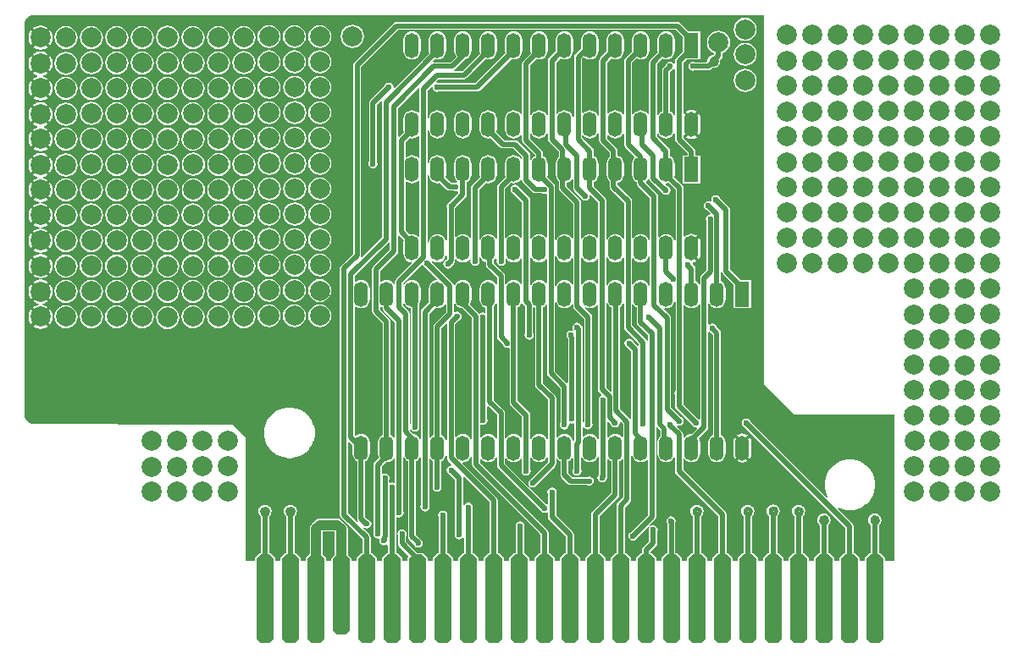
<source format=gtl>
G04*
G04 #@! TF.GenerationSoftware,Altium Limited,Altium Designer,19.0.7 (175)*
G04*
G04 Layer_Physical_Order=1*
G04 Layer_Color=255*
%FSLAX25Y25*%
%MOIN*%
G70*
G01*
G75*
%ADD21C,0.01575*%
%ADD22R,0.00394X0.00394*%
%ADD23R,0.00394X0.00394*%
G04:AMPARAMS|DCode=24|XSize=66mil|YSize=315mil|CornerRadius=0mil|HoleSize=0mil|Usage=FLASHONLY|Rotation=0.000|XOffset=0mil|YOffset=0mil|HoleType=Round|Shape=Octagon|*
%AMOCTAGOND24*
4,1,8,-0.01650,0.15750,0.01650,0.15750,0.03300,0.14100,0.03300,-0.14100,0.01650,-0.15750,-0.01650,-0.15750,-0.03300,-0.14100,-0.03300,0.14100,-0.01650,0.15750,0.0*
%
%ADD24OCTAGOND24*%

G04:AMPARAMS|DCode=25|XSize=66mil|YSize=350mil|CornerRadius=0mil|HoleSize=0mil|Usage=FLASHONLY|Rotation=0.000|XOffset=0mil|YOffset=0mil|HoleType=Round|Shape=Octagon|*
%AMOCTAGOND25*
4,1,8,-0.01650,0.17500,0.01650,0.17500,0.03300,0.15850,0.03300,-0.15850,0.01650,-0.17500,-0.01650,-0.17500,-0.03300,-0.15850,-0.03300,0.15850,-0.01650,0.17500,0.0*
%
%ADD25OCTAGOND25*%

%ADD26C,0.01968*%
%ADD27C,0.03937*%
%ADD28C,0.07874*%
%ADD29R,0.05512X0.09843*%
%ADD30O,0.05512X0.09843*%
%ADD31C,0.02362*%
G36*
X260197Y-9751D02*
Y-15485D01*
X257526Y-18156D01*
X257178Y-18677D01*
X257056Y-19291D01*
X257056Y-19291D01*
Y-20071D01*
X256556Y-20223D01*
X256395Y-19983D01*
X255809Y-19591D01*
X255118Y-19454D01*
X254427Y-19591D01*
X253841Y-19983D01*
X253449Y-20569D01*
X253401Y-20813D01*
X252408Y-21806D01*
X252060Y-22327D01*
X251938Y-22941D01*
X251938Y-22941D01*
Y-38972D01*
X251856Y-39006D01*
X251157Y-39542D01*
X250620Y-40242D01*
X250531Y-40457D01*
X250031Y-40358D01*
Y-20350D01*
X252170Y-18211D01*
X252670Y-18418D01*
X253543Y-18533D01*
X254417Y-18418D01*
X255231Y-18081D01*
X255930Y-17544D01*
X256466Y-16845D01*
X256804Y-16031D01*
X256919Y-15157D01*
Y-10827D01*
X256804Y-9953D01*
X256466Y-9139D01*
X255930Y-8440D01*
X255231Y-7904D01*
X254417Y-7566D01*
X253543Y-7451D01*
X252670Y-7566D01*
X251856Y-7904D01*
X251157Y-8440D01*
X250620Y-9139D01*
X250283Y-9953D01*
X250168Y-10827D01*
Y-15157D01*
X250228Y-15612D01*
X247290Y-18550D01*
X246942Y-19071D01*
X246819Y-19685D01*
X246819Y-19685D01*
Y-39880D01*
X246320Y-40050D01*
X245930Y-39542D01*
X245231Y-39006D01*
X244417Y-38669D01*
X243543Y-38554D01*
X242670Y-38669D01*
X241856Y-39006D01*
X241157Y-39542D01*
X240688Y-40153D01*
X240329Y-40092D01*
X240188Y-40020D01*
Y-19956D01*
X242003Y-18142D01*
X242670Y-18418D01*
X243543Y-18533D01*
X244417Y-18418D01*
X245231Y-18081D01*
X245930Y-17544D01*
X246466Y-16845D01*
X246804Y-16031D01*
X246919Y-15157D01*
Y-10827D01*
X246804Y-9953D01*
X246466Y-9139D01*
X245930Y-8440D01*
X245231Y-7904D01*
X244417Y-7566D01*
X243543Y-7451D01*
X242670Y-7566D01*
X241856Y-7904D01*
X241157Y-8440D01*
X240620Y-9139D01*
X240283Y-9953D01*
X240168Y-10827D01*
Y-15157D01*
X240200Y-15403D01*
X237447Y-18156D01*
X237099Y-18677D01*
X236977Y-19291D01*
X236977Y-19291D01*
Y-40168D01*
X236477Y-40267D01*
X236466Y-40242D01*
X235930Y-39542D01*
X235231Y-39006D01*
X234417Y-38669D01*
X233543Y-38554D01*
X232670Y-38669D01*
X231856Y-39006D01*
X231157Y-39542D01*
X230846Y-39947D01*
X230346Y-39778D01*
Y-19667D01*
X231910Y-18103D01*
X232670Y-18418D01*
X233543Y-18533D01*
X234417Y-18418D01*
X235231Y-18081D01*
X235930Y-17544D01*
X236466Y-16845D01*
X236804Y-16031D01*
X236919Y-15157D01*
Y-10827D01*
X236804Y-9953D01*
X236466Y-9139D01*
X235930Y-8440D01*
X235231Y-7904D01*
X234417Y-7566D01*
X233543Y-7451D01*
X232670Y-7566D01*
X231856Y-7904D01*
X231157Y-8440D01*
X230620Y-9139D01*
X230283Y-9953D01*
X230168Y-10827D01*
Y-15157D01*
X230185Y-15286D01*
X227605Y-17866D01*
X227257Y-18387D01*
X227134Y-19002D01*
X227134Y-19002D01*
Y-40548D01*
X226635Y-40647D01*
X226466Y-40242D01*
X225930Y-39542D01*
X225231Y-39006D01*
X224417Y-38669D01*
X223543Y-38554D01*
X222670Y-38669D01*
X221856Y-39006D01*
X221157Y-39542D01*
X221003Y-39742D01*
X220503Y-39572D01*
Y-18303D01*
X221216Y-17590D01*
X221856Y-18081D01*
X222670Y-18418D01*
X223543Y-18533D01*
X224417Y-18418D01*
X225231Y-18081D01*
X225930Y-17544D01*
X226466Y-16845D01*
X226804Y-16031D01*
X226919Y-15157D01*
Y-10827D01*
X226804Y-9953D01*
X226466Y-9139D01*
X225930Y-8440D01*
X225231Y-7904D01*
X224417Y-7566D01*
X223543Y-7451D01*
X222670Y-7566D01*
X221856Y-7904D01*
X221157Y-8440D01*
X220620Y-9139D01*
X220283Y-9953D01*
X220168Y-10827D01*
Y-14097D01*
X217762Y-16502D01*
X217414Y-17023D01*
X217292Y-17638D01*
X217292Y-17638D01*
Y-40977D01*
X216804Y-41056D01*
X216466Y-40242D01*
X215930Y-39542D01*
X215231Y-39006D01*
X214417Y-38669D01*
X213543Y-38554D01*
X212670Y-38669D01*
X211856Y-39006D01*
X211157Y-39542D01*
X210767Y-40050D01*
X210267Y-39880D01*
Y-19746D01*
X211910Y-18103D01*
X212670Y-18418D01*
X213543Y-18533D01*
X214417Y-18418D01*
X215231Y-18081D01*
X215930Y-17544D01*
X216466Y-16845D01*
X216804Y-16031D01*
X216919Y-15157D01*
Y-10827D01*
X216804Y-9953D01*
X216466Y-9139D01*
X215930Y-8440D01*
X215231Y-7904D01*
X214417Y-7566D01*
X213543Y-7451D01*
X212670Y-7566D01*
X211856Y-7904D01*
X211157Y-8440D01*
X210620Y-9139D01*
X210283Y-9953D01*
X210168Y-10827D01*
Y-15157D01*
X210185Y-15286D01*
X207526Y-17945D01*
X207178Y-18466D01*
X207056Y-19081D01*
X207056Y-19081D01*
Y-40358D01*
X206556Y-40457D01*
X206466Y-40242D01*
X205930Y-39542D01*
X205231Y-39006D01*
X204417Y-38669D01*
X203543Y-38554D01*
X202670Y-38669D01*
X201856Y-39006D01*
X201157Y-39542D01*
X200620Y-40242D01*
X200531Y-40457D01*
X200031Y-40358D01*
Y-20941D01*
X202588Y-18384D01*
X202670Y-18418D01*
X203543Y-18533D01*
X204417Y-18418D01*
X205231Y-18081D01*
X205930Y-17544D01*
X206466Y-16845D01*
X206804Y-16031D01*
X206919Y-15157D01*
Y-10827D01*
X206804Y-9953D01*
X206466Y-9139D01*
X205930Y-8440D01*
X205231Y-7904D01*
X204417Y-7566D01*
X203543Y-7451D01*
X202670Y-7566D01*
X201856Y-7904D01*
X201157Y-8440D01*
X200620Y-9139D01*
X200283Y-9953D01*
X200168Y-10827D01*
Y-15157D01*
X200283Y-16031D01*
X200317Y-16113D01*
X197290Y-19140D01*
X196942Y-19661D01*
X196819Y-20276D01*
X196819Y-20276D01*
Y-39880D01*
X196319Y-40050D01*
X195930Y-39542D01*
X195231Y-39006D01*
X194417Y-38669D01*
X193543Y-38554D01*
X192670Y-38669D01*
X191856Y-39006D01*
X191157Y-39542D01*
X190620Y-40242D01*
X190283Y-41056D01*
X190168Y-41929D01*
Y-46260D01*
X190283Y-47133D01*
X190620Y-47947D01*
X191157Y-48647D01*
X191856Y-49183D01*
X192670Y-49520D01*
X193543Y-49635D01*
X194417Y-49520D01*
X195231Y-49183D01*
X195930Y-48647D01*
X196319Y-48139D01*
X196819Y-48309D01*
Y-50394D01*
X196819Y-50394D01*
X196942Y-51008D01*
X197290Y-51529D01*
X201938Y-56177D01*
Y-56689D01*
X201856Y-56722D01*
X201157Y-57259D01*
X200620Y-57958D01*
X200531Y-58174D01*
X200031Y-58074D01*
Y-56299D01*
X199909Y-55685D01*
X199561Y-55164D01*
X199560Y-55164D01*
X195230Y-50833D01*
X194709Y-50485D01*
X194095Y-50363D01*
X194094Y-50363D01*
X189917D01*
X186770Y-47216D01*
X186804Y-47133D01*
X186919Y-46260D01*
Y-41929D01*
X186804Y-41056D01*
X186466Y-40242D01*
X185930Y-39542D01*
X185231Y-39006D01*
X184417Y-38669D01*
X183543Y-38554D01*
X182670Y-38669D01*
X181856Y-39006D01*
X181157Y-39542D01*
X180620Y-40242D01*
X180283Y-41056D01*
X180168Y-41929D01*
Y-46260D01*
X180283Y-47133D01*
X180620Y-47947D01*
X181157Y-48647D01*
X181856Y-49183D01*
X182670Y-49520D01*
X183543Y-49635D01*
X184417Y-49520D01*
X184499Y-49486D01*
X188117Y-53104D01*
X188117Y-53104D01*
X188637Y-53452D01*
X189252Y-53574D01*
X189252Y-53574D01*
X193429D01*
X196819Y-56964D01*
Y-57597D01*
X196319Y-57767D01*
X195930Y-57259D01*
X195231Y-56722D01*
X194417Y-56385D01*
X193543Y-56270D01*
X192670Y-56385D01*
X191856Y-56722D01*
X191157Y-57259D01*
X190620Y-57958D01*
X190283Y-58772D01*
X190168Y-59646D01*
Y-63976D01*
X190283Y-64850D01*
X190317Y-64932D01*
X187447Y-67802D01*
X187099Y-68322D01*
X186977Y-68937D01*
X186977Y-68937D01*
Y-88986D01*
X186477Y-89086D01*
X186466Y-89060D01*
X185930Y-88361D01*
X185231Y-87825D01*
X184417Y-87488D01*
X183543Y-87373D01*
X182670Y-87488D01*
X181856Y-87825D01*
X181157Y-88361D01*
X180620Y-89060D01*
X180452Y-89466D01*
X179952Y-89367D01*
Y-69838D01*
X182588Y-67203D01*
X182670Y-67237D01*
X183543Y-67352D01*
X184417Y-67237D01*
X185231Y-66900D01*
X185930Y-66363D01*
X186466Y-65664D01*
X186804Y-64850D01*
X186919Y-63976D01*
Y-59646D01*
X186804Y-58772D01*
X186466Y-57958D01*
X185930Y-57259D01*
X185231Y-56722D01*
X184417Y-56385D01*
X183543Y-56270D01*
X182670Y-56385D01*
X181856Y-56722D01*
X181157Y-57259D01*
X180620Y-57958D01*
X180283Y-58772D01*
X180168Y-59646D01*
Y-63976D01*
X180283Y-64850D01*
X180317Y-64932D01*
X177211Y-68038D01*
X176863Y-68559D01*
X176741Y-69173D01*
X176741Y-69173D01*
Y-88597D01*
X176241Y-88766D01*
X175930Y-88361D01*
X175231Y-87825D01*
X174417Y-87488D01*
X173543Y-87373D01*
X172670Y-87488D01*
X171856Y-87825D01*
X171157Y-88361D01*
X171003Y-88561D01*
X170503Y-88391D01*
Y-77164D01*
X170566Y-77069D01*
X170589Y-76958D01*
X174679Y-72868D01*
X174679Y-72868D01*
X175027Y-72347D01*
X175149Y-71732D01*
X175149Y-71732D01*
Y-66934D01*
X175231Y-66900D01*
X175930Y-66363D01*
X176466Y-65664D01*
X176804Y-64850D01*
X176919Y-63976D01*
Y-59646D01*
X176804Y-58772D01*
X176466Y-57958D01*
X175930Y-57259D01*
X175231Y-56722D01*
X174417Y-56385D01*
X173543Y-56270D01*
X172670Y-56385D01*
X171856Y-56722D01*
X171157Y-57259D01*
X170620Y-57958D01*
X170283Y-58772D01*
X170168Y-59646D01*
Y-63976D01*
X170283Y-64850D01*
X170620Y-65664D01*
X171157Y-66363D01*
X171365Y-66523D01*
X171153Y-66991D01*
X170866Y-66934D01*
X170236Y-67059D01*
X168897D01*
X166770Y-64932D01*
X166804Y-64850D01*
X166919Y-63976D01*
Y-59646D01*
X166804Y-58772D01*
X166466Y-57958D01*
X165930Y-57259D01*
X165231Y-56722D01*
X164417Y-56385D01*
X163543Y-56270D01*
X162670Y-56385D01*
X161856Y-56722D01*
X161157Y-57259D01*
X160620Y-57958D01*
X160283Y-58772D01*
X160177Y-59581D01*
X159677Y-59548D01*
Y-46358D01*
X160177Y-46325D01*
X160283Y-47133D01*
X160620Y-47947D01*
X161157Y-48647D01*
X161856Y-49183D01*
X162670Y-49520D01*
X163543Y-49635D01*
X164417Y-49520D01*
X165231Y-49183D01*
X165930Y-48647D01*
X166466Y-47947D01*
X166804Y-47133D01*
X166919Y-46260D01*
Y-41929D01*
X166804Y-41056D01*
X166466Y-40242D01*
X165930Y-39542D01*
X165231Y-39006D01*
X164417Y-38669D01*
X163543Y-38554D01*
X162670Y-38669D01*
X161856Y-39006D01*
X161157Y-39542D01*
X160620Y-40242D01*
X160283Y-41056D01*
X160177Y-41864D01*
X159677Y-41831D01*
Y-30783D01*
X161104Y-29356D01*
X161409Y-29466D01*
X161589Y-29577D01*
X161717Y-30219D01*
X162109Y-30805D01*
X162695Y-31196D01*
X163386Y-31334D01*
X164077Y-31196D01*
X164172Y-31133D01*
X179173D01*
X179173Y-31133D01*
X179788Y-31011D01*
X180309Y-30663D01*
X192588Y-18384D01*
X192670Y-18418D01*
X193543Y-18533D01*
X194417Y-18418D01*
X195231Y-18081D01*
X195930Y-17544D01*
X196466Y-16845D01*
X196804Y-16031D01*
X196919Y-15157D01*
Y-10827D01*
X196804Y-9953D01*
X196466Y-9139D01*
X195930Y-8440D01*
X195231Y-7904D01*
X194417Y-7566D01*
X193543Y-7451D01*
X192670Y-7566D01*
X191856Y-7904D01*
X191157Y-8440D01*
X190620Y-9139D01*
X190283Y-9953D01*
X190168Y-10827D01*
Y-15157D01*
X190283Y-16031D01*
X190317Y-16113D01*
X178508Y-27922D01*
X164172D01*
X164077Y-27859D01*
X163436Y-27731D01*
X163324Y-27551D01*
X163214Y-27246D01*
X164050Y-26409D01*
X173897D01*
X173897Y-26409D01*
X174512Y-26287D01*
X175032Y-25939D01*
X182588Y-18384D01*
X182670Y-18418D01*
X183543Y-18533D01*
X184417Y-18418D01*
X185231Y-18081D01*
X185930Y-17544D01*
X186466Y-16845D01*
X186804Y-16031D01*
X186919Y-15157D01*
Y-10827D01*
X186804Y-9953D01*
X186466Y-9139D01*
X185930Y-8440D01*
X185231Y-7904D01*
X184417Y-7566D01*
X183543Y-7451D01*
X182670Y-7566D01*
X181856Y-7904D01*
X181157Y-8440D01*
X180620Y-9139D01*
X180283Y-9953D01*
X180168Y-10827D01*
Y-15157D01*
X180283Y-16031D01*
X180317Y-16113D01*
X173232Y-23198D01*
X170057D01*
X169981Y-22971D01*
X169974Y-22698D01*
X170427Y-22395D01*
X174402Y-18420D01*
X174417Y-18418D01*
X175231Y-18081D01*
X175930Y-17544D01*
X176466Y-16845D01*
X176804Y-16031D01*
X176919Y-15157D01*
Y-10827D01*
X176804Y-9953D01*
X176466Y-9139D01*
X175930Y-8440D01*
X175231Y-7904D01*
X174417Y-7566D01*
X173543Y-7451D01*
X172670Y-7566D01*
X171856Y-7904D01*
X171157Y-8440D01*
X170620Y-9139D01*
X170283Y-9953D01*
X170168Y-10827D01*
Y-15157D01*
X170283Y-16031D01*
X170620Y-16845D01*
X170974Y-17306D01*
X168626Y-19654D01*
X162205D01*
X162205Y-19654D01*
X161980Y-19699D01*
X161733Y-19238D01*
X162588Y-18384D01*
X162670Y-18418D01*
X163543Y-18533D01*
X164417Y-18418D01*
X165231Y-18081D01*
X165930Y-17544D01*
X166466Y-16845D01*
X166804Y-16031D01*
X166919Y-15157D01*
Y-10827D01*
X166804Y-9953D01*
X166466Y-9139D01*
X165930Y-8440D01*
X165231Y-7904D01*
X164417Y-7566D01*
X163543Y-7451D01*
X162670Y-7566D01*
X161856Y-7904D01*
X161157Y-8440D01*
X160620Y-9139D01*
X160283Y-9953D01*
X160168Y-10827D01*
Y-15157D01*
X160283Y-16031D01*
X160317Y-16113D01*
X146780Y-29650D01*
X146534Y-29588D01*
X146278Y-29445D01*
X146157Y-28836D01*
X145765Y-28250D01*
X145179Y-27859D01*
X144488Y-27721D01*
X143797Y-27859D01*
X143211Y-28250D01*
X142819Y-28836D01*
X142797Y-28948D01*
X137054Y-34691D01*
X136706Y-35212D01*
X136583Y-35827D01*
X136583Y-35827D01*
Y-58860D01*
X136520Y-58954D01*
X136383Y-59646D01*
X136520Y-60337D01*
X136912Y-60923D01*
X137498Y-61314D01*
X138189Y-61452D01*
X138880Y-61314D01*
X139466Y-60923D01*
X139858Y-60337D01*
X139995Y-59646D01*
X139858Y-58954D01*
X139795Y-58860D01*
Y-36492D01*
X141266Y-35021D01*
X141727Y-35267D01*
X141701Y-35394D01*
X141701Y-35394D01*
Y-88666D01*
X133756Y-96611D01*
X133367Y-96293D01*
X133373Y-96284D01*
X133495Y-95669D01*
X133495Y-95669D01*
Y-21531D01*
X148106Y-6921D01*
X257366D01*
X260197Y-9751D01*
D02*
G37*
G36*
X156500Y-29942D02*
X156465Y-30118D01*
X156465Y-30118D01*
Y-39462D01*
X155992Y-39623D01*
X155930Y-39542D01*
X155231Y-39006D01*
X154417Y-38669D01*
X153543Y-38554D01*
X152670Y-38669D01*
X151856Y-39006D01*
X151157Y-39542D01*
X150620Y-40242D01*
X150283Y-41056D01*
X150168Y-41929D01*
Y-46260D01*
X150283Y-47133D01*
X150317Y-47216D01*
X148562Y-48970D01*
X148062Y-48763D01*
Y-37673D01*
X156039Y-29696D01*
X156500Y-29942D01*
D02*
G37*
G36*
X257056Y-22449D02*
Y-40358D01*
X256556Y-40457D01*
X256466Y-40242D01*
X255930Y-39542D01*
X255231Y-39006D01*
X255149Y-38972D01*
Y-23606D01*
X255861Y-22894D01*
X256395Y-22537D01*
X256556Y-22297D01*
X257056Y-22449D01*
D02*
G37*
G36*
X292126Y-146810D02*
X303937Y-158621D01*
X343307D01*
Y-216101D01*
X339560D01*
Y-214957D01*
X337615Y-213012D01*
X337275D01*
Y-201993D01*
X337494Y-201825D01*
X337905Y-201291D01*
X338162Y-200668D01*
X338250Y-200000D01*
X338162Y-199332D01*
X337905Y-198709D01*
X337494Y-198175D01*
X336960Y-197765D01*
X336337Y-197507D01*
X335669Y-197419D01*
X335001Y-197507D01*
X334379Y-197765D01*
X333844Y-198175D01*
X333434Y-198709D01*
X333176Y-199332D01*
X333088Y-200000D01*
X333176Y-200668D01*
X333434Y-201291D01*
X333844Y-201825D01*
X334064Y-201993D01*
Y-213012D01*
X333724D01*
X331779Y-214957D01*
Y-216101D01*
X329560D01*
Y-214957D01*
X327615Y-213012D01*
X327275D01*
Y-202362D01*
X327275Y-202362D01*
X327153Y-201748D01*
X326805Y-201227D01*
X320994Y-195416D01*
X321233Y-194993D01*
X322903Y-195685D01*
X322980Y-195700D01*
X323054Y-195730D01*
X324826Y-196083D01*
X324905D01*
X324982Y-196098D01*
X326789D01*
X326867Y-196083D01*
X326946D01*
X328718Y-195730D01*
X328791Y-195700D01*
X328869Y-195685D01*
X330538Y-194993D01*
X330604Y-194949D01*
X330677Y-194919D01*
X332179Y-193915D01*
X332235Y-193859D01*
X332301Y-193815D01*
X333579Y-192537D01*
X333623Y-192472D01*
X333679Y-192416D01*
X334683Y-190913D01*
X334713Y-190840D01*
X334757Y-190774D01*
X335448Y-189105D01*
X335464Y-189028D01*
X335494Y-188954D01*
X335846Y-187182D01*
Y-187103D01*
X335862Y-187025D01*
Y-185219D01*
X335846Y-185141D01*
Y-185062D01*
X335494Y-183290D01*
X335464Y-183217D01*
X335448Y-183139D01*
X334757Y-181470D01*
X334713Y-181404D01*
X334683Y-181331D01*
X333679Y-179828D01*
X333623Y-179772D01*
X333579Y-179707D01*
X332301Y-178429D01*
X332235Y-178385D01*
X332179Y-178329D01*
X330677Y-177325D01*
X330604Y-177295D01*
X330538Y-177251D01*
X328869Y-176560D01*
X328791Y-176544D01*
X328718Y-176514D01*
X326946Y-176161D01*
X326867D01*
X326789Y-176146D01*
X324982D01*
X324905Y-176161D01*
X324826D01*
X323054Y-176514D01*
X322980Y-176544D01*
X322903Y-176560D01*
X321233Y-177251D01*
X321168Y-177295D01*
X321095Y-177325D01*
X319592Y-178329D01*
X319536Y-178385D01*
X319471Y-178429D01*
X318193Y-179707D01*
X318149Y-179772D01*
X318093Y-179828D01*
X317089Y-181331D01*
X317059Y-181404D01*
X317015Y-181470D01*
X316323Y-183139D01*
X316308Y-183217D01*
X316278Y-183290D01*
X315925Y-185062D01*
Y-185141D01*
X315910Y-185219D01*
Y-187025D01*
X315925Y-187103D01*
Y-187182D01*
X316278Y-188954D01*
X316308Y-189027D01*
X316323Y-189105D01*
X317015Y-190774D01*
X316592Y-191014D01*
X286809Y-161231D01*
X286787Y-161120D01*
X286395Y-160534D01*
X285809Y-160142D01*
X285118Y-160005D01*
X284427Y-160142D01*
X283841Y-160534D01*
X283449Y-161120D01*
X283312Y-161811D01*
X283449Y-162502D01*
X283841Y-163088D01*
X284427Y-163480D01*
X284538Y-163502D01*
X324064Y-203027D01*
Y-213012D01*
X323724D01*
X321779Y-214957D01*
Y-216101D01*
X319560D01*
Y-214957D01*
X317615Y-213012D01*
X317275D01*
Y-201993D01*
X317494Y-201825D01*
X317905Y-201291D01*
X318162Y-200668D01*
X318250Y-200000D01*
X318255D01*
X318241Y-199927D01*
X318162Y-199332D01*
X317905Y-198709D01*
X317494Y-198175D01*
X316960Y-197765D01*
X316337Y-197507D01*
X315669Y-197419D01*
X315001Y-197507D01*
X314379Y-197765D01*
X313844Y-198175D01*
X313434Y-198709D01*
X313176Y-199332D01*
X313088Y-200000D01*
X313176Y-200668D01*
X313434Y-201291D01*
X313844Y-201825D01*
X314064Y-201993D01*
Y-213012D01*
X313724D01*
X311779Y-214957D01*
Y-216101D01*
X309560D01*
Y-214957D01*
X307615Y-213012D01*
X307275D01*
Y-198549D01*
X307494Y-198380D01*
X307905Y-197846D01*
X308162Y-197223D01*
X308250Y-196555D01*
X308162Y-195887D01*
X307905Y-195265D01*
X307494Y-194730D01*
X306960Y-194320D01*
X306337Y-194062D01*
X305669Y-193974D01*
X305001Y-194062D01*
X304379Y-194320D01*
X303844Y-194730D01*
X303434Y-195265D01*
X303176Y-195887D01*
X303088Y-196555D01*
X303176Y-197223D01*
X303434Y-197846D01*
X303844Y-198380D01*
X304064Y-198549D01*
Y-213012D01*
X303724D01*
X301779Y-214957D01*
Y-216101D01*
X299560D01*
Y-214957D01*
X297615Y-213012D01*
X297275D01*
Y-198450D01*
X297494Y-198282D01*
X297905Y-197747D01*
X298163Y-197125D01*
X298250Y-196457D01*
X298163Y-195789D01*
X297905Y-195166D01*
X297494Y-194632D01*
X296960Y-194221D01*
X296337Y-193964D01*
X295669Y-193876D01*
X295001Y-193964D01*
X294379Y-194221D01*
X293844Y-194632D01*
X293434Y-195166D01*
X293176Y-195789D01*
X293088Y-196457D01*
X293176Y-197125D01*
X293434Y-197747D01*
X293844Y-198282D01*
X294064Y-198450D01*
Y-213012D01*
X293724D01*
X291779Y-214957D01*
Y-216101D01*
X289560D01*
Y-214957D01*
X287615Y-213012D01*
X287275D01*
Y-198549D01*
X287494Y-198380D01*
X287905Y-197846D01*
X288162Y-197223D01*
X288250Y-196555D01*
X288162Y-195887D01*
X287905Y-195265D01*
X287494Y-194730D01*
X286960Y-194320D01*
X286337Y-194062D01*
X285669Y-193974D01*
X285001Y-194062D01*
X284379Y-194320D01*
X283844Y-194730D01*
X283434Y-195265D01*
X283176Y-195887D01*
X283088Y-196555D01*
X283176Y-197223D01*
X283434Y-197846D01*
X283844Y-198380D01*
X284064Y-198549D01*
Y-213012D01*
X283724D01*
X281779Y-214957D01*
Y-216101D01*
X279560D01*
Y-214957D01*
X277615Y-213012D01*
X277275D01*
Y-197717D01*
X277275Y-197716D01*
X277153Y-197102D01*
X276805Y-196581D01*
X260267Y-180044D01*
Y-175868D01*
X260767Y-175698D01*
X261157Y-176206D01*
X261856Y-176742D01*
X262670Y-177079D01*
X263543Y-177194D01*
X264417Y-177079D01*
X265231Y-176742D01*
X265930Y-176206D01*
X266466Y-175507D01*
X266804Y-174692D01*
X266919Y-173819D01*
Y-169488D01*
X266804Y-168615D01*
X266489Y-167855D01*
X269639Y-164704D01*
X269987Y-164183D01*
X270110Y-163569D01*
X270110Y-163569D01*
Y-126110D01*
X270610Y-125843D01*
X270911Y-126044D01*
X271938Y-127071D01*
Y-166531D01*
X271856Y-166565D01*
X271157Y-167102D01*
X270620Y-167800D01*
X270283Y-168615D01*
X270168Y-169488D01*
Y-173819D01*
X270283Y-174692D01*
X270620Y-175507D01*
X271157Y-176206D01*
X271856Y-176742D01*
X272670Y-177079D01*
X273543Y-177194D01*
X274417Y-177079D01*
X275231Y-176742D01*
X275930Y-176206D01*
X276466Y-175507D01*
X276804Y-174692D01*
X276919Y-173819D01*
Y-169488D01*
X276804Y-168615D01*
X276466Y-167800D01*
X275930Y-167102D01*
X275231Y-166565D01*
X275149Y-166531D01*
Y-126406D01*
X275027Y-125791D01*
X274679Y-125270D01*
X274679Y-125270D01*
X273371Y-123963D01*
X273322Y-123718D01*
X272931Y-123132D01*
X272345Y-122741D01*
X271654Y-122603D01*
X270962Y-122741D01*
X270610Y-122976D01*
X270110Y-122709D01*
Y-114951D01*
X270610Y-114851D01*
X270620Y-114877D01*
X271157Y-115576D01*
X271856Y-116112D01*
X272670Y-116449D01*
X273543Y-116564D01*
X274417Y-116449D01*
X275231Y-116112D01*
X275930Y-115576D01*
X276466Y-114877D01*
X276804Y-114063D01*
X276919Y-113189D01*
Y-108858D01*
X276804Y-107985D01*
X276466Y-107171D01*
X275930Y-106472D01*
X275231Y-105935D01*
X275149Y-105901D01*
Y-102466D01*
X275649Y-102417D01*
X275682Y-102583D01*
X276030Y-103104D01*
X280197Y-107271D01*
Y-116535D01*
X286890D01*
Y-105512D01*
X282979D01*
X278771Y-101303D01*
Y-77858D01*
X278649Y-77243D01*
X278301Y-76722D01*
X278301Y-76722D01*
X274781Y-73202D01*
X274759Y-73091D01*
X274367Y-72505D01*
X273781Y-72113D01*
X273090Y-71975D01*
X272398Y-72113D01*
X271813Y-72505D01*
X271421Y-73091D01*
X271283Y-73782D01*
X271370Y-74215D01*
X270920Y-74515D01*
X270859Y-74475D01*
X270168Y-74338D01*
X269477Y-74475D01*
X268891Y-74867D01*
X268499Y-75453D01*
X268362Y-76144D01*
X268499Y-76835D01*
X268891Y-77421D01*
X269477Y-77813D01*
X269588Y-77835D01*
X270974Y-79221D01*
X270773Y-79727D01*
X270271Y-79827D01*
X269685Y-80219D01*
X269293Y-80805D01*
X269156Y-81496D01*
X269293Y-82187D01*
X269357Y-82282D01*
Y-101625D01*
X267369Y-103613D01*
X267021Y-104134D01*
X266898Y-104748D01*
X266898Y-104748D01*
Y-106949D01*
X266758Y-107021D01*
X266398Y-107082D01*
X265930Y-106472D01*
X265231Y-105935D01*
X265149Y-105901D01*
Y-101051D01*
X265149Y-101051D01*
X265027Y-100437D01*
X264679Y-99916D01*
X264679Y-99916D01*
X263922Y-99160D01*
X263912Y-99108D01*
X264196Y-98567D01*
X264468Y-98531D01*
X265330Y-98174D01*
X265598Y-97968D01*
X263126Y-95496D01*
X263961Y-94661D01*
X266433Y-97133D01*
X266638Y-96866D01*
X266995Y-96004D01*
X267117Y-95079D01*
Y-90748D01*
X266995Y-89823D01*
X266638Y-88961D01*
X266433Y-88693D01*
X263961Y-91166D01*
X263126Y-90330D01*
X265598Y-87858D01*
X265330Y-87653D01*
X264468Y-87296D01*
X263543Y-87174D01*
X262618Y-87296D01*
X261756Y-87653D01*
X261016Y-88221D01*
X260937Y-88324D01*
X260463Y-88164D01*
Y-69291D01*
X260341Y-68676D01*
X259993Y-68155D01*
X259993Y-68155D01*
X256770Y-64932D01*
X256804Y-64850D01*
X256919Y-63976D01*
Y-59646D01*
X256804Y-58772D01*
X256466Y-57958D01*
X255930Y-57259D01*
X255231Y-56722D01*
X255149Y-56689D01*
Y-54725D01*
X255149Y-54724D01*
X255027Y-54110D01*
X254679Y-53589D01*
X250031Y-48941D01*
Y-47831D01*
X250531Y-47732D01*
X250620Y-47947D01*
X251157Y-48647D01*
X251856Y-49183D01*
X252670Y-49520D01*
X253543Y-49635D01*
X254417Y-49520D01*
X255231Y-49183D01*
X255930Y-48647D01*
X256466Y-47947D01*
X256556Y-47732D01*
X257056Y-47831D01*
Y-50000D01*
X257056Y-50000D01*
X257178Y-50615D01*
X257526Y-51135D01*
X261938Y-55547D01*
Y-56299D01*
X260197D01*
Y-67323D01*
X266890D01*
Y-56299D01*
X265149D01*
Y-54882D01*
X265149Y-54882D01*
X265027Y-54267D01*
X264679Y-53746D01*
X260267Y-49335D01*
Y-48632D01*
X260371Y-48597D01*
X263126Y-45842D01*
X263543Y-46260D01*
X263961Y-45842D01*
X266433Y-48314D01*
X266638Y-48047D01*
X266995Y-47185D01*
X267117Y-46260D01*
Y-41929D01*
X266995Y-41004D01*
X266638Y-40142D01*
X266433Y-39875D01*
X263961Y-42347D01*
X263543Y-41929D01*
X263126Y-42347D01*
X260371Y-39592D01*
X260267Y-39557D01*
Y-19956D01*
X261720Y-18504D01*
X266890D01*
Y-7480D01*
X262468D01*
X259167Y-4180D01*
X258646Y-3831D01*
X258032Y-3709D01*
X258031Y-3709D01*
X147441D01*
X147441Y-3709D01*
X146827Y-3831D01*
X146306Y-4180D01*
X130754Y-19731D01*
X130406Y-20252D01*
X130284Y-20866D01*
X130284Y-20866D01*
Y-95004D01*
X125636Y-99652D01*
X125288Y-100173D01*
X125166Y-100787D01*
X125166Y-100787D01*
Y-198031D01*
X125166Y-198031D01*
X125288Y-198646D01*
X125636Y-199167D01*
X134064Y-207594D01*
Y-213012D01*
X133724D01*
X131779Y-214957D01*
Y-216101D01*
X129560D01*
Y-215207D01*
X128250Y-213898D01*
Y-203622D01*
X128163Y-202954D01*
X127905Y-202331D01*
X127494Y-201797D01*
X125841Y-200143D01*
X125306Y-199733D01*
X124684Y-199475D01*
X124016Y-199387D01*
X117323D01*
X116655Y-199475D01*
X116032Y-199733D01*
X115498Y-200143D01*
X113988Y-201653D01*
X113578Y-202187D01*
X113320Y-202810D01*
X113232Y-203478D01*
Y-213504D01*
X111779Y-214957D01*
Y-216101D01*
X109560D01*
Y-214957D01*
X107615Y-213012D01*
X107275D01*
Y-198549D01*
X107494Y-198380D01*
X107905Y-197846D01*
X108162Y-197223D01*
X108250Y-196555D01*
X108255D01*
X108241Y-196482D01*
X108162Y-195887D01*
X107905Y-195265D01*
X107494Y-194730D01*
X106960Y-194320D01*
X106337Y-194062D01*
X105669Y-193974D01*
X105001Y-194062D01*
X104379Y-194320D01*
X103844Y-194730D01*
X103434Y-195265D01*
X103176Y-195887D01*
X103088Y-196555D01*
X103176Y-197223D01*
X103434Y-197846D01*
X103844Y-198380D01*
X104064Y-198549D01*
Y-213012D01*
X103724D01*
X101779Y-214957D01*
Y-216101D01*
X99560D01*
Y-214957D01*
X97615Y-213012D01*
X97275D01*
Y-198549D01*
X97494Y-198380D01*
X97905Y-197846D01*
X98163Y-197223D01*
X98250Y-196555D01*
X98255D01*
X98241Y-196482D01*
X98163Y-195887D01*
X97905Y-195265D01*
X97494Y-194730D01*
X96960Y-194320D01*
X96337Y-194062D01*
X95669Y-193974D01*
X95001Y-194062D01*
X94379Y-194320D01*
X93844Y-194730D01*
X93434Y-195265D01*
X93176Y-195887D01*
X93088Y-196555D01*
X93176Y-197223D01*
X93434Y-197846D01*
X93844Y-198380D01*
X94064Y-198549D01*
Y-213012D01*
X93724D01*
X91779Y-214957D01*
Y-216101D01*
X88381D01*
X88028Y-215747D01*
X88103Y-198509D01*
X88095Y-198470D01*
X88100Y-198432D01*
X88095Y-198379D01*
X88079Y-198051D01*
X88065Y-197993D01*
X88065Y-197933D01*
X87992Y-197567D01*
Y-167676D01*
X83071Y-162558D01*
X38322D01*
X37722Y-162309D01*
X37644Y-162294D01*
X37571Y-162264D01*
X36911Y-162132D01*
X36851D01*
X36794Y-162118D01*
X36457Y-162101D01*
X36450Y-162102D01*
X36444Y-162101D01*
X36388Y-162099D01*
X36375Y-162101D01*
X36362Y-162099D01*
X4626Y-162100D01*
X4268D01*
X3565Y-161961D01*
X2904Y-161687D01*
X2308Y-161289D01*
X1802Y-160782D01*
X1404Y-160187D01*
X1130Y-159525D01*
X990Y-158823D01*
X990Y-158465D01*
Y-4728D01*
X990Y-4366D01*
X1130Y-3664D01*
X1404Y-3002D01*
X1802Y-2407D01*
X2308Y-1900D01*
X2904Y-1503D01*
X3565Y-1228D01*
X4268Y-1089D01*
X292126D01*
Y-146810D01*
D02*
G37*
G36*
X236977Y-48021D02*
Y-51968D01*
X236977Y-51968D01*
X237099Y-52583D01*
X237447Y-53104D01*
X241184Y-56841D01*
X241157Y-57259D01*
X240620Y-57958D01*
X240283Y-58772D01*
X240168Y-59646D01*
Y-63976D01*
X240283Y-64850D01*
X240620Y-65664D01*
X241157Y-66363D01*
X241856Y-66900D01*
X241938Y-66934D01*
Y-67165D01*
X241938Y-67165D01*
X242060Y-67780D01*
X242408Y-68301D01*
X247213Y-73106D01*
Y-89557D01*
X246713Y-89656D01*
X246466Y-89060D01*
X245930Y-88361D01*
X245231Y-87825D01*
X244417Y-87488D01*
X243543Y-87373D01*
X242670Y-87488D01*
X241856Y-87825D01*
X241157Y-88361D01*
X240688Y-88972D01*
X240329Y-88911D01*
X240188Y-88839D01*
Y-74410D01*
X240188Y-74410D01*
X240066Y-73795D01*
X239718Y-73274D01*
X239718Y-73274D01*
X234471Y-68027D01*
Y-67214D01*
X235231Y-66900D01*
X235930Y-66363D01*
X236466Y-65664D01*
X236804Y-64850D01*
X236919Y-63976D01*
Y-59646D01*
X236804Y-58772D01*
X236466Y-57958D01*
X235930Y-57259D01*
X235231Y-56722D01*
X234471Y-56408D01*
Y-54519D01*
X234471Y-54519D01*
X234349Y-53904D01*
X234001Y-53383D01*
X234001Y-53383D01*
X230346Y-49729D01*
Y-48411D01*
X230846Y-48242D01*
X231157Y-48647D01*
X231856Y-49183D01*
X232670Y-49520D01*
X233543Y-49635D01*
X234417Y-49520D01*
X235231Y-49183D01*
X235930Y-48647D01*
X236466Y-47947D01*
X236477Y-47922D01*
X236977Y-48021D01*
D02*
G37*
G36*
X227134Y-47641D02*
Y-50394D01*
X227134Y-50394D01*
X227257Y-51008D01*
X227605Y-51529D01*
X231260Y-55184D01*
Y-57180D01*
X231157Y-57259D01*
X230620Y-57958D01*
X230283Y-58772D01*
X230168Y-59646D01*
Y-63976D01*
X230283Y-64850D01*
X230620Y-65664D01*
X231157Y-66363D01*
X231260Y-66442D01*
Y-68692D01*
X231260Y-68692D01*
X231382Y-69307D01*
X231730Y-69828D01*
X236977Y-75074D01*
Y-88986D01*
X236477Y-89086D01*
X236466Y-89060D01*
X235930Y-88361D01*
X235231Y-87825D01*
X234417Y-87488D01*
X233543Y-87373D01*
X232670Y-87488D01*
X231856Y-87825D01*
X231157Y-88361D01*
X230620Y-89060D01*
X230452Y-89466D01*
X229952Y-89367D01*
Y-74016D01*
X229952Y-74016D01*
X229830Y-73401D01*
X229482Y-72880D01*
X225149Y-68547D01*
Y-66934D01*
X225231Y-66900D01*
X225930Y-66363D01*
X226466Y-65664D01*
X226804Y-64850D01*
X226919Y-63976D01*
Y-59646D01*
X226804Y-58772D01*
X226466Y-57958D01*
X225930Y-57259D01*
X225231Y-56722D01*
X225149Y-56689D01*
Y-54646D01*
X225149Y-54646D01*
X225027Y-54031D01*
X224679Y-53510D01*
X224679Y-53510D01*
X220503Y-49335D01*
Y-48616D01*
X221003Y-48447D01*
X221157Y-48647D01*
X221856Y-49183D01*
X222670Y-49520D01*
X223543Y-49635D01*
X224417Y-49520D01*
X225231Y-49183D01*
X225930Y-48647D01*
X226466Y-47947D01*
X226635Y-47542D01*
X227134Y-47641D01*
D02*
G37*
G36*
X207056Y-47831D02*
Y-50000D01*
X207056Y-50000D01*
X207178Y-50615D01*
X207526Y-51135D01*
X211260Y-54869D01*
Y-57180D01*
X211157Y-57259D01*
X210620Y-57958D01*
X210283Y-58772D01*
X210168Y-59646D01*
Y-63976D01*
X210283Y-64850D01*
X210620Y-65664D01*
X211157Y-66363D01*
X211260Y-66442D01*
Y-69165D01*
X211260Y-69165D01*
X211382Y-69779D01*
X211730Y-70300D01*
X216898Y-75468D01*
Y-88839D01*
X216758Y-88911D01*
X216398Y-88972D01*
X215930Y-88361D01*
X215231Y-87825D01*
X214417Y-87488D01*
X213543Y-87373D01*
X212670Y-87488D01*
X211856Y-87825D01*
X211157Y-88361D01*
X210620Y-89060D01*
X210373Y-89656D01*
X209873Y-89557D01*
Y-68664D01*
X209751Y-68050D01*
X209403Y-67529D01*
X209403Y-67529D01*
X206780Y-64906D01*
X206804Y-64850D01*
X206919Y-63976D01*
Y-59646D01*
X206804Y-58772D01*
X206466Y-57958D01*
X205930Y-57259D01*
X205231Y-56722D01*
X205149Y-56689D01*
Y-55512D01*
X205149Y-55512D01*
X205027Y-54897D01*
X204679Y-54376D01*
X200031Y-49729D01*
Y-47831D01*
X200531Y-47732D01*
X200620Y-47947D01*
X201157Y-48647D01*
X201856Y-49183D01*
X202670Y-49520D01*
X203543Y-49635D01*
X204417Y-49520D01*
X205231Y-49183D01*
X205930Y-48647D01*
X206466Y-47947D01*
X206556Y-47732D01*
X207056Y-47831D01*
D02*
G37*
G36*
X156465Y-48727D02*
Y-57179D01*
X155992Y-57339D01*
X155930Y-57259D01*
X155231Y-56722D01*
X154417Y-56385D01*
X153543Y-56270D01*
X152670Y-56385D01*
X151856Y-56722D01*
X151515Y-56984D01*
X151015Y-56737D01*
Y-51059D01*
X152588Y-49486D01*
X152670Y-49520D01*
X153543Y-49635D01*
X154417Y-49520D01*
X155231Y-49183D01*
X155930Y-48647D01*
X155992Y-48566D01*
X156465Y-48727D01*
D02*
G37*
G36*
X196819Y-66025D02*
Y-66142D01*
X196819Y-66142D01*
X196942Y-66756D01*
X197290Y-67277D01*
X200833Y-70820D01*
X200833Y-70820D01*
X201354Y-71169D01*
X201969Y-71291D01*
X201969Y-71291D01*
X204883D01*
X204978Y-71354D01*
X205669Y-71491D01*
X206162Y-71393D01*
X206662Y-71708D01*
Y-88494D01*
X206162Y-88664D01*
X205930Y-88361D01*
X205231Y-87825D01*
X204417Y-87488D01*
X203543Y-87373D01*
X202670Y-87488D01*
X201856Y-87825D01*
X201157Y-88361D01*
X200620Y-89060D01*
X200531Y-89276D01*
X200031Y-89177D01*
Y-74016D01*
X199909Y-73401D01*
X199561Y-72880D01*
X199560Y-72880D01*
X195785Y-69105D01*
X195763Y-68994D01*
X195372Y-68408D01*
X194786Y-68016D01*
X194095Y-67879D01*
X193403Y-68016D01*
X192817Y-68408D01*
X192426Y-68994D01*
X192288Y-69685D01*
X192426Y-70376D01*
X192817Y-70962D01*
X193403Y-71354D01*
X193515Y-71376D01*
X196819Y-74681D01*
Y-88699D01*
X196319Y-88869D01*
X195930Y-88361D01*
X195231Y-87825D01*
X194417Y-87488D01*
X193543Y-87373D01*
X192670Y-87488D01*
X191856Y-87825D01*
X191157Y-88361D01*
X190688Y-88972D01*
X190329Y-88911D01*
X190188Y-88839D01*
Y-69602D01*
X192588Y-67203D01*
X192670Y-67237D01*
X193543Y-67352D01*
X194417Y-67237D01*
X195231Y-66900D01*
X195930Y-66363D01*
X196319Y-65855D01*
X196819Y-66025D01*
D02*
G37*
G36*
X156465Y-66443D02*
Y-88281D01*
X155992Y-88442D01*
X155930Y-88361D01*
X155231Y-87825D01*
X154417Y-87488D01*
X153543Y-87373D01*
X152670Y-87488D01*
X152588Y-87522D01*
X151015Y-85949D01*
Y-66885D01*
X151515Y-66638D01*
X151856Y-66900D01*
X152670Y-67237D01*
X153543Y-67352D01*
X154417Y-67237D01*
X155231Y-66900D01*
X155930Y-66363D01*
X155992Y-66283D01*
X156465Y-66443D01*
D02*
G37*
G36*
X216758Y-65813D02*
X216898Y-65886D01*
Y-69291D01*
X216898Y-69291D01*
X217021Y-69906D01*
X217369Y-70427D01*
X219963Y-73021D01*
X219985Y-73132D01*
X220376Y-73718D01*
X220962Y-74110D01*
X221654Y-74247D01*
X222345Y-74110D01*
X222931Y-73718D01*
X223322Y-73132D01*
X223460Y-72441D01*
X223377Y-72024D01*
X223838Y-71778D01*
X226741Y-74681D01*
Y-88597D01*
X226241Y-88766D01*
X225930Y-88361D01*
X225231Y-87825D01*
X224417Y-87488D01*
X223543Y-87373D01*
X222670Y-87488D01*
X221856Y-87825D01*
X221157Y-88361D01*
X220620Y-89060D01*
X220610Y-89086D01*
X220110Y-88986D01*
Y-74803D01*
X220110Y-74803D01*
X219987Y-74189D01*
X219639Y-73668D01*
X214471Y-68499D01*
Y-67214D01*
X215231Y-66900D01*
X215930Y-66363D01*
X216398Y-65753D01*
X216758Y-65813D01*
D02*
G37*
G36*
X247001Y-65680D02*
X247060Y-65978D01*
X247408Y-66498D01*
X252124Y-71214D01*
X252124Y-71214D01*
X252209Y-71272D01*
X252266Y-71356D01*
X252852Y-71748D01*
X253543Y-71885D01*
X254235Y-71748D01*
X254821Y-71356D01*
X255212Y-70770D01*
X255350Y-70079D01*
X255212Y-69388D01*
X254821Y-68801D01*
X254235Y-68410D01*
X253768Y-68317D01*
X253240Y-67789D01*
X253462Y-67341D01*
X253543Y-67352D01*
X254417Y-67237D01*
X254499Y-67203D01*
X257252Y-69956D01*
Y-89650D01*
X256752Y-89750D01*
X256466Y-89060D01*
X255930Y-88361D01*
X255231Y-87825D01*
X254417Y-87488D01*
X253543Y-87373D01*
X252670Y-87488D01*
X251856Y-87825D01*
X251157Y-88361D01*
X250924Y-88664D01*
X250425Y-88494D01*
Y-72441D01*
X250425Y-72441D01*
X250302Y-71826D01*
X249954Y-71306D01*
X249954Y-71306D01*
X245679Y-67030D01*
X245711Y-66531D01*
X245930Y-66363D01*
X246466Y-65664D01*
X246481Y-65629D01*
X247001Y-65680D01*
D02*
G37*
G36*
X160283Y-64850D02*
X160620Y-65664D01*
X161157Y-66363D01*
X161856Y-66900D01*
X162670Y-67237D01*
X163543Y-67352D01*
X164417Y-67237D01*
X164499Y-67203D01*
X167096Y-69800D01*
X167617Y-70148D01*
X168232Y-70271D01*
X168232Y-70271D01*
X169968D01*
X170175Y-70409D01*
X170866Y-70547D01*
X171362Y-70448D01*
X171801Y-70746D01*
X171841Y-71164D01*
X168318Y-74687D01*
X168206Y-74709D01*
X167620Y-75101D01*
X167229Y-75687D01*
X167091Y-76378D01*
X167229Y-77069D01*
X167292Y-77164D01*
Y-89796D01*
X166804Y-89874D01*
X166466Y-89060D01*
X165930Y-88361D01*
X165231Y-87825D01*
X164417Y-87488D01*
X163543Y-87373D01*
X162670Y-87488D01*
X161856Y-87825D01*
X161157Y-88361D01*
X160620Y-89060D01*
X160283Y-89874D01*
X160177Y-90683D01*
X159677Y-90650D01*
Y-64074D01*
X160177Y-64041D01*
X160283Y-64850D01*
D02*
G37*
G36*
X247213Y-96270D02*
Y-107667D01*
X246713Y-107766D01*
X246466Y-107171D01*
X245930Y-106472D01*
X245231Y-105935D01*
X244417Y-105598D01*
X243543Y-105483D01*
X242670Y-105598D01*
X241856Y-105935D01*
X241157Y-106472D01*
X240688Y-107082D01*
X240329Y-107021D01*
X240188Y-106949D01*
Y-96988D01*
X240329Y-96916D01*
X240688Y-96855D01*
X241157Y-97465D01*
X241856Y-98002D01*
X242670Y-98339D01*
X243543Y-98454D01*
X244417Y-98339D01*
X245231Y-98002D01*
X245930Y-97465D01*
X246466Y-96766D01*
X246713Y-96171D01*
X247213Y-96270D01*
D02*
G37*
G36*
X167292Y-96030D02*
Y-97268D01*
X167038Y-97522D01*
X166927Y-97544D01*
X166341Y-97935D01*
X165949Y-98521D01*
X165812Y-99213D01*
X165949Y-99904D01*
X166341Y-100490D01*
X166927Y-100882D01*
X167618Y-101019D01*
X168309Y-100882D01*
X168895Y-100490D01*
X169287Y-99904D01*
X169309Y-99792D01*
X170033Y-99068D01*
X170033Y-99068D01*
X170381Y-98547D01*
X170503Y-97933D01*
Y-97435D01*
X171003Y-97266D01*
X171157Y-97465D01*
X171856Y-98002D01*
X172670Y-98339D01*
X173543Y-98454D01*
X174417Y-98339D01*
X175231Y-98002D01*
X175930Y-97465D01*
X176241Y-97061D01*
X176261Y-97067D01*
X176678Y-97340D01*
X176540Y-98032D01*
X176678Y-98723D01*
X177069Y-99309D01*
X177655Y-99700D01*
X178347Y-99838D01*
X179038Y-99700D01*
X179624Y-99309D01*
X180015Y-98723D01*
X180153Y-98032D01*
X180015Y-97340D01*
X179952Y-97246D01*
Y-96460D01*
X180452Y-96361D01*
X180620Y-96766D01*
X181157Y-97465D01*
X181856Y-98002D01*
X182616Y-98317D01*
Y-99576D01*
X182616Y-99576D01*
X182738Y-100190D01*
X183086Y-100711D01*
X186977Y-104602D01*
Y-107097D01*
X186477Y-107196D01*
X186466Y-107171D01*
X185930Y-106472D01*
X185231Y-105935D01*
X184417Y-105598D01*
X183543Y-105483D01*
X182670Y-105598D01*
X181856Y-105935D01*
X181157Y-106472D01*
X180620Y-107171D01*
X180283Y-107985D01*
X180168Y-108858D01*
Y-113189D01*
X180283Y-114063D01*
X180620Y-114877D01*
X181157Y-115576D01*
X181856Y-116112D01*
X182449Y-116358D01*
Y-118029D01*
X181949Y-118363D01*
X181496Y-118272D01*
X180805Y-118410D01*
X180219Y-118801D01*
X179831Y-118505D01*
X176352Y-115026D01*
X176466Y-114877D01*
X176804Y-114063D01*
X176919Y-113189D01*
Y-108858D01*
X176804Y-107985D01*
X176466Y-107171D01*
X175930Y-106472D01*
X175231Y-105935D01*
X174417Y-105598D01*
X173543Y-105483D01*
X172670Y-105598D01*
X171856Y-105935D01*
X171157Y-106472D01*
X170620Y-107171D01*
X170525Y-107400D01*
X170008Y-107361D01*
X169987Y-107260D01*
X169639Y-106739D01*
X161296Y-98395D01*
X161284Y-98193D01*
X161769Y-97935D01*
X161856Y-98002D01*
X162670Y-98339D01*
X163543Y-98454D01*
X164417Y-98339D01*
X165231Y-98002D01*
X165930Y-97465D01*
X166466Y-96766D01*
X166804Y-95952D01*
X167292Y-96030D01*
D02*
G37*
G36*
X200620Y-96766D02*
X201157Y-97465D01*
X201856Y-98002D01*
X202670Y-98339D01*
X203543Y-98454D01*
X204417Y-98339D01*
X205231Y-98002D01*
X205930Y-97465D01*
X206162Y-97163D01*
X206662Y-97333D01*
Y-106604D01*
X206162Y-106774D01*
X205930Y-106472D01*
X205231Y-105935D01*
X204417Y-105598D01*
X203543Y-105483D01*
X202670Y-105598D01*
X201856Y-105935D01*
X201157Y-106472D01*
X200620Y-107171D01*
X200531Y-107386D01*
X200031Y-107287D01*
Y-96650D01*
X200531Y-96551D01*
X200620Y-96766D01*
D02*
G37*
G36*
X220620D02*
X221157Y-97465D01*
X221856Y-98002D01*
X222670Y-98339D01*
X223543Y-98454D01*
X224417Y-98339D01*
X225231Y-98002D01*
X225930Y-97465D01*
X226241Y-97061D01*
X226741Y-97230D01*
Y-106707D01*
X226241Y-106877D01*
X225930Y-106472D01*
X225231Y-105935D01*
X224417Y-105598D01*
X223543Y-105483D01*
X222670Y-105598D01*
X221856Y-105935D01*
X221157Y-106472D01*
X220620Y-107171D01*
X220610Y-107196D01*
X220110Y-107097D01*
Y-96840D01*
X220610Y-96741D01*
X220620Y-96766D01*
D02*
G37*
G36*
X186865Y-97063D02*
X186926Y-97321D01*
X186914Y-97340D01*
X186776Y-98032D01*
X186914Y-98723D01*
X187305Y-99309D01*
X187891Y-99700D01*
X188583Y-99838D01*
X189274Y-99700D01*
X189860Y-99309D01*
X190252Y-98723D01*
X190389Y-98032D01*
X190258Y-97374D01*
X190300Y-97248D01*
X190324Y-97202D01*
X190914Y-97150D01*
X191157Y-97465D01*
X191856Y-98002D01*
X192670Y-98339D01*
X193543Y-98454D01*
X194417Y-98339D01*
X195231Y-98002D01*
X195930Y-97465D01*
X196319Y-96958D01*
X196819Y-97128D01*
Y-106809D01*
X196319Y-106979D01*
X195930Y-106472D01*
X195231Y-105935D01*
X194417Y-105598D01*
X193543Y-105483D01*
X192670Y-105598D01*
X191856Y-105935D01*
X191157Y-106472D01*
X190688Y-107082D01*
X190329Y-107021D01*
X190188Y-106949D01*
Y-103937D01*
X190066Y-103323D01*
X189718Y-102802D01*
X185827Y-98910D01*
Y-97545D01*
X185930Y-97465D01*
X186325Y-96951D01*
X186865Y-97063D01*
D02*
G37*
G36*
X150317Y-89792D02*
X150283Y-89874D01*
X150168Y-90748D01*
Y-95079D01*
X150283Y-95952D01*
X150620Y-96766D01*
X151157Y-97465D01*
X151856Y-98002D01*
X152670Y-98339D01*
X153255Y-98416D01*
X153434Y-98944D01*
X147290Y-105088D01*
X146942Y-105609D01*
X146819Y-106223D01*
X146819Y-106223D01*
Y-106809D01*
X146319Y-106979D01*
X145930Y-106472D01*
X145231Y-105935D01*
X144417Y-105598D01*
X143543Y-105483D01*
X142670Y-105598D01*
X141856Y-105935D01*
X141515Y-106196D01*
X141015Y-105950D01*
Y-101807D01*
X147592Y-95230D01*
X147592Y-95230D01*
X147940Y-94709D01*
X148062Y-94095D01*
Y-88245D01*
X148562Y-88038D01*
X150317Y-89792D01*
D02*
G37*
G36*
X210620Y-96766D02*
X211157Y-97465D01*
X211856Y-98002D01*
X212670Y-98339D01*
X213543Y-98454D01*
X214417Y-98339D01*
X215231Y-98002D01*
X215930Y-97465D01*
X216398Y-96855D01*
X216758Y-96916D01*
X216898Y-96988D01*
Y-106949D01*
X216758Y-107021D01*
X216398Y-107082D01*
X215930Y-106472D01*
X215231Y-105935D01*
X214417Y-105598D01*
X213543Y-105483D01*
X212670Y-105598D01*
X211856Y-105935D01*
X211157Y-106472D01*
X210620Y-107171D01*
X210373Y-107766D01*
X209873Y-107667D01*
Y-96270D01*
X210373Y-96171D01*
X210620Y-96766D01*
D02*
G37*
G36*
X230620D02*
X231157Y-97465D01*
X231856Y-98002D01*
X232670Y-98339D01*
X233543Y-98454D01*
X234417Y-98339D01*
X235231Y-98002D01*
X235930Y-97465D01*
X236466Y-96766D01*
X236477Y-96741D01*
X236977Y-96840D01*
Y-107097D01*
X236477Y-107196D01*
X236466Y-107171D01*
X235930Y-106472D01*
X235231Y-105935D01*
X234417Y-105598D01*
X233543Y-105483D01*
X232670Y-105598D01*
X231856Y-105935D01*
X231157Y-106472D01*
X230620Y-107171D01*
X230452Y-107576D01*
X229952Y-107477D01*
Y-96460D01*
X230452Y-96361D01*
X230620Y-96766D01*
D02*
G37*
G36*
X266758Y-115026D02*
X266898Y-115098D01*
Y-160069D01*
X266398Y-160336D01*
X266108Y-160142D01*
X265997Y-160120D01*
X260267Y-154390D01*
Y-150786D01*
X260330Y-150691D01*
X260468Y-150000D01*
X260435Y-149837D01*
X260463Y-149697D01*
X260463Y-149697D01*
Y-115494D01*
X260963Y-115324D01*
X261157Y-115576D01*
X261856Y-116112D01*
X262670Y-116449D01*
X263543Y-116564D01*
X264417Y-116449D01*
X265231Y-116112D01*
X265930Y-115576D01*
X266398Y-114965D01*
X266758Y-115026D01*
D02*
G37*
G36*
X257252Y-114287D02*
Y-148920D01*
X256993Y-149309D01*
X256855Y-150000D01*
X256993Y-150691D01*
X257056Y-150786D01*
Y-155055D01*
X257056Y-155055D01*
X257178Y-155670D01*
X257526Y-156191D01*
X263726Y-162391D01*
X263748Y-162502D01*
X264140Y-163088D01*
X264726Y-163480D01*
X265417Y-163617D01*
X265492Y-163602D01*
X265739Y-164063D01*
X263672Y-166130D01*
X263543Y-166113D01*
X262670Y-166228D01*
X261856Y-166565D01*
X261157Y-167102D01*
X260767Y-167609D01*
X260267Y-167439D01*
Y-166248D01*
X260267Y-166248D01*
X260145Y-165634D01*
X259797Y-165113D01*
X259797Y-165113D01*
X257855Y-163171D01*
X258112Y-162721D01*
X258661Y-162830D01*
X259353Y-162692D01*
X259939Y-162301D01*
X260330Y-161715D01*
X260468Y-161024D01*
X260330Y-160332D01*
X259939Y-159746D01*
X259353Y-159355D01*
X259241Y-159333D01*
X255543Y-155634D01*
Y-120473D01*
X255543Y-120473D01*
X255420Y-119858D01*
X255072Y-119337D01*
X252692Y-116956D01*
X252925Y-116483D01*
X253543Y-116564D01*
X254417Y-116449D01*
X255231Y-116112D01*
X255930Y-115576D01*
X256466Y-114877D01*
X256752Y-114187D01*
X257252Y-114287D01*
D02*
G37*
G36*
X226741Y-115340D02*
Y-148425D01*
X226741Y-148425D01*
X226863Y-149040D01*
X227211Y-149561D01*
X228199Y-150548D01*
X228112Y-151041D01*
X228038Y-151094D01*
X227463Y-151479D01*
X227071Y-152065D01*
X226934Y-152756D01*
X227071Y-153447D01*
X227134Y-153542D01*
Y-168107D01*
X226635Y-168206D01*
X226466Y-167800D01*
X225930Y-167102D01*
X225231Y-166565D01*
X224417Y-166228D01*
X223543Y-166113D01*
X222670Y-166228D01*
X221856Y-166565D01*
X221200Y-167068D01*
X220855Y-166999D01*
X220700Y-166946D01*
Y-163692D01*
X220789Y-163625D01*
X221466Y-163739D01*
X221557Y-163876D01*
X222143Y-164267D01*
X222835Y-164405D01*
X223526Y-164267D01*
X224112Y-163876D01*
X224503Y-163290D01*
X224641Y-162598D01*
X224503Y-161907D01*
X224440Y-161813D01*
Y-120079D01*
X224440Y-120079D01*
X224318Y-119464D01*
X223970Y-118943D01*
X221483Y-116457D01*
X221814Y-116080D01*
X221856Y-116112D01*
X222670Y-116449D01*
X223543Y-116564D01*
X224417Y-116449D01*
X225231Y-116112D01*
X225930Y-115576D01*
X226241Y-115171D01*
X226741Y-115340D01*
D02*
G37*
G36*
X166758Y-115026D02*
X166898Y-115098D01*
Y-118157D01*
X162408Y-122647D01*
X162060Y-123168D01*
X161938Y-123783D01*
X161938Y-123783D01*
Y-166531D01*
X161856Y-166565D01*
X161157Y-167102D01*
X160767Y-167609D01*
X160267Y-167439D01*
Y-118736D01*
X162588Y-116415D01*
X162670Y-116449D01*
X163543Y-116564D01*
X164417Y-116449D01*
X165231Y-116112D01*
X165930Y-115576D01*
X166398Y-114965D01*
X166758Y-115026D01*
D02*
G37*
G36*
X144708Y-90650D02*
X144851Y-90749D01*
Y-93429D01*
X138274Y-100006D01*
X137926Y-100527D01*
X137804Y-101142D01*
X137804Y-101142D01*
Y-117756D01*
X137804Y-117756D01*
X137926Y-118370D01*
X138274Y-118891D01*
X141938Y-122555D01*
Y-166531D01*
X141856Y-166565D01*
X141157Y-167102D01*
X140620Y-167800D01*
X140283Y-168615D01*
X140168Y-169488D01*
Y-173819D01*
X140283Y-174692D01*
X140583Y-175417D01*
X138825Y-177174D01*
X138477Y-177695D01*
X138355Y-178310D01*
X138355Y-178310D01*
Y-205315D01*
X138355Y-205315D01*
X138373Y-205404D01*
X138351Y-205512D01*
X138489Y-206203D01*
X138880Y-206789D01*
X139466Y-207181D01*
X140157Y-207318D01*
X140463Y-207258D01*
X140603Y-207373D01*
X140827Y-207695D01*
X140713Y-208268D01*
X140851Y-208959D01*
X141242Y-209545D01*
X141828Y-209937D01*
X142520Y-210074D01*
X143211Y-209937D01*
X143564Y-209701D01*
X144064Y-209968D01*
Y-213012D01*
X143724D01*
X141779Y-214957D01*
Y-216101D01*
X139560D01*
Y-214957D01*
X137615Y-213012D01*
X137275D01*
Y-206929D01*
X137153Y-206315D01*
X136805Y-205794D01*
X136805Y-205794D01*
X134293Y-203282D01*
X134612Y-202894D01*
X135135Y-203244D01*
X135827Y-203381D01*
X136518Y-203244D01*
X137104Y-202852D01*
X137496Y-202266D01*
X137633Y-201575D01*
X137496Y-200884D01*
X137104Y-200297D01*
X136518Y-199906D01*
X136038Y-199810D01*
X135149Y-198922D01*
Y-176776D01*
X135231Y-176742D01*
X135930Y-176206D01*
X136466Y-175507D01*
X136804Y-174692D01*
X136919Y-173819D01*
Y-169488D01*
X136804Y-168615D01*
X136466Y-167800D01*
X135930Y-167102D01*
X135231Y-166565D01*
X134417Y-166228D01*
X133543Y-166113D01*
X132670Y-166228D01*
X131856Y-166565D01*
X131515Y-166826D01*
X131015Y-166580D01*
Y-116097D01*
X131515Y-115851D01*
X131856Y-116112D01*
X132670Y-116449D01*
X133543Y-116564D01*
X134417Y-116449D01*
X135231Y-116112D01*
X135930Y-115576D01*
X136466Y-114877D01*
X136804Y-114063D01*
X136919Y-113189D01*
Y-108858D01*
X136804Y-107985D01*
X136466Y-107171D01*
X135930Y-106472D01*
X135231Y-105935D01*
X134417Y-105598D01*
X133543Y-105483D01*
X132670Y-105598D01*
X131856Y-105935D01*
X131515Y-106196D01*
X131015Y-105950D01*
Y-103893D01*
X144351Y-90557D01*
X144708Y-90650D01*
D02*
G37*
G36*
X241157Y-115576D02*
X241856Y-116112D01*
X241938Y-116146D01*
Y-122050D01*
X241938Y-122050D01*
X242060Y-122665D01*
X242408Y-123186D01*
X246426Y-127204D01*
Y-129220D01*
X246203Y-129295D01*
X245926Y-129303D01*
X245624Y-128851D01*
X245623Y-128851D01*
X240188Y-123416D01*
Y-115098D01*
X240329Y-115026D01*
X240688Y-114965D01*
X241157Y-115576D01*
D02*
G37*
G36*
X236977Y-114951D02*
Y-124081D01*
X236977Y-124081D01*
X237099Y-124695D01*
X237447Y-125216D01*
X242882Y-130651D01*
Y-131259D01*
X242740Y-131358D01*
X242383Y-131450D01*
X240667Y-129735D01*
X240645Y-129624D01*
X240254Y-129038D01*
X239668Y-128646D01*
X238976Y-128509D01*
X238285Y-128646D01*
X237699Y-129038D01*
X237308Y-129624D01*
X237170Y-130315D01*
X237308Y-131006D01*
X237699Y-131592D01*
X238285Y-131984D01*
X238397Y-132006D01*
X239733Y-133342D01*
Y-159999D01*
X239590Y-160098D01*
X239233Y-160191D01*
X235267Y-156225D01*
Y-116084D01*
X235930Y-115576D01*
X236466Y-114877D01*
X236477Y-114851D01*
X236977Y-114951D01*
D02*
G37*
G36*
X230620Y-114877D02*
X231157Y-115576D01*
X231856Y-116112D01*
X232056Y-116195D01*
Y-149211D01*
X231594Y-149402D01*
X229952Y-147760D01*
Y-114570D01*
X230452Y-114471D01*
X230620Y-114877D01*
D02*
G37*
G36*
X210620D02*
X211157Y-115576D01*
X211856Y-116112D01*
X212670Y-116449D01*
X213543Y-116564D01*
X214417Y-116449D01*
X215231Y-116112D01*
X215930Y-115576D01*
X216398Y-114965D01*
X216758Y-115026D01*
X216898Y-115098D01*
Y-115748D01*
X216898Y-115748D01*
X217021Y-116363D01*
X217369Y-116883D01*
X221229Y-120744D01*
Y-161298D01*
X221071Y-161392D01*
X220700Y-161196D01*
Y-124713D01*
X220578Y-124098D01*
X220230Y-123577D01*
X220230Y-123577D01*
X220221Y-123569D01*
X220173Y-123325D01*
X219781Y-122739D01*
X219195Y-122347D01*
X218504Y-122209D01*
X217813Y-122347D01*
X217227Y-122739D01*
X216835Y-123325D01*
X216698Y-124016D01*
X216835Y-124707D01*
X217081Y-125075D01*
X216956Y-125287D01*
X216751Y-125480D01*
X216141Y-125359D01*
X215450Y-125497D01*
X214864Y-125888D01*
X214472Y-126474D01*
X214335Y-127166D01*
X214472Y-127857D01*
X214616Y-128073D01*
X214658Y-128280D01*
X214930Y-128687D01*
Y-145810D01*
X214430Y-146017D01*
X209873Y-141461D01*
Y-114380D01*
X210373Y-114281D01*
X210620Y-114877D01*
D02*
G37*
G36*
X150620D02*
X151157Y-115576D01*
X151856Y-116112D01*
X152670Y-116449D01*
X153119Y-116508D01*
Y-162085D01*
X152960Y-162180D01*
X152590Y-161984D01*
Y-118701D01*
X152468Y-118086D01*
X152120Y-117565D01*
X152120Y-117565D01*
X150031Y-115477D01*
Y-114760D01*
X150531Y-114661D01*
X150620Y-114877D01*
D02*
G37*
G36*
X186977Y-158539D02*
Y-167727D01*
X186477Y-167826D01*
X186466Y-167800D01*
X185930Y-167102D01*
X185231Y-166565D01*
X184417Y-166228D01*
X183543Y-166113D01*
X182670Y-166228D01*
X181856Y-166565D01*
X181157Y-167102D01*
X180846Y-167507D01*
X180346Y-167337D01*
Y-162522D01*
X180726Y-162320D01*
X180846Y-162307D01*
X181496Y-162436D01*
X182187Y-162299D01*
X182773Y-161907D01*
X183165Y-161321D01*
X183302Y-160630D01*
X183165Y-159939D01*
X183102Y-159844D01*
Y-155317D01*
X183564Y-155126D01*
X186977Y-158539D01*
D02*
G37*
G36*
X157915Y-99712D02*
X158171Y-100096D01*
X158758Y-100488D01*
X158869Y-100510D01*
X163362Y-105002D01*
X163182Y-105530D01*
X162670Y-105598D01*
X161856Y-105935D01*
X161157Y-106472D01*
X160620Y-107171D01*
X160283Y-107985D01*
X160168Y-108858D01*
Y-113189D01*
X160283Y-114063D01*
X160317Y-114145D01*
X157526Y-116936D01*
X157178Y-117456D01*
X157056Y-118071D01*
X157056Y-118071D01*
Y-167917D01*
X156556Y-168016D01*
X156466Y-167800D01*
X155930Y-167102D01*
X155231Y-166565D01*
X154417Y-166228D01*
X154189Y-166198D01*
X152823Y-164832D01*
X152858Y-164413D01*
X153356Y-164526D01*
X153447Y-164663D01*
X154033Y-165055D01*
X154724Y-165192D01*
X155416Y-165055D01*
X156002Y-164663D01*
X156393Y-164077D01*
X156531Y-163386D01*
X156393Y-162695D01*
X156330Y-162600D01*
Y-115054D01*
X156466Y-114877D01*
X156804Y-114063D01*
X156919Y-113189D01*
Y-108858D01*
X156804Y-107985D01*
X156466Y-107171D01*
X155930Y-106472D01*
X155231Y-105935D01*
X154417Y-105598D01*
X153543Y-105483D01*
X152670Y-105598D01*
X151856Y-105935D01*
X151157Y-106472D01*
X150671Y-107104D01*
X150420Y-107097D01*
X150151Y-106998D01*
X150122Y-106798D01*
X157326Y-99594D01*
X157915Y-99712D01*
D02*
G37*
G36*
X231826Y-162258D02*
X231874Y-162502D01*
X232266Y-163088D01*
X232852Y-163480D01*
X233543Y-163617D01*
X234235Y-163480D01*
X234821Y-163088D01*
X235212Y-162502D01*
X235350Y-161811D01*
X235286Y-161493D01*
X235747Y-161246D01*
X236583Y-162082D01*
Y-167131D01*
X236083Y-167301D01*
X235930Y-167102D01*
X235231Y-166565D01*
X234417Y-166228D01*
X233543Y-166113D01*
X232670Y-166228D01*
X231856Y-166565D01*
X231157Y-167102D01*
X230846Y-167507D01*
X230346Y-167337D01*
Y-161431D01*
X230808Y-161240D01*
X231826Y-162258D01*
D02*
G37*
G36*
X186977Y-114951D02*
Y-127953D01*
X186977Y-127953D01*
X187099Y-128567D01*
X187447Y-129088D01*
X189254Y-130895D01*
X189276Y-131006D01*
X189668Y-131592D01*
X190254Y-131984D01*
X190945Y-132121D01*
X191438Y-132023D01*
X191938Y-132338D01*
Y-153779D01*
X191938Y-153779D01*
X192060Y-154394D01*
X192408Y-154915D01*
X196819Y-159327D01*
Y-167439D01*
X196319Y-167609D01*
X195930Y-167102D01*
X195231Y-166565D01*
X194417Y-166228D01*
X193543Y-166113D01*
X192670Y-166228D01*
X191856Y-166565D01*
X191157Y-167102D01*
X190688Y-167712D01*
X190329Y-167651D01*
X190188Y-167579D01*
Y-157874D01*
X190188Y-157874D01*
X190066Y-157260D01*
X189718Y-156739D01*
X185661Y-152681D01*
Y-115782D01*
X185930Y-115576D01*
X186466Y-114877D01*
X186477Y-114851D01*
X186977Y-114951D01*
D02*
G37*
G36*
X141856Y-116112D02*
X141938Y-116146D01*
Y-116525D01*
X141938Y-116526D01*
X142060Y-117140D01*
X142408Y-117661D01*
X146819Y-122073D01*
Y-167439D01*
X146319Y-167609D01*
X145930Y-167102D01*
X145231Y-166565D01*
X145149Y-166531D01*
Y-121890D01*
X145149Y-121890D01*
X145027Y-121275D01*
X144679Y-120754D01*
X144679Y-120754D01*
X141015Y-117091D01*
Y-116097D01*
X141515Y-115851D01*
X141856Y-116112D01*
D02*
G37*
G36*
X197290Y-115052D02*
X198000Y-115763D01*
Y-126380D01*
X197937Y-126474D01*
X197800Y-127166D01*
X197937Y-127857D01*
X198328Y-128443D01*
X198915Y-128834D01*
X199606Y-128972D01*
X200297Y-128834D01*
X200883Y-128443D01*
X201275Y-127857D01*
X201412Y-127166D01*
X201275Y-126474D01*
X201212Y-126380D01*
Y-116476D01*
X201712Y-116202D01*
X201938Y-116346D01*
Y-146838D01*
X201938Y-146838D01*
X202060Y-147452D01*
X202408Y-147973D01*
X207056Y-152621D01*
Y-167917D01*
X206556Y-168016D01*
X206466Y-167800D01*
X205930Y-167102D01*
X205231Y-166565D01*
X204417Y-166228D01*
X203543Y-166113D01*
X202670Y-166228D01*
X201856Y-166565D01*
X201157Y-167102D01*
X200620Y-167800D01*
X200531Y-168016D01*
X200031Y-167917D01*
Y-158661D01*
X200031Y-158661D01*
X199909Y-158047D01*
X199561Y-157526D01*
X199560Y-157526D01*
X195149Y-153114D01*
Y-116146D01*
X195231Y-116112D01*
X195930Y-115576D01*
X196466Y-114877D01*
X196516Y-114758D01*
X197071Y-114724D01*
X197290Y-115052D01*
D02*
G37*
G36*
X170620Y-114877D02*
X171157Y-115576D01*
X171856Y-116112D01*
X172670Y-116449D01*
X173319Y-116535D01*
X177135Y-120350D01*
Y-168107D01*
X176635Y-168206D01*
X176466Y-167800D01*
X175930Y-167102D01*
X175231Y-166565D01*
X174417Y-166228D01*
X173543Y-166113D01*
X172670Y-166228D01*
X171856Y-166565D01*
X171157Y-167102D01*
X171003Y-167301D01*
X170503Y-167131D01*
Y-122712D01*
X171839Y-121376D01*
X171951Y-121354D01*
X172537Y-120962D01*
X172929Y-120376D01*
X173066Y-119685D01*
X172929Y-118994D01*
X172537Y-118408D01*
X171951Y-118016D01*
X171260Y-117879D01*
X170610Y-118008D01*
X170489Y-117996D01*
X170110Y-117792D01*
Y-114951D01*
X170610Y-114851D01*
X170620Y-114877D01*
D02*
G37*
G36*
X167292Y-122958D02*
Y-168537D01*
X166804Y-168615D01*
X166466Y-167800D01*
X165930Y-167102D01*
X165231Y-166565D01*
X165149Y-166531D01*
Y-124448D01*
X166830Y-122766D01*
X167292Y-122958D01*
D02*
G37*
G36*
X206662Y-115443D02*
Y-142126D01*
X206662Y-142126D01*
X206784Y-142740D01*
X207132Y-143261D01*
X211938Y-148067D01*
Y-161813D01*
X211874Y-161907D01*
X211737Y-162598D01*
X211874Y-163290D01*
X212266Y-163876D01*
X212852Y-164267D01*
X213543Y-164405D01*
X214235Y-164267D01*
X214821Y-163876D01*
X215212Y-163290D01*
X215350Y-162598D01*
X215253Y-162111D01*
X215703Y-161811D01*
X215844Y-161905D01*
X216535Y-162043D01*
X216989Y-161952D01*
X217489Y-162285D01*
Y-168573D01*
X217321Y-168711D01*
X217070Y-168664D01*
X216765Y-168520D01*
X216466Y-167800D01*
X215930Y-167102D01*
X215231Y-166565D01*
X214417Y-166228D01*
X213543Y-166113D01*
X212670Y-166228D01*
X211856Y-166565D01*
X211157Y-167102D01*
X210767Y-167609D01*
X210267Y-167439D01*
Y-151956D01*
X210145Y-151341D01*
X209797Y-150820D01*
X209797Y-150820D01*
X205149Y-146173D01*
Y-116146D01*
X205231Y-116112D01*
X205930Y-115576D01*
X206162Y-115273D01*
X206662Y-115443D01*
D02*
G37*
G36*
X227134Y-175200D02*
Y-182125D01*
X227069Y-182169D01*
X226678Y-182755D01*
X226540Y-183446D01*
X226678Y-184138D01*
X227069Y-184724D01*
X227655Y-185115D01*
X228346Y-185253D01*
X229038Y-185115D01*
X229624Y-184724D01*
X230015Y-184138D01*
X230060Y-183912D01*
X230224Y-183667D01*
X230346Y-183053D01*
X230346Y-183053D01*
Y-175970D01*
X230846Y-175801D01*
X231157Y-176206D01*
X231856Y-176742D01*
X231938Y-176776D01*
Y-189414D01*
X224534Y-196817D01*
X224186Y-197338D01*
X224064Y-197953D01*
X224064Y-197953D01*
Y-213012D01*
X223724D01*
X221779Y-214957D01*
Y-216101D01*
X219560D01*
Y-214957D01*
X217615Y-213012D01*
X217275D01*
Y-205827D01*
X217153Y-205212D01*
X216805Y-204691D01*
X216805Y-204691D01*
X210267Y-198154D01*
Y-189762D01*
X210330Y-189668D01*
X210468Y-188976D01*
X210330Y-188285D01*
X209939Y-187699D01*
X209353Y-187308D01*
X208661Y-187170D01*
X207970Y-187308D01*
X207384Y-187699D01*
X206993Y-188285D01*
X206855Y-188976D01*
X206993Y-189668D01*
X207056Y-189762D01*
Y-193627D01*
X206556Y-193895D01*
X206361Y-193764D01*
X206249Y-193742D01*
X199647Y-187140D01*
X199966Y-186752D01*
X200490Y-187102D01*
X201181Y-187239D01*
X201872Y-187102D01*
X202458Y-186710D01*
X202850Y-186124D01*
X202872Y-186013D01*
X209797Y-179088D01*
X210145Y-178567D01*
X210267Y-177953D01*
X210267Y-177953D01*
Y-175868D01*
X210767Y-175698D01*
X211157Y-176206D01*
X211856Y-176742D01*
X211938Y-176776D01*
Y-182283D01*
X211938Y-182283D01*
X212060Y-182898D01*
X212408Y-183419D01*
X214770Y-185781D01*
X214770Y-185781D01*
X215291Y-186129D01*
X215905Y-186251D01*
X215905Y-186251D01*
X222443D01*
X222537Y-186314D01*
X223228Y-186452D01*
X223920Y-186314D01*
X224506Y-185923D01*
X224897Y-185337D01*
X225035Y-184646D01*
X224897Y-183954D01*
X224506Y-183368D01*
X223920Y-182977D01*
X223228Y-182839D01*
X222537Y-182977D01*
X222443Y-183040D01*
X216571D01*
X215149Y-181618D01*
Y-176776D01*
X215231Y-176742D01*
X215930Y-176206D01*
X216398Y-175595D01*
X216758Y-175656D01*
X216898Y-175728D01*
Y-179923D01*
X216835Y-180017D01*
X216698Y-180709D01*
X216835Y-181400D01*
X217227Y-181986D01*
X217813Y-182378D01*
X218504Y-182515D01*
X219195Y-182378D01*
X219781Y-181986D01*
X220173Y-181400D01*
X220310Y-180709D01*
X220173Y-180017D01*
X220110Y-179923D01*
Y-175580D01*
X220610Y-175481D01*
X220620Y-175507D01*
X221157Y-176206D01*
X221856Y-176742D01*
X222670Y-177079D01*
X223543Y-177194D01*
X224417Y-177079D01*
X225231Y-176742D01*
X225930Y-176206D01*
X226466Y-175507D01*
X226635Y-175101D01*
X227134Y-175200D01*
D02*
G37*
G36*
X207056Y-175390D02*
Y-177288D01*
X200601Y-183742D01*
X200490Y-183764D01*
X199904Y-184156D01*
X199512Y-184742D01*
X199375Y-185433D01*
X199512Y-186124D01*
X199862Y-186648D01*
X199474Y-186967D01*
X190188Y-177681D01*
Y-175728D01*
X190329Y-175656D01*
X190688Y-175595D01*
X191157Y-176206D01*
X191856Y-176742D01*
X192670Y-177079D01*
X193543Y-177194D01*
X194417Y-177079D01*
X195231Y-176742D01*
X195930Y-176206D01*
X196319Y-175698D01*
X196819Y-175868D01*
Y-179923D01*
X196756Y-180017D01*
X196619Y-180709D01*
X196756Y-181400D01*
X197148Y-181986D01*
X197734Y-182378D01*
X198425Y-182515D01*
X199117Y-182378D01*
X199703Y-181986D01*
X200094Y-181400D01*
X200232Y-180709D01*
X200094Y-180017D01*
X200031Y-179923D01*
Y-175390D01*
X200531Y-175291D01*
X200620Y-175507D01*
X201157Y-176206D01*
X201856Y-176742D01*
X202670Y-177079D01*
X203543Y-177194D01*
X204417Y-177079D01*
X205231Y-176742D01*
X205930Y-176206D01*
X206466Y-175507D01*
X206556Y-175291D01*
X207056Y-175390D01*
D02*
G37*
G36*
X186977Y-175580D02*
Y-178346D01*
X186977Y-178347D01*
X187099Y-178961D01*
X187447Y-179482D01*
X203978Y-196013D01*
X204000Y-196124D01*
X204392Y-196710D01*
X204978Y-197102D01*
X205669Y-197239D01*
X206361Y-197102D01*
X206556Y-196971D01*
X207056Y-197239D01*
Y-198819D01*
X207056Y-198819D01*
X207178Y-199433D01*
X207526Y-199954D01*
X214064Y-206492D01*
Y-213012D01*
X213724D01*
X211779Y-214957D01*
Y-216101D01*
X209560D01*
Y-214957D01*
X207615Y-213012D01*
X207275D01*
Y-205039D01*
X207275Y-205039D01*
X207153Y-204425D01*
X206805Y-203904D01*
X180346Y-177445D01*
Y-175970D01*
X180846Y-175801D01*
X181157Y-176206D01*
X181856Y-176742D01*
X182670Y-177079D01*
X183543Y-177194D01*
X184417Y-177079D01*
X185231Y-176742D01*
X185930Y-176206D01*
X186466Y-175507D01*
X186477Y-175481D01*
X186977Y-175580D01*
D02*
G37*
G36*
X146819Y-175868D02*
Y-185115D01*
X146440Y-185318D01*
X146319Y-185331D01*
X145669Y-185202D01*
X145019Y-185331D01*
X144899Y-185318D01*
X144519Y-185115D01*
Y-184250D01*
X144582Y-184156D01*
X144720Y-183465D01*
X144582Y-182773D01*
X144191Y-182187D01*
X143605Y-181796D01*
X142913Y-181658D01*
X142222Y-181796D01*
X142066Y-181900D01*
X141566Y-181633D01*
Y-178975D01*
X143369Y-177171D01*
X143543Y-177194D01*
X144417Y-177079D01*
X145231Y-176742D01*
X145930Y-176206D01*
X146319Y-175698D01*
X146819Y-175868D01*
D02*
G37*
G36*
X167292Y-174770D02*
Y-175495D01*
X167292Y-175495D01*
X167414Y-176110D01*
X167762Y-176630D01*
X169188Y-178057D01*
X168942Y-178517D01*
X168898Y-178509D01*
X168206Y-178646D01*
X167620Y-179038D01*
X167229Y-179624D01*
X167091Y-180315D01*
X167229Y-181006D01*
X167620Y-181592D01*
X168206Y-181984D01*
X168318Y-182006D01*
X170442Y-184130D01*
Y-205120D01*
X170378Y-205214D01*
X170241Y-205906D01*
X170378Y-206597D01*
X170770Y-207183D01*
X171356Y-207574D01*
X172047Y-207712D01*
X172739Y-207574D01*
X173325Y-207183D01*
X173564Y-206825D01*
X174064Y-206977D01*
Y-213012D01*
X173724D01*
X171779Y-214957D01*
Y-216101D01*
X169560D01*
Y-214957D01*
X167615Y-213012D01*
X167275D01*
Y-198896D01*
X167338Y-198802D01*
X167476Y-198110D01*
X167338Y-197419D01*
X166947Y-196833D01*
X166360Y-196441D01*
X165669Y-196304D01*
X164978Y-196441D01*
X164392Y-196833D01*
X164000Y-197419D01*
X163863Y-198110D01*
X164000Y-198802D01*
X164064Y-198896D01*
Y-213012D01*
X163724D01*
X161779Y-214957D01*
Y-216101D01*
X159560D01*
Y-214957D01*
X157615Y-213012D01*
X155624D01*
X151212Y-208599D01*
Y-206298D01*
X151275Y-206203D01*
X151413Y-205512D01*
X151275Y-204821D01*
X150884Y-204235D01*
X150298Y-203843D01*
X149606Y-203705D01*
X148915Y-203843D01*
X148329Y-204235D01*
X147937Y-204821D01*
X147800Y-205512D01*
X147937Y-206203D01*
X148001Y-206298D01*
Y-209264D01*
X148001Y-209265D01*
X148123Y-209879D01*
X148471Y-210400D01*
X152403Y-214332D01*
X151779Y-214957D01*
Y-216101D01*
X149560D01*
Y-214957D01*
X147615Y-213012D01*
X147275D01*
Y-199137D01*
X147655Y-198934D01*
X147775Y-198921D01*
X148425Y-199050D01*
X149117Y-198913D01*
X149703Y-198521D01*
X150094Y-197935D01*
X150232Y-197244D01*
X150094Y-196553D01*
X150031Y-196458D01*
Y-175390D01*
X150531Y-175291D01*
X150620Y-175507D01*
X151157Y-176206D01*
X151856Y-176742D01*
X151938Y-176776D01*
Y-206586D01*
X151938Y-206586D01*
X152060Y-207201D01*
X152408Y-207722D01*
X154188Y-209502D01*
X154237Y-209746D01*
X154628Y-210332D01*
X155214Y-210724D01*
X155905Y-210861D01*
X156597Y-210724D01*
X157183Y-210332D01*
X157574Y-209746D01*
X157712Y-209055D01*
X157574Y-208364D01*
X157183Y-207778D01*
X156649Y-207421D01*
X155149Y-205921D01*
Y-176776D01*
X155231Y-176742D01*
X155930Y-176206D01*
X156466Y-175507D01*
X156556Y-175291D01*
X157056Y-175390D01*
Y-194096D01*
X156993Y-194191D01*
X156855Y-194882D01*
X156993Y-195573D01*
X157384Y-196159D01*
X157970Y-196551D01*
X158661Y-196688D01*
X159353Y-196551D01*
X159939Y-196159D01*
X160330Y-195573D01*
X160468Y-194882D01*
X160330Y-194191D01*
X160267Y-194096D01*
Y-175868D01*
X160767Y-175698D01*
X161157Y-176206D01*
X161855Y-176742D01*
Y-186075D01*
X161852Y-186114D01*
X161717Y-186317D01*
X161580Y-187008D01*
X161717Y-187699D01*
X162109Y-188285D01*
X162695Y-188677D01*
X163386Y-188814D01*
X164077Y-188677D01*
X164663Y-188285D01*
X165055Y-187699D01*
X165192Y-187008D01*
X165057Y-186328D01*
X165061Y-186285D01*
X165053Y-186214D01*
X165067Y-186145D01*
Y-176810D01*
X165231Y-176742D01*
X165930Y-176206D01*
X166466Y-175507D01*
X166804Y-174692D01*
X167292Y-174770D01*
D02*
G37*
G36*
X130168Y-170549D02*
Y-173819D01*
X130283Y-174692D01*
X130620Y-175507D01*
X131157Y-176206D01*
X131856Y-176742D01*
X131938Y-176776D01*
Y-199587D01*
X131938Y-199587D01*
X132060Y-200201D01*
X132343Y-200625D01*
X131955Y-200944D01*
X128377Y-197366D01*
Y-169412D01*
X128839Y-169220D01*
X130168Y-170549D01*
D02*
G37*
G36*
X251260Y-164630D02*
Y-167022D01*
X251157Y-167102D01*
X250620Y-167800D01*
X250283Y-168615D01*
X250168Y-169488D01*
Y-173819D01*
X250283Y-174692D01*
X250620Y-175507D01*
X251157Y-176206D01*
X251856Y-176742D01*
X252670Y-177079D01*
X253543Y-177194D01*
X254417Y-177079D01*
X255231Y-176742D01*
X255930Y-176206D01*
X256466Y-175507D01*
X256556Y-175291D01*
X257056Y-175390D01*
Y-180709D01*
X257056Y-180709D01*
X257178Y-181323D01*
X257526Y-181844D01*
X274064Y-198382D01*
Y-213012D01*
X273724D01*
X271779Y-214957D01*
Y-216101D01*
X269560D01*
Y-214957D01*
X267615Y-213012D01*
X267275D01*
Y-198549D01*
X267494Y-198380D01*
X267905Y-197846D01*
X268162Y-197223D01*
X268250Y-196555D01*
X268162Y-195887D01*
X267905Y-195265D01*
X267494Y-194730D01*
X266960Y-194320D01*
X266337Y-194062D01*
X265669Y-193974D01*
X265001Y-194062D01*
X264379Y-194320D01*
X263844Y-194730D01*
X263434Y-195265D01*
X263176Y-195887D01*
X263088Y-196555D01*
X263176Y-197223D01*
X263434Y-197846D01*
X263844Y-198380D01*
X264064Y-198549D01*
Y-213012D01*
X263724D01*
X261779Y-214957D01*
Y-216101D01*
X259560D01*
Y-214957D01*
X257615Y-213012D01*
X257193D01*
Y-201024D01*
X257318Y-200394D01*
X257181Y-199702D01*
X256789Y-199116D01*
X256203Y-198725D01*
X255512Y-198587D01*
X254821Y-198725D01*
X254235Y-199116D01*
X253843Y-199702D01*
X253706Y-200394D01*
X253843Y-201085D01*
X253981Y-201292D01*
Y-213012D01*
X253724D01*
X251779Y-214957D01*
Y-216101D01*
X249560D01*
Y-214957D01*
X247615Y-213012D01*
X247275D01*
Y-212476D01*
X249561Y-210191D01*
X249909Y-209670D01*
X250031Y-209055D01*
Y-204723D01*
X250094Y-204628D01*
X250232Y-203937D01*
X250094Y-203246D01*
X249703Y-202660D01*
X249116Y-202268D01*
X248425Y-202131D01*
X247734Y-202268D01*
X247210Y-202618D01*
X246891Y-202230D01*
X249167Y-199954D01*
X249167Y-199954D01*
X249515Y-199433D01*
X249637Y-198819D01*
X249637Y-198819D01*
Y-163698D01*
X249780Y-163600D01*
X250137Y-163507D01*
X251260Y-164630D01*
D02*
G37*
G36*
X240620Y-175507D02*
X241157Y-176206D01*
X241856Y-176742D01*
X242670Y-177079D01*
X243543Y-177194D01*
X244417Y-177079D01*
X245231Y-176742D01*
X245930Y-176206D01*
X245952Y-176177D01*
X246426Y-176337D01*
Y-198154D01*
X239971Y-204608D01*
X239860Y-204630D01*
X239274Y-205022D01*
X238882Y-205608D01*
X238745Y-206299D01*
X238882Y-206991D01*
X239274Y-207576D01*
X239860Y-207968D01*
X240551Y-208106D01*
X241242Y-207968D01*
X241828Y-207576D01*
X242220Y-206991D01*
X242242Y-206879D01*
X246718Y-202403D01*
X247106Y-202722D01*
X246756Y-203246D01*
X246619Y-203937D01*
X246756Y-204628D01*
X246819Y-204723D01*
Y-208390D01*
X244534Y-210676D01*
X244186Y-211197D01*
X244064Y-211811D01*
X244064Y-211811D01*
Y-213012D01*
X243724D01*
X241779Y-214957D01*
Y-216101D01*
X239560D01*
Y-214957D01*
X237615Y-213012D01*
X237275D01*
Y-195026D01*
X239324Y-192976D01*
X239324Y-192976D01*
X239672Y-192456D01*
X239795Y-191841D01*
X239795Y-191841D01*
Y-174770D01*
X240283Y-174692D01*
X240620Y-175507D01*
D02*
G37*
G36*
X236583Y-176176D02*
Y-191176D01*
X234534Y-193225D01*
X234186Y-193746D01*
X234064Y-194361D01*
X234064Y-194361D01*
Y-213012D01*
X233724D01*
X231779Y-214957D01*
Y-216101D01*
X229560D01*
Y-214957D01*
X227615Y-213012D01*
X227275D01*
Y-198618D01*
X234679Y-191214D01*
X234679Y-191214D01*
X235027Y-190693D01*
X235149Y-190079D01*
Y-176776D01*
X235231Y-176742D01*
X235930Y-176206D01*
X236083Y-176006D01*
X236583Y-176176D01*
D02*
G37*
G36*
X177135Y-175200D02*
Y-178110D01*
X177135Y-178110D01*
X177257Y-178725D01*
X177605Y-179246D01*
X204064Y-205704D01*
Y-213012D01*
X203724D01*
X201779Y-214957D01*
Y-216101D01*
X199560D01*
Y-214957D01*
X197615Y-213012D01*
X197593D01*
Y-203261D01*
X197732Y-203053D01*
X197869Y-202362D01*
X197732Y-201671D01*
X197340Y-201085D01*
X196754Y-200693D01*
X196063Y-200556D01*
X195372Y-200693D01*
X194786Y-201085D01*
X194394Y-201671D01*
X194257Y-202362D01*
X194382Y-202993D01*
Y-213012D01*
X193724D01*
X191779Y-214957D01*
Y-216101D01*
X189560D01*
Y-214957D01*
X187615Y-213012D01*
X187275D01*
Y-192267D01*
X187153Y-191652D01*
X186805Y-191131D01*
X186805Y-191131D01*
X173315Y-177642D01*
X173467Y-177334D01*
X173571Y-177191D01*
X174417Y-177079D01*
X175231Y-176742D01*
X175930Y-176206D01*
X176466Y-175507D01*
X176635Y-175101D01*
X177135Y-175200D01*
D02*
G37*
G36*
X184064Y-192932D02*
Y-213012D01*
X183724D01*
X181779Y-214957D01*
Y-216101D01*
X179560D01*
Y-214957D01*
X177615Y-213012D01*
X177275D01*
Y-195747D01*
X177338Y-195652D01*
X177476Y-194961D01*
X177338Y-194269D01*
X176947Y-193683D01*
X176360Y-193292D01*
X175669Y-193154D01*
X174978Y-193292D01*
X174392Y-193683D01*
X174153Y-194041D01*
X173653Y-193889D01*
Y-183465D01*
X173653Y-183465D01*
X173594Y-183169D01*
X174055Y-182923D01*
X184064Y-192932D01*
D02*
G37*
G36*
X123088Y-204691D02*
Y-213898D01*
X121779Y-215207D01*
Y-216101D01*
X119560D01*
Y-214957D01*
X118394Y-213792D01*
Y-204550D01*
X122947D01*
X123088Y-204691D01*
D02*
G37*
%LPC*%
G36*
X153543Y-7451D02*
X152670Y-7566D01*
X151856Y-7904D01*
X151157Y-8440D01*
X150620Y-9139D01*
X150283Y-9953D01*
X150168Y-10827D01*
Y-15157D01*
X150283Y-16031D01*
X150620Y-16845D01*
X151157Y-17544D01*
X151856Y-18081D01*
X152670Y-18418D01*
X153543Y-18533D01*
X154417Y-18418D01*
X155231Y-18081D01*
X155930Y-17544D01*
X156466Y-16845D01*
X156804Y-16031D01*
X156919Y-15157D01*
Y-10827D01*
X156804Y-9953D01*
X156466Y-9139D01*
X155930Y-8440D01*
X155231Y-7904D01*
X154417Y-7566D01*
X153543Y-7451D01*
D02*
G37*
G36*
X173543Y-38554D02*
X172670Y-38669D01*
X171856Y-39006D01*
X171157Y-39542D01*
X170620Y-40242D01*
X170283Y-41056D01*
X170168Y-41929D01*
Y-46260D01*
X170283Y-47133D01*
X170620Y-47947D01*
X171157Y-48647D01*
X171856Y-49183D01*
X172670Y-49520D01*
X173543Y-49635D01*
X174417Y-49520D01*
X175231Y-49183D01*
X175930Y-48647D01*
X176466Y-47947D01*
X176804Y-47133D01*
X176919Y-46260D01*
Y-41929D01*
X176804Y-41056D01*
X176466Y-40242D01*
X175930Y-39542D01*
X175231Y-39006D01*
X174417Y-38669D01*
X173543Y-38554D01*
D02*
G37*
G36*
X7323Y-5156D02*
X6089Y-5319D01*
X4940Y-5794D01*
X4426Y-6189D01*
X7323Y-9086D01*
X10220Y-6189D01*
X9705Y-5794D01*
X8556Y-5319D01*
X7323Y-5156D01*
D02*
G37*
G36*
X284646Y-2126D02*
X283464Y-2282D01*
X282362Y-2738D01*
X281417Y-3464D01*
X280691Y-4410D01*
X280235Y-5511D01*
X280079Y-6693D01*
X280235Y-7875D01*
X280691Y-8976D01*
X281417Y-9922D01*
X282362Y-10648D01*
X283464Y-11104D01*
X284646Y-11260D01*
X285828Y-11104D01*
X286929Y-10648D01*
X287875Y-9922D01*
X288600Y-8976D01*
X289057Y-7875D01*
X289212Y-6693D01*
X289057Y-5511D01*
X288600Y-4410D01*
X287875Y-3464D01*
X286929Y-2738D01*
X285828Y-2282D01*
X284646Y-2126D01*
D02*
G37*
G36*
X11055Y-7024D02*
X8158Y-9921D01*
X11055Y-12818D01*
X11450Y-12304D01*
X11926Y-11155D01*
X12088Y-9921D01*
X11926Y-8688D01*
X11450Y-7539D01*
X11055Y-7024D01*
D02*
G37*
G36*
X3591D02*
X3196Y-7539D01*
X2720Y-8688D01*
X2558Y-9921D01*
X2720Y-11155D01*
X3196Y-12304D01*
X3591Y-12818D01*
X6488Y-9921D01*
X3591Y-7024D01*
D02*
G37*
G36*
X130091Y-4882D02*
X128909Y-5038D01*
X127808Y-5494D01*
X126862Y-6220D01*
X126136Y-7165D01*
X125680Y-8267D01*
X125525Y-9449D01*
X125680Y-10631D01*
X126136Y-11732D01*
X126862Y-12678D01*
X127808Y-13404D01*
X128909Y-13860D01*
X130091Y-14016D01*
X131273Y-13860D01*
X132375Y-13404D01*
X133320Y-12678D01*
X134046Y-11732D01*
X134502Y-10631D01*
X134658Y-9449D01*
X134502Y-8267D01*
X134046Y-7165D01*
X133320Y-6220D01*
X132375Y-5494D01*
X131273Y-5038D01*
X130091Y-4882D01*
D02*
G37*
G36*
X117244Y-4961D02*
X116062Y-5116D01*
X114961Y-5573D01*
X114015Y-6299D01*
X113289Y-7244D01*
X112833Y-8346D01*
X112678Y-9528D01*
X112833Y-10710D01*
X113289Y-11811D01*
X114015Y-12757D01*
X114961Y-13482D01*
X116062Y-13939D01*
X117244Y-14094D01*
X118426Y-13939D01*
X119527Y-13482D01*
X120473Y-12757D01*
X121199Y-11811D01*
X121655Y-10710D01*
X121811Y-9528D01*
X121655Y-8346D01*
X121199Y-7244D01*
X120473Y-6299D01*
X119527Y-5573D01*
X118426Y-5116D01*
X117244Y-4961D01*
D02*
G37*
G36*
X107244D02*
X106062Y-5116D01*
X104961Y-5573D01*
X104015Y-6299D01*
X103289Y-7244D01*
X102833Y-8346D01*
X102678Y-9528D01*
X102833Y-10710D01*
X103289Y-11811D01*
X104015Y-12757D01*
X104961Y-13482D01*
X106062Y-13939D01*
X107244Y-14094D01*
X108426Y-13939D01*
X109527Y-13482D01*
X110473Y-12757D01*
X111199Y-11811D01*
X111655Y-10710D01*
X111811Y-9528D01*
X111655Y-8346D01*
X111199Y-7244D01*
X110473Y-6299D01*
X109527Y-5573D01*
X108426Y-5116D01*
X107244Y-4961D01*
D02*
G37*
G36*
X97244D02*
X96062Y-5116D01*
X94961Y-5573D01*
X94015Y-6299D01*
X93289Y-7244D01*
X92833Y-8346D01*
X92677Y-9528D01*
X92833Y-10710D01*
X93289Y-11811D01*
X94015Y-12757D01*
X94961Y-13482D01*
X96062Y-13939D01*
X97244Y-14094D01*
X98426Y-13939D01*
X99527Y-13482D01*
X100473Y-12757D01*
X101199Y-11811D01*
X101655Y-10710D01*
X101811Y-9528D01*
X101655Y-8346D01*
X101199Y-7244D01*
X100473Y-6299D01*
X99527Y-5573D01*
X98426Y-5116D01*
X97244Y-4961D01*
D02*
G37*
G36*
X57323Y-5276D02*
X56141Y-5432D01*
X55040Y-5888D01*
X54094Y-6613D01*
X53368Y-7559D01*
X52912Y-8661D01*
X52756Y-9843D01*
X52912Y-11024D01*
X53368Y-12126D01*
X54094Y-13072D01*
X55040Y-13797D01*
X56141Y-14254D01*
X57323Y-14409D01*
X58505Y-14254D01*
X59606Y-13797D01*
X60552Y-13072D01*
X61278Y-12126D01*
X61734Y-11024D01*
X61889Y-9843D01*
X61734Y-8661D01*
X61278Y-7559D01*
X60552Y-6613D01*
X59606Y-5888D01*
X58505Y-5432D01*
X57323Y-5276D01*
D02*
G37*
G36*
X87323Y-5355D02*
X86141Y-5510D01*
X85040Y-5966D01*
X84094Y-6692D01*
X83368Y-7638D01*
X82912Y-8739D01*
X82756Y-9921D01*
X82912Y-11103D01*
X83368Y-12205D01*
X84094Y-13150D01*
X85040Y-13876D01*
X86141Y-14332D01*
X87323Y-14488D01*
X88505Y-14332D01*
X89606Y-13876D01*
X90552Y-13150D01*
X91278Y-12205D01*
X91734Y-11103D01*
X91890Y-9921D01*
X91734Y-8739D01*
X91278Y-7638D01*
X90552Y-6692D01*
X89606Y-5966D01*
X88505Y-5510D01*
X87323Y-5355D01*
D02*
G37*
G36*
X77323D02*
X76141Y-5510D01*
X75039Y-5966D01*
X74094Y-6692D01*
X73368Y-7638D01*
X72912Y-8739D01*
X72756Y-9921D01*
X72912Y-11103D01*
X73368Y-12205D01*
X74094Y-13150D01*
X75039Y-13876D01*
X76141Y-14332D01*
X77323Y-14488D01*
X78505Y-14332D01*
X79606Y-13876D01*
X80552Y-13150D01*
X81278Y-12205D01*
X81734Y-11103D01*
X81889Y-9921D01*
X81734Y-8739D01*
X81278Y-7638D01*
X80552Y-6692D01*
X79606Y-5966D01*
X78505Y-5510D01*
X77323Y-5355D01*
D02*
G37*
G36*
X67323D02*
X66141Y-5510D01*
X65039Y-5966D01*
X64094Y-6692D01*
X63368Y-7638D01*
X62912Y-8739D01*
X62756Y-9921D01*
X62912Y-11103D01*
X63368Y-12205D01*
X64094Y-13150D01*
X65039Y-13876D01*
X66141Y-14332D01*
X67323Y-14488D01*
X68505Y-14332D01*
X69606Y-13876D01*
X70552Y-13150D01*
X71278Y-12205D01*
X71734Y-11103D01*
X71890Y-9921D01*
X71734Y-8739D01*
X71278Y-7638D01*
X70552Y-6692D01*
X69606Y-5966D01*
X68505Y-5510D01*
X67323Y-5355D01*
D02*
G37*
G36*
X47323D02*
X46141Y-5510D01*
X45039Y-5966D01*
X44094Y-6692D01*
X43368Y-7638D01*
X42912Y-8739D01*
X42756Y-9921D01*
X42912Y-11103D01*
X43368Y-12205D01*
X44094Y-13150D01*
X45039Y-13876D01*
X46141Y-14332D01*
X47323Y-14488D01*
X48505Y-14332D01*
X49606Y-13876D01*
X50552Y-13150D01*
X51278Y-12205D01*
X51734Y-11103D01*
X51889Y-9921D01*
X51734Y-8739D01*
X51278Y-7638D01*
X50552Y-6692D01*
X49606Y-5966D01*
X48505Y-5510D01*
X47323Y-5355D01*
D02*
G37*
G36*
X37323D02*
X36141Y-5510D01*
X35039Y-5966D01*
X34094Y-6692D01*
X33368Y-7638D01*
X32912Y-8739D01*
X32756Y-9921D01*
X32912Y-11103D01*
X33368Y-12205D01*
X34094Y-13150D01*
X35039Y-13876D01*
X36141Y-14332D01*
X37323Y-14488D01*
X38505Y-14332D01*
X39606Y-13876D01*
X40552Y-13150D01*
X41278Y-12205D01*
X41734Y-11103D01*
X41890Y-9921D01*
X41734Y-8739D01*
X41278Y-7638D01*
X40552Y-6692D01*
X39606Y-5966D01*
X38505Y-5510D01*
X37323Y-5355D01*
D02*
G37*
G36*
X27323D02*
X26141Y-5510D01*
X25039Y-5966D01*
X24094Y-6692D01*
X23368Y-7638D01*
X22912Y-8739D01*
X22756Y-9921D01*
X22912Y-11103D01*
X23368Y-12205D01*
X24094Y-13150D01*
X25039Y-13876D01*
X26141Y-14332D01*
X27323Y-14488D01*
X28505Y-14332D01*
X29606Y-13876D01*
X30552Y-13150D01*
X31278Y-12205D01*
X31734Y-11103D01*
X31890Y-9921D01*
X31734Y-8739D01*
X31278Y-7638D01*
X30552Y-6692D01*
X29606Y-5966D01*
X28505Y-5510D01*
X27323Y-5355D01*
D02*
G37*
G36*
X17323D02*
X16141Y-5510D01*
X15040Y-5966D01*
X14094Y-6692D01*
X13368Y-7638D01*
X12912Y-8739D01*
X12756Y-9921D01*
X12912Y-11103D01*
X13368Y-12205D01*
X14094Y-13150D01*
X15040Y-13876D01*
X16141Y-14332D01*
X17323Y-14488D01*
X18505Y-14332D01*
X19606Y-13876D01*
X20552Y-13150D01*
X21278Y-12205D01*
X21734Y-11103D01*
X21890Y-9921D01*
X21734Y-8739D01*
X21278Y-7638D01*
X20552Y-6692D01*
X19606Y-5966D01*
X18505Y-5510D01*
X17323Y-5355D01*
D02*
G37*
G36*
X7323Y-10756D02*
X4426Y-13653D01*
X4940Y-14048D01*
X6089Y-14524D01*
X7323Y-14686D01*
X8556Y-14524D01*
X9705Y-14048D01*
X10220Y-13653D01*
X7323Y-10756D01*
D02*
G37*
G36*
X274157Y-7244D02*
X272975Y-7400D01*
X271874Y-7856D01*
X270928Y-8582D01*
X270202Y-9528D01*
X269746Y-10629D01*
X269590Y-11811D01*
X269746Y-12993D01*
X270202Y-14094D01*
X270928Y-15040D01*
X271874Y-15766D01*
X272356Y-15966D01*
X272421Y-16264D01*
X272239Y-16561D01*
X272084Y-16739D01*
X272022Y-16747D01*
X272004Y-16743D01*
X271652Y-16795D01*
X271632Y-16798D01*
X271605Y-16809D01*
X271466Y-16850D01*
X271399Y-16895D01*
X271010Y-17056D01*
X270475Y-17466D01*
X270065Y-18001D01*
X269807Y-18623D01*
X269719Y-19291D01*
X269373Y-19654D01*
X264959D01*
X264864Y-19591D01*
X264173Y-19454D01*
X263482Y-19591D01*
X262896Y-19983D01*
X262504Y-20569D01*
X262367Y-21260D01*
X262504Y-21951D01*
X262896Y-22537D01*
X263482Y-22929D01*
X264173Y-23066D01*
X264864Y-22929D01*
X264959Y-22865D01*
X270079D01*
X270079Y-22865D01*
X270693Y-22743D01*
X271214Y-22395D01*
X271797Y-21813D01*
X271797Y-21813D01*
X271802Y-21807D01*
X271889Y-21818D01*
X272041Y-21849D01*
X272072Y-21842D01*
X272300Y-21872D01*
X272968Y-21784D01*
X273591Y-21527D01*
X274125Y-21116D01*
X274535Y-20582D01*
X274793Y-19959D01*
X274872Y-19365D01*
X274886Y-19291D01*
X274872Y-19218D01*
X274816Y-18793D01*
X275330Y-18280D01*
X275330Y-18280D01*
X275678Y-17759D01*
X275800Y-17144D01*
Y-16031D01*
X276440Y-15766D01*
X277386Y-15040D01*
X278112Y-14094D01*
X278568Y-12993D01*
X278724Y-11811D01*
X278568Y-10629D01*
X278112Y-9528D01*
X277386Y-8582D01*
X276440Y-7856D01*
X275339Y-7400D01*
X274157Y-7244D01*
D02*
G37*
G36*
X7323Y-15418D02*
X6089Y-15580D01*
X4940Y-16056D01*
X4426Y-16451D01*
X7323Y-19348D01*
X10220Y-16451D01*
X9705Y-16056D01*
X8556Y-15580D01*
X7323Y-15418D01*
D02*
G37*
G36*
X284646Y-11969D02*
X283464Y-12124D01*
X282362Y-12581D01*
X281417Y-13306D01*
X280691Y-14252D01*
X280235Y-15353D01*
X280079Y-16535D01*
X280235Y-17717D01*
X280691Y-18819D01*
X281417Y-19764D01*
X282362Y-20490D01*
X283464Y-20946D01*
X284646Y-21102D01*
X285828Y-20946D01*
X286929Y-20490D01*
X287875Y-19764D01*
X288600Y-18819D01*
X289057Y-17717D01*
X289212Y-16535D01*
X289057Y-15353D01*
X288600Y-14252D01*
X287875Y-13306D01*
X286929Y-12581D01*
X285828Y-12124D01*
X284646Y-11969D01*
D02*
G37*
G36*
X11055Y-17286D02*
X8158Y-20183D01*
X11055Y-23080D01*
X11450Y-22566D01*
X11926Y-21416D01*
X12088Y-20183D01*
X11926Y-18950D01*
X11450Y-17800D01*
X11055Y-17286D01*
D02*
G37*
G36*
X3591D02*
X3196Y-17800D01*
X2720Y-18950D01*
X2558Y-20183D01*
X2720Y-21416D01*
X3196Y-22566D01*
X3591Y-23080D01*
X6488Y-20183D01*
X3591Y-17286D01*
D02*
G37*
G36*
X117244Y-14898D02*
X116062Y-15053D01*
X114961Y-15509D01*
X114015Y-16235D01*
X113289Y-17181D01*
X112833Y-18282D01*
X112678Y-19464D01*
X112833Y-20646D01*
X113289Y-21748D01*
X114015Y-22693D01*
X114961Y-23419D01*
X116062Y-23875D01*
X117244Y-24031D01*
X118426Y-23875D01*
X119527Y-23419D01*
X120473Y-22693D01*
X121199Y-21748D01*
X121655Y-20646D01*
X121811Y-19464D01*
X121655Y-18282D01*
X121199Y-17181D01*
X120473Y-16235D01*
X119527Y-15509D01*
X118426Y-15053D01*
X117244Y-14898D01*
D02*
G37*
G36*
X107244Y-14957D02*
X106062Y-15112D01*
X104961Y-15568D01*
X104015Y-16294D01*
X103289Y-17240D01*
X102833Y-18341D01*
X102678Y-19523D01*
X102833Y-20705D01*
X103289Y-21806D01*
X104015Y-22752D01*
X104961Y-23478D01*
X106062Y-23934D01*
X107244Y-24090D01*
X108426Y-23934D01*
X109527Y-23478D01*
X110473Y-22752D01*
X111199Y-21806D01*
X111655Y-20705D01*
X111811Y-19523D01*
X111655Y-18341D01*
X111199Y-17240D01*
X110473Y-16294D01*
X109527Y-15568D01*
X108426Y-15112D01*
X107244Y-14957D01*
D02*
G37*
G36*
X97244D02*
X96062Y-15112D01*
X94961Y-15568D01*
X94015Y-16294D01*
X93289Y-17240D01*
X92833Y-18341D01*
X92677Y-19523D01*
X92833Y-20705D01*
X93289Y-21806D01*
X94015Y-22752D01*
X94961Y-23478D01*
X96062Y-23934D01*
X97244Y-24090D01*
X98426Y-23934D01*
X99527Y-23478D01*
X100473Y-22752D01*
X101199Y-21806D01*
X101655Y-20705D01*
X101811Y-19523D01*
X101655Y-18341D01*
X101199Y-17240D01*
X100473Y-16294D01*
X99527Y-15568D01*
X98426Y-15112D01*
X97244Y-14957D01*
D02*
G37*
G36*
X87323Y-15291D02*
X86141Y-15447D01*
X85040Y-15903D01*
X84094Y-16629D01*
X83368Y-17575D01*
X82912Y-18676D01*
X82756Y-19858D01*
X82912Y-21040D01*
X83368Y-22141D01*
X84094Y-23087D01*
X85040Y-23813D01*
X86141Y-24269D01*
X87323Y-24425D01*
X88505Y-24269D01*
X89606Y-23813D01*
X90552Y-23087D01*
X91278Y-22141D01*
X91734Y-21040D01*
X91890Y-19858D01*
X91734Y-18676D01*
X91278Y-17575D01*
X90552Y-16629D01*
X89606Y-15903D01*
X88505Y-15447D01*
X87323Y-15291D01*
D02*
G37*
G36*
X27323D02*
X26141Y-15447D01*
X25039Y-15903D01*
X24094Y-16629D01*
X23368Y-17575D01*
X22912Y-18676D01*
X22756Y-19858D01*
X22912Y-21040D01*
X23368Y-22141D01*
X24094Y-23087D01*
X25039Y-23813D01*
X26141Y-24269D01*
X27323Y-24425D01*
X28505Y-24269D01*
X29606Y-23813D01*
X30552Y-23087D01*
X31278Y-22141D01*
X31734Y-21040D01*
X31890Y-19858D01*
X31734Y-18676D01*
X31278Y-17575D01*
X30552Y-16629D01*
X29606Y-15903D01*
X28505Y-15447D01*
X27323Y-15291D01*
D02*
G37*
G36*
X77323Y-15350D02*
X76141Y-15506D01*
X75039Y-15962D01*
X74094Y-16688D01*
X73368Y-17634D01*
X72912Y-18735D01*
X72756Y-19917D01*
X72912Y-21099D01*
X73368Y-22200D01*
X74094Y-23146D01*
X75039Y-23872D01*
X76141Y-24328D01*
X77323Y-24484D01*
X78505Y-24328D01*
X79606Y-23872D01*
X80552Y-23146D01*
X81278Y-22200D01*
X81734Y-21099D01*
X81889Y-19917D01*
X81734Y-18735D01*
X81278Y-17634D01*
X80552Y-16688D01*
X79606Y-15962D01*
X78505Y-15506D01*
X77323Y-15350D01*
D02*
G37*
G36*
X67323D02*
X66141Y-15506D01*
X65039Y-15962D01*
X64094Y-16688D01*
X63368Y-17634D01*
X62912Y-18735D01*
X62756Y-19917D01*
X62912Y-21099D01*
X63368Y-22200D01*
X64094Y-23146D01*
X65039Y-23872D01*
X66141Y-24328D01*
X67323Y-24484D01*
X68505Y-24328D01*
X69606Y-23872D01*
X70552Y-23146D01*
X71278Y-22200D01*
X71734Y-21099D01*
X71890Y-19917D01*
X71734Y-18735D01*
X71278Y-17634D01*
X70552Y-16688D01*
X69606Y-15962D01*
X68505Y-15506D01*
X67323Y-15350D01*
D02*
G37*
G36*
X57323D02*
X56141Y-15506D01*
X55040Y-15962D01*
X54094Y-16688D01*
X53368Y-17634D01*
X52912Y-18735D01*
X52756Y-19917D01*
X52912Y-21099D01*
X53368Y-22200D01*
X54094Y-23146D01*
X55040Y-23872D01*
X56141Y-24328D01*
X57323Y-24484D01*
X58505Y-24328D01*
X59606Y-23872D01*
X60552Y-23146D01*
X61278Y-22200D01*
X61734Y-21099D01*
X61889Y-19917D01*
X61734Y-18735D01*
X61278Y-17634D01*
X60552Y-16688D01*
X59606Y-15962D01*
X58505Y-15506D01*
X57323Y-15350D01*
D02*
G37*
G36*
X47323Y-15355D02*
X46141Y-15510D01*
X45039Y-15967D01*
X44094Y-16692D01*
X43368Y-17638D01*
X42912Y-18739D01*
X42756Y-19921D01*
X42912Y-21103D01*
X43368Y-22205D01*
X44094Y-23150D01*
X45039Y-23876D01*
X46141Y-24332D01*
X47323Y-24488D01*
X48505Y-24332D01*
X49606Y-23876D01*
X50552Y-23150D01*
X51278Y-22205D01*
X51734Y-21103D01*
X51889Y-19921D01*
X51734Y-18739D01*
X51278Y-17638D01*
X50552Y-16692D01*
X49606Y-15967D01*
X48505Y-15510D01*
X47323Y-15355D01*
D02*
G37*
G36*
X37323D02*
X36141Y-15510D01*
X35039Y-15967D01*
X34094Y-16692D01*
X33368Y-17638D01*
X32912Y-18739D01*
X32756Y-19921D01*
X32912Y-21103D01*
X33368Y-22205D01*
X34094Y-23150D01*
X35039Y-23876D01*
X36141Y-24332D01*
X37323Y-24488D01*
X38505Y-24332D01*
X39606Y-23876D01*
X40552Y-23150D01*
X41278Y-22205D01*
X41734Y-21103D01*
X41890Y-19921D01*
X41734Y-18739D01*
X41278Y-17638D01*
X40552Y-16692D01*
X39606Y-15967D01*
X38505Y-15510D01*
X37323Y-15355D01*
D02*
G37*
G36*
X17323Y-15616D02*
X16141Y-15772D01*
X15040Y-16228D01*
X14094Y-16954D01*
X13368Y-17900D01*
X12912Y-19001D01*
X12756Y-20183D01*
X12912Y-21365D01*
X13368Y-22466D01*
X14094Y-23412D01*
X15040Y-24138D01*
X16141Y-24594D01*
X17323Y-24749D01*
X18505Y-24594D01*
X19606Y-24138D01*
X20552Y-23412D01*
X21278Y-22466D01*
X21734Y-21365D01*
X21890Y-20183D01*
X21734Y-19001D01*
X21278Y-17900D01*
X20552Y-16954D01*
X19606Y-16228D01*
X18505Y-15772D01*
X17323Y-15616D01*
D02*
G37*
G36*
X7323Y-21018D02*
X4426Y-23915D01*
X4940Y-24310D01*
X6089Y-24786D01*
X6197Y-24800D01*
Y-25304D01*
X6089Y-25318D01*
X4940Y-25795D01*
X4426Y-26189D01*
X7323Y-29086D01*
X10220Y-26189D01*
X9705Y-25795D01*
X8556Y-25318D01*
X8448Y-25304D01*
Y-24800D01*
X8556Y-24786D01*
X9705Y-24310D01*
X10220Y-23915D01*
X7323Y-21018D01*
D02*
G37*
G36*
X284646Y-22205D02*
X283464Y-22361D01*
X282362Y-22817D01*
X281417Y-23543D01*
X280691Y-24488D01*
X280235Y-25590D01*
X280079Y-26772D01*
X280235Y-27954D01*
X280691Y-29055D01*
X281417Y-30001D01*
X282362Y-30727D01*
X283464Y-31183D01*
X284646Y-31338D01*
X285828Y-31183D01*
X286929Y-30727D01*
X287875Y-30001D01*
X288600Y-29055D01*
X289057Y-27954D01*
X289212Y-26772D01*
X289057Y-25590D01*
X288600Y-24488D01*
X287875Y-23543D01*
X286929Y-22817D01*
X285828Y-22361D01*
X284646Y-22205D01*
D02*
G37*
G36*
X11055Y-27024D02*
X8158Y-29921D01*
X11055Y-32818D01*
X11450Y-32304D01*
X11926Y-31155D01*
X12088Y-29921D01*
X11926Y-28688D01*
X11450Y-27539D01*
X11055Y-27024D01*
D02*
G37*
G36*
X3591D02*
X3196Y-27539D01*
X2720Y-28688D01*
X2558Y-29921D01*
X2720Y-31155D01*
X3196Y-32304D01*
X3591Y-32818D01*
X6488Y-29921D01*
X3591Y-27024D01*
D02*
G37*
G36*
X117244Y-24961D02*
X116062Y-25117D01*
X114961Y-25573D01*
X114015Y-26298D01*
X113289Y-27244D01*
X112833Y-28346D01*
X112678Y-29528D01*
X112833Y-30709D01*
X113289Y-31811D01*
X114015Y-32757D01*
X114961Y-33482D01*
X116062Y-33939D01*
X117244Y-34094D01*
X118426Y-33939D01*
X119527Y-33482D01*
X120473Y-32757D01*
X121199Y-31811D01*
X121655Y-30709D01*
X121811Y-29528D01*
X121655Y-28346D01*
X121199Y-27244D01*
X120473Y-26298D01*
X119527Y-25573D01*
X118426Y-25117D01*
X117244Y-24961D01*
D02*
G37*
G36*
X107418D02*
X106236Y-25117D01*
X105135Y-25573D01*
X104189Y-26298D01*
X103463Y-27244D01*
X103007Y-28346D01*
X102852Y-29528D01*
X103007Y-30709D01*
X103463Y-31811D01*
X104189Y-32757D01*
X105135Y-33482D01*
X106236Y-33939D01*
X107418Y-34094D01*
X108600Y-33939D01*
X109702Y-33482D01*
X110647Y-32757D01*
X111373Y-31811D01*
X111829Y-30709D01*
X111985Y-29528D01*
X111829Y-28346D01*
X111373Y-27244D01*
X110647Y-26298D01*
X109702Y-25573D01*
X108600Y-25117D01*
X107418Y-24961D01*
D02*
G37*
G36*
X97244D02*
X96062Y-25117D01*
X94961Y-25573D01*
X94015Y-26298D01*
X93289Y-27244D01*
X92833Y-28346D01*
X92677Y-29528D01*
X92833Y-30709D01*
X93289Y-31811D01*
X94015Y-32757D01*
X94961Y-33482D01*
X96062Y-33939D01*
X97244Y-34094D01*
X98426Y-33939D01*
X99527Y-33482D01*
X100473Y-32757D01*
X101199Y-31811D01*
X101655Y-30709D01*
X101811Y-29528D01*
X101655Y-28346D01*
X101199Y-27244D01*
X100473Y-26298D01*
X99527Y-25573D01*
X98426Y-25117D01*
X97244Y-24961D01*
D02*
G37*
G36*
X87323Y-25355D02*
X86141Y-25510D01*
X85040Y-25966D01*
X84094Y-26692D01*
X83368Y-27638D01*
X82912Y-28739D01*
X82756Y-29921D01*
X82912Y-31103D01*
X83368Y-32205D01*
X84094Y-33150D01*
X85040Y-33876D01*
X86141Y-34332D01*
X87323Y-34488D01*
X88505Y-34332D01*
X89606Y-33876D01*
X90552Y-33150D01*
X91278Y-32205D01*
X91734Y-31103D01*
X91890Y-29921D01*
X91734Y-28739D01*
X91278Y-27638D01*
X90552Y-26692D01*
X89606Y-25966D01*
X88505Y-25510D01*
X87323Y-25355D01*
D02*
G37*
G36*
X77497D02*
X76315Y-25510D01*
X75214Y-25966D01*
X74268Y-26692D01*
X73542Y-27638D01*
X73086Y-28739D01*
X72930Y-29921D01*
X73086Y-31103D01*
X73542Y-32205D01*
X74268Y-33150D01*
X75214Y-33876D01*
X76315Y-34332D01*
X77497Y-34488D01*
X78679Y-34332D01*
X79780Y-33876D01*
X80726Y-33150D01*
X81452Y-32205D01*
X81908Y-31103D01*
X82064Y-29921D01*
X81908Y-28739D01*
X81452Y-27638D01*
X80726Y-26692D01*
X79780Y-25966D01*
X78679Y-25510D01*
X77497Y-25355D01*
D02*
G37*
G36*
X67323D02*
X66141Y-25510D01*
X65039Y-25966D01*
X64094Y-26692D01*
X63368Y-27638D01*
X62912Y-28739D01*
X62756Y-29921D01*
X62912Y-31103D01*
X63368Y-32205D01*
X64094Y-33150D01*
X65039Y-33876D01*
X66141Y-34332D01*
X67323Y-34488D01*
X68505Y-34332D01*
X69606Y-33876D01*
X70552Y-33150D01*
X71278Y-32205D01*
X71734Y-31103D01*
X71890Y-29921D01*
X71734Y-28739D01*
X71278Y-27638D01*
X70552Y-26692D01*
X69606Y-25966D01*
X68505Y-25510D01*
X67323Y-25355D01*
D02*
G37*
G36*
X57323D02*
X56141Y-25510D01*
X55040Y-25966D01*
X54094Y-26692D01*
X53368Y-27638D01*
X52912Y-28739D01*
X52756Y-29921D01*
X52912Y-31103D01*
X53368Y-32205D01*
X54094Y-33150D01*
X55040Y-33876D01*
X56141Y-34332D01*
X57323Y-34488D01*
X58505Y-34332D01*
X59606Y-33876D01*
X60552Y-33150D01*
X61278Y-32205D01*
X61734Y-31103D01*
X61889Y-29921D01*
X61734Y-28739D01*
X61278Y-27638D01*
X60552Y-26692D01*
X59606Y-25966D01*
X58505Y-25510D01*
X57323Y-25355D01*
D02*
G37*
G36*
X47323D02*
X46141Y-25510D01*
X45039Y-25966D01*
X44094Y-26692D01*
X43368Y-27638D01*
X42912Y-28739D01*
X42756Y-29921D01*
X42912Y-31103D01*
X43368Y-32205D01*
X44094Y-33150D01*
X45039Y-33876D01*
X46141Y-34332D01*
X47323Y-34488D01*
X48505Y-34332D01*
X49606Y-33876D01*
X50552Y-33150D01*
X51278Y-32205D01*
X51734Y-31103D01*
X51889Y-29921D01*
X51734Y-28739D01*
X51278Y-27638D01*
X50552Y-26692D01*
X49606Y-25966D01*
X48505Y-25510D01*
X47323Y-25355D01*
D02*
G37*
G36*
X37323D02*
X36141Y-25510D01*
X35039Y-25966D01*
X34094Y-26692D01*
X33368Y-27638D01*
X32912Y-28739D01*
X32756Y-29921D01*
X32912Y-31103D01*
X33368Y-32205D01*
X34094Y-33150D01*
X35039Y-33876D01*
X36141Y-34332D01*
X37323Y-34488D01*
X38505Y-34332D01*
X39606Y-33876D01*
X40552Y-33150D01*
X41278Y-32205D01*
X41734Y-31103D01*
X41890Y-29921D01*
X41734Y-28739D01*
X41278Y-27638D01*
X40552Y-26692D01*
X39606Y-25966D01*
X38505Y-25510D01*
X37323Y-25355D01*
D02*
G37*
G36*
X27323D02*
X26141Y-25510D01*
X25039Y-25966D01*
X24094Y-26692D01*
X23368Y-27638D01*
X22912Y-28739D01*
X22756Y-29921D01*
X22912Y-31103D01*
X23368Y-32205D01*
X24094Y-33150D01*
X25039Y-33876D01*
X26141Y-34332D01*
X27323Y-34488D01*
X28505Y-34332D01*
X29606Y-33876D01*
X30552Y-33150D01*
X31278Y-32205D01*
X31734Y-31103D01*
X31890Y-29921D01*
X31734Y-28739D01*
X31278Y-27638D01*
X30552Y-26692D01*
X29606Y-25966D01*
X28505Y-25510D01*
X27323Y-25355D01*
D02*
G37*
G36*
X17323D02*
X16141Y-25510D01*
X15040Y-25966D01*
X14094Y-26692D01*
X13368Y-27638D01*
X12912Y-28739D01*
X12756Y-29921D01*
X12912Y-31103D01*
X13368Y-32205D01*
X14094Y-33150D01*
X15040Y-33876D01*
X16141Y-34332D01*
X17323Y-34488D01*
X18505Y-34332D01*
X19606Y-33876D01*
X20552Y-33150D01*
X21278Y-32205D01*
X21734Y-31103D01*
X21890Y-29921D01*
X21734Y-28739D01*
X21278Y-27638D01*
X20552Y-26692D01*
X19606Y-25966D01*
X18505Y-25510D01*
X17323Y-25355D01*
D02*
G37*
G36*
X7323Y-30756D02*
X4426Y-33653D01*
X4940Y-34048D01*
X6089Y-34524D01*
X7323Y-34686D01*
X8556Y-34524D01*
X9705Y-34048D01*
X10220Y-33653D01*
X7323Y-30756D01*
D02*
G37*
G36*
Y-35446D02*
X6089Y-35609D01*
X4940Y-36085D01*
X4426Y-36479D01*
X7323Y-39376D01*
X10220Y-36479D01*
X9705Y-36085D01*
X8556Y-35609D01*
X7323Y-35446D01*
D02*
G37*
G36*
X263543Y-38355D02*
X262618Y-38477D01*
X261756Y-38834D01*
X261489Y-39039D01*
X263543Y-41094D01*
X265598Y-39039D01*
X265330Y-38834D01*
X264468Y-38477D01*
X263543Y-38355D01*
D02*
G37*
G36*
X11055Y-37315D02*
X8158Y-40211D01*
X11055Y-43108D01*
X11450Y-42594D01*
X11926Y-41445D01*
X12088Y-40211D01*
X11926Y-38978D01*
X11450Y-37829D01*
X11055Y-37315D01*
D02*
G37*
G36*
X3591D02*
X3196Y-37829D01*
X2720Y-38978D01*
X2558Y-40211D01*
X2720Y-41445D01*
X3196Y-42594D01*
X3591Y-43108D01*
X6488Y-40211D01*
X3591Y-37315D01*
D02*
G37*
G36*
X107418Y-34955D02*
X106236Y-35110D01*
X105135Y-35567D01*
X104189Y-36292D01*
X103463Y-37238D01*
X103007Y-38339D01*
X102852Y-39521D01*
X103007Y-40703D01*
X103463Y-41805D01*
X104189Y-42750D01*
X105135Y-43476D01*
X106236Y-43933D01*
X107418Y-44088D01*
X108600Y-43933D01*
X109702Y-43476D01*
X110647Y-42750D01*
X111373Y-41805D01*
X111829Y-40703D01*
X111985Y-39521D01*
X111829Y-38339D01*
X111373Y-37238D01*
X110647Y-36292D01*
X109702Y-35567D01*
X108600Y-35110D01*
X107418Y-34955D01*
D02*
G37*
G36*
X117244Y-34961D02*
X116062Y-35116D01*
X114961Y-35573D01*
X114015Y-36298D01*
X113289Y-37244D01*
X112833Y-38346D01*
X112678Y-39528D01*
X112833Y-40709D01*
X113289Y-41811D01*
X114015Y-42757D01*
X114961Y-43482D01*
X116062Y-43939D01*
X117244Y-44094D01*
X118426Y-43939D01*
X119527Y-43482D01*
X120473Y-42757D01*
X121199Y-41811D01*
X121655Y-40709D01*
X121811Y-39528D01*
X121655Y-38346D01*
X121199Y-37244D01*
X120473Y-36298D01*
X119527Y-35573D01*
X118426Y-35116D01*
X117244Y-34961D01*
D02*
G37*
G36*
X97244D02*
X96062Y-35116D01*
X94961Y-35573D01*
X94015Y-36298D01*
X93289Y-37244D01*
X92833Y-38346D01*
X92677Y-39528D01*
X92833Y-40709D01*
X93289Y-41811D01*
X94015Y-42757D01*
X94961Y-43482D01*
X96062Y-43939D01*
X97244Y-44094D01*
X98426Y-43939D01*
X99527Y-43482D01*
X100473Y-42757D01*
X101199Y-41811D01*
X101655Y-40709D01*
X101811Y-39528D01*
X101655Y-38346D01*
X101199Y-37244D01*
X100473Y-36298D01*
X99527Y-35573D01*
X98426Y-35116D01*
X97244Y-34961D01*
D02*
G37*
G36*
X27323Y-35283D02*
X26141Y-35439D01*
X25039Y-35895D01*
X24094Y-36621D01*
X23368Y-37567D01*
X22912Y-38668D01*
X22756Y-39850D01*
X22912Y-41032D01*
X23368Y-42133D01*
X24094Y-43079D01*
X25039Y-43805D01*
X26141Y-44261D01*
X27323Y-44417D01*
X28505Y-44261D01*
X29606Y-43805D01*
X30552Y-43079D01*
X31278Y-42133D01*
X31734Y-41032D01*
X31890Y-39850D01*
X31734Y-38668D01*
X31278Y-37567D01*
X30552Y-36621D01*
X29606Y-35895D01*
X28505Y-35439D01*
X27323Y-35283D01*
D02*
G37*
G36*
X77497Y-35348D02*
X76315Y-35504D01*
X75214Y-35960D01*
X74268Y-36686D01*
X73542Y-37632D01*
X73086Y-38733D01*
X72930Y-39915D01*
X73086Y-41097D01*
X73542Y-42199D01*
X74268Y-43144D01*
X75214Y-43870D01*
X76315Y-44326D01*
X77497Y-44482D01*
X78679Y-44326D01*
X79780Y-43870D01*
X80726Y-43144D01*
X81452Y-42199D01*
X81908Y-41097D01*
X82064Y-39915D01*
X81908Y-38733D01*
X81452Y-37632D01*
X80726Y-36686D01*
X79780Y-35960D01*
X78679Y-35504D01*
X77497Y-35348D01*
D02*
G37*
G36*
X37323D02*
X36141Y-35504D01*
X35039Y-35960D01*
X34094Y-36686D01*
X33368Y-37632D01*
X32912Y-38733D01*
X32756Y-39915D01*
X32912Y-41097D01*
X33368Y-42199D01*
X34094Y-43144D01*
X35039Y-43870D01*
X36141Y-44326D01*
X37323Y-44482D01*
X38505Y-44326D01*
X39606Y-43870D01*
X40552Y-43144D01*
X41278Y-42199D01*
X41734Y-41097D01*
X41890Y-39915D01*
X41734Y-38733D01*
X41278Y-37632D01*
X40552Y-36686D01*
X39606Y-35960D01*
X38505Y-35504D01*
X37323Y-35348D01*
D02*
G37*
G36*
X87323Y-35355D02*
X86141Y-35510D01*
X85040Y-35966D01*
X84094Y-36692D01*
X83368Y-37638D01*
X82912Y-38739D01*
X82756Y-39921D01*
X82912Y-41103D01*
X83368Y-42205D01*
X84094Y-43150D01*
X85040Y-43876D01*
X86141Y-44332D01*
X87323Y-44488D01*
X88505Y-44332D01*
X89606Y-43876D01*
X90552Y-43150D01*
X91278Y-42205D01*
X91734Y-41103D01*
X91890Y-39921D01*
X91734Y-38739D01*
X91278Y-37638D01*
X90552Y-36692D01*
X89606Y-35966D01*
X88505Y-35510D01*
X87323Y-35355D01*
D02*
G37*
G36*
X67323D02*
X66141Y-35510D01*
X65039Y-35966D01*
X64094Y-36692D01*
X63368Y-37638D01*
X62912Y-38739D01*
X62756Y-39921D01*
X62912Y-41103D01*
X63368Y-42205D01*
X64094Y-43150D01*
X65039Y-43876D01*
X66141Y-44332D01*
X67323Y-44488D01*
X68505Y-44332D01*
X69606Y-43876D01*
X70552Y-43150D01*
X71278Y-42205D01*
X71734Y-41103D01*
X71890Y-39921D01*
X71734Y-38739D01*
X71278Y-37638D01*
X70552Y-36692D01*
X69606Y-35966D01*
X68505Y-35510D01*
X67323Y-35355D01*
D02*
G37*
G36*
X57323D02*
X56141Y-35510D01*
X55040Y-35966D01*
X54094Y-36692D01*
X53368Y-37638D01*
X52912Y-38739D01*
X52756Y-39921D01*
X52912Y-41103D01*
X53368Y-42205D01*
X54094Y-43150D01*
X55040Y-43876D01*
X56141Y-44332D01*
X57323Y-44488D01*
X58505Y-44332D01*
X59606Y-43876D01*
X60552Y-43150D01*
X61278Y-42205D01*
X61734Y-41103D01*
X61889Y-39921D01*
X61734Y-38739D01*
X61278Y-37638D01*
X60552Y-36692D01*
X59606Y-35966D01*
X58505Y-35510D01*
X57323Y-35355D01*
D02*
G37*
G36*
X47323D02*
X46141Y-35510D01*
X45039Y-35966D01*
X44094Y-36692D01*
X43368Y-37638D01*
X42912Y-38739D01*
X42756Y-39921D01*
X42912Y-41103D01*
X43368Y-42205D01*
X44094Y-43150D01*
X45039Y-43876D01*
X46141Y-44332D01*
X47323Y-44488D01*
X48505Y-44332D01*
X49606Y-43876D01*
X50552Y-43150D01*
X51278Y-42205D01*
X51734Y-41103D01*
X51889Y-39921D01*
X51734Y-38739D01*
X51278Y-37638D01*
X50552Y-36692D01*
X49606Y-35966D01*
X48505Y-35510D01*
X47323Y-35355D01*
D02*
G37*
G36*
X17323Y-35620D02*
X16141Y-35776D01*
X15040Y-36232D01*
X14094Y-36958D01*
X13368Y-37904D01*
X12912Y-39005D01*
X12756Y-40187D01*
X12912Y-41369D01*
X13368Y-42470D01*
X14094Y-43416D01*
X15040Y-44142D01*
X16141Y-44598D01*
X17323Y-44754D01*
X18505Y-44598D01*
X19606Y-44142D01*
X20552Y-43416D01*
X21278Y-42470D01*
X21734Y-41369D01*
X21890Y-40187D01*
X21734Y-39005D01*
X21278Y-37904D01*
X20552Y-36958D01*
X19606Y-36232D01*
X18505Y-35776D01*
X17323Y-35620D01*
D02*
G37*
G36*
X7323Y-41047D02*
X4426Y-43944D01*
X4940Y-44338D01*
X6089Y-44814D01*
Y-45318D01*
X4940Y-45794D01*
X4426Y-46189D01*
X7323Y-49086D01*
X10220Y-46189D01*
X9705Y-45794D01*
X8556Y-45318D01*
Y-44814D01*
X9705Y-44338D01*
X10220Y-43944D01*
X7323Y-41047D01*
D02*
G37*
G36*
X263543Y-47095D02*
X261489Y-49150D01*
X261756Y-49355D01*
X262618Y-49712D01*
X263543Y-49834D01*
X264468Y-49712D01*
X265330Y-49355D01*
X265598Y-49150D01*
X263543Y-47095D01*
D02*
G37*
G36*
X11055Y-47024D02*
X8158Y-49921D01*
X11055Y-52818D01*
X11450Y-52304D01*
X11926Y-51155D01*
X12088Y-49921D01*
X11926Y-48688D01*
X11450Y-47539D01*
X11055Y-47024D01*
D02*
G37*
G36*
X3591D02*
X3196Y-47539D01*
X2720Y-48688D01*
X2558Y-49921D01*
X2720Y-51155D01*
X3196Y-52304D01*
X3591Y-52818D01*
X6488Y-49921D01*
X3591Y-47024D01*
D02*
G37*
G36*
X117244Y-44961D02*
X116062Y-45116D01*
X114961Y-45573D01*
X114015Y-46299D01*
X113289Y-47244D01*
X112833Y-48346D01*
X112678Y-49528D01*
X112833Y-50709D01*
X113289Y-51811D01*
X114015Y-52757D01*
X114961Y-53482D01*
X116062Y-53939D01*
X117244Y-54094D01*
X118426Y-53939D01*
X119527Y-53482D01*
X120473Y-52757D01*
X121199Y-51811D01*
X121655Y-50709D01*
X121811Y-49528D01*
X121655Y-48346D01*
X121199Y-47244D01*
X120473Y-46299D01*
X119527Y-45573D01*
X118426Y-45116D01*
X117244Y-44961D01*
D02*
G37*
G36*
X107418D02*
X106236Y-45116D01*
X105135Y-45573D01*
X104189Y-46299D01*
X103463Y-47244D01*
X103007Y-48346D01*
X102852Y-49528D01*
X103007Y-50709D01*
X103463Y-51811D01*
X104189Y-52757D01*
X105135Y-53482D01*
X106236Y-53939D01*
X107418Y-54094D01*
X108600Y-53939D01*
X109702Y-53482D01*
X110647Y-52757D01*
X111373Y-51811D01*
X111829Y-50709D01*
X111985Y-49528D01*
X111829Y-48346D01*
X111373Y-47244D01*
X110647Y-46299D01*
X109702Y-45573D01*
X108600Y-45116D01*
X107418Y-44961D01*
D02*
G37*
G36*
X97244Y-45009D02*
X96062Y-45164D01*
X94961Y-45621D01*
X94015Y-46346D01*
X93289Y-47292D01*
X92833Y-48393D01*
X92677Y-49575D01*
X92833Y-50757D01*
X93289Y-51859D01*
X94015Y-52804D01*
X94961Y-53530D01*
X96062Y-53987D01*
X97244Y-54142D01*
X98426Y-53987D01*
X99527Y-53530D01*
X100473Y-52804D01*
X101199Y-51859D01*
X101655Y-50757D01*
X101811Y-49575D01*
X101655Y-48393D01*
X101199Y-47292D01*
X100473Y-46346D01*
X99527Y-45621D01*
X98426Y-45164D01*
X97244Y-45009D01*
D02*
G37*
G36*
X87323Y-45355D02*
X86141Y-45510D01*
X85040Y-45966D01*
X84094Y-46692D01*
X83368Y-47638D01*
X82912Y-48739D01*
X82756Y-49921D01*
X82912Y-51103D01*
X83368Y-52205D01*
X84094Y-53150D01*
X85040Y-53876D01*
X86141Y-54332D01*
X87323Y-54488D01*
X88505Y-54332D01*
X89606Y-53876D01*
X90552Y-53150D01*
X91278Y-52205D01*
X91734Y-51103D01*
X91890Y-49921D01*
X91734Y-48739D01*
X91278Y-47638D01*
X90552Y-46692D01*
X89606Y-45966D01*
X88505Y-45510D01*
X87323Y-45355D01*
D02*
G37*
G36*
X77497D02*
X76315Y-45510D01*
X75214Y-45966D01*
X74268Y-46692D01*
X73542Y-47638D01*
X73086Y-48739D01*
X72930Y-49921D01*
X73086Y-51103D01*
X73542Y-52205D01*
X74268Y-53150D01*
X75214Y-53876D01*
X76315Y-54332D01*
X77497Y-54488D01*
X78679Y-54332D01*
X79780Y-53876D01*
X80726Y-53150D01*
X81452Y-52205D01*
X81908Y-51103D01*
X82064Y-49921D01*
X81908Y-48739D01*
X81452Y-47638D01*
X80726Y-46692D01*
X79780Y-45966D01*
X78679Y-45510D01*
X77497Y-45355D01*
D02*
G37*
G36*
X47323D02*
X46141Y-45510D01*
X45039Y-45966D01*
X44094Y-46692D01*
X43368Y-47638D01*
X42912Y-48739D01*
X42756Y-49921D01*
X42912Y-51103D01*
X43368Y-52205D01*
X44094Y-53150D01*
X45039Y-53876D01*
X46141Y-54332D01*
X47323Y-54488D01*
X48505Y-54332D01*
X49606Y-53876D01*
X50552Y-53150D01*
X51278Y-52205D01*
X51734Y-51103D01*
X51889Y-49921D01*
X51734Y-48739D01*
X51278Y-47638D01*
X50552Y-46692D01*
X49606Y-45966D01*
X48505Y-45510D01*
X47323Y-45355D01*
D02*
G37*
G36*
X37323D02*
X36141Y-45510D01*
X35039Y-45966D01*
X34094Y-46692D01*
X33368Y-47638D01*
X32912Y-48739D01*
X32756Y-49921D01*
X32912Y-51103D01*
X33368Y-52205D01*
X34094Y-53150D01*
X35039Y-53876D01*
X36141Y-54332D01*
X37323Y-54488D01*
X38505Y-54332D01*
X39606Y-53876D01*
X40552Y-53150D01*
X41278Y-52205D01*
X41734Y-51103D01*
X41890Y-49921D01*
X41734Y-48739D01*
X41278Y-47638D01*
X40552Y-46692D01*
X39606Y-45966D01*
X38505Y-45510D01*
X37323Y-45355D01*
D02*
G37*
G36*
X27323D02*
X26141Y-45510D01*
X25039Y-45966D01*
X24094Y-46692D01*
X23368Y-47638D01*
X22912Y-48739D01*
X22756Y-49921D01*
X22912Y-51103D01*
X23368Y-52205D01*
X24094Y-53150D01*
X25039Y-53876D01*
X26141Y-54332D01*
X27323Y-54488D01*
X28505Y-54332D01*
X29606Y-53876D01*
X30552Y-53150D01*
X31278Y-52205D01*
X31734Y-51103D01*
X31890Y-49921D01*
X31734Y-48739D01*
X31278Y-47638D01*
X30552Y-46692D01*
X29606Y-45966D01*
X28505Y-45510D01*
X27323Y-45355D01*
D02*
G37*
G36*
X17323D02*
X16141Y-45510D01*
X15040Y-45966D01*
X14094Y-46692D01*
X13368Y-47638D01*
X12912Y-48739D01*
X12756Y-49921D01*
X12912Y-51103D01*
X13368Y-52205D01*
X14094Y-53150D01*
X15040Y-53876D01*
X16141Y-54332D01*
X17323Y-54488D01*
X18505Y-54332D01*
X19606Y-53876D01*
X20552Y-53150D01*
X21278Y-52205D01*
X21734Y-51103D01*
X21890Y-49921D01*
X21734Y-48739D01*
X21278Y-47638D01*
X20552Y-46692D01*
X19606Y-45966D01*
X18505Y-45510D01*
X17323Y-45355D01*
D02*
G37*
G36*
X67323Y-45403D02*
X66141Y-45558D01*
X65039Y-46014D01*
X64094Y-46740D01*
X63368Y-47686D01*
X62912Y-48787D01*
X62756Y-49969D01*
X62912Y-51151D01*
X63368Y-52253D01*
X64094Y-53198D01*
X65039Y-53924D01*
X66141Y-54380D01*
X67323Y-54536D01*
X68505Y-54380D01*
X69606Y-53924D01*
X70552Y-53198D01*
X71278Y-52253D01*
X71734Y-51151D01*
X71890Y-49969D01*
X71734Y-48787D01*
X71278Y-47686D01*
X70552Y-46740D01*
X69606Y-46014D01*
X68505Y-45558D01*
X67323Y-45403D01*
D02*
G37*
G36*
X57323D02*
X56141Y-45558D01*
X55040Y-46014D01*
X54094Y-46740D01*
X53368Y-47686D01*
X52912Y-48787D01*
X52756Y-49969D01*
X52912Y-51151D01*
X53368Y-52253D01*
X54094Y-53198D01*
X55040Y-53924D01*
X56141Y-54380D01*
X57323Y-54536D01*
X58505Y-54380D01*
X59606Y-53924D01*
X60552Y-53198D01*
X61278Y-52253D01*
X61734Y-51151D01*
X61889Y-49969D01*
X61734Y-48787D01*
X61278Y-47686D01*
X60552Y-46740D01*
X59606Y-46014D01*
X58505Y-45558D01*
X57323Y-45403D01*
D02*
G37*
G36*
X7323Y-50756D02*
X4426Y-53653D01*
X4940Y-54048D01*
X6089Y-54524D01*
X7323Y-54686D01*
X8556Y-54524D01*
X9705Y-54048D01*
X10220Y-53653D01*
X7323Y-50756D01*
D02*
G37*
G36*
Y-55418D02*
X6089Y-55580D01*
X4940Y-56056D01*
X4426Y-56451D01*
X7323Y-59348D01*
X10220Y-56451D01*
X9705Y-56056D01*
X8556Y-55580D01*
X7323Y-55418D01*
D02*
G37*
G36*
X11055Y-57286D02*
X8158Y-60183D01*
X11055Y-63080D01*
X11450Y-62565D01*
X11926Y-61416D01*
X12088Y-60183D01*
X11926Y-58950D01*
X11450Y-57800D01*
X11055Y-57286D01*
D02*
G37*
G36*
X3591D02*
X3196Y-57800D01*
X2720Y-58950D01*
X2558Y-60183D01*
X2720Y-61416D01*
X3196Y-62565D01*
X3591Y-63080D01*
X6488Y-60183D01*
X3591Y-57286D01*
D02*
G37*
G36*
X97418Y-54898D02*
X96236Y-55053D01*
X95135Y-55510D01*
X94189Y-56235D01*
X93463Y-57181D01*
X93007Y-58282D01*
X92852Y-59464D01*
X93007Y-60646D01*
X93463Y-61748D01*
X94189Y-62693D01*
X95135Y-63419D01*
X96236Y-63875D01*
X97418Y-64031D01*
X98600Y-63875D01*
X99702Y-63419D01*
X100647Y-62693D01*
X101373Y-61748D01*
X101829Y-60646D01*
X101985Y-59464D01*
X101829Y-58282D01*
X101373Y-57181D01*
X100647Y-56235D01*
X99702Y-55510D01*
X98600Y-55053D01*
X97418Y-54898D01*
D02*
G37*
G36*
X117244Y-54961D02*
X116062Y-55116D01*
X114961Y-55573D01*
X114015Y-56299D01*
X113289Y-57244D01*
X112833Y-58346D01*
X112678Y-59528D01*
X112833Y-60710D01*
X113289Y-61811D01*
X114015Y-62757D01*
X114961Y-63482D01*
X116062Y-63939D01*
X117244Y-64094D01*
X118426Y-63939D01*
X119527Y-63482D01*
X120473Y-62757D01*
X121199Y-61811D01*
X121655Y-60710D01*
X121811Y-59528D01*
X121655Y-58346D01*
X121199Y-57244D01*
X120473Y-56299D01*
X119527Y-55573D01*
X118426Y-55116D01*
X117244Y-54961D01*
D02*
G37*
G36*
X107418D02*
X106236Y-55116D01*
X105135Y-55573D01*
X104189Y-56299D01*
X103463Y-57244D01*
X103007Y-58346D01*
X102852Y-59528D01*
X103007Y-60710D01*
X103463Y-61811D01*
X104189Y-62757D01*
X105135Y-63482D01*
X106236Y-63939D01*
X107418Y-64094D01*
X108600Y-63939D01*
X109702Y-63482D01*
X110647Y-62757D01*
X111373Y-61811D01*
X111829Y-60710D01*
X111985Y-59528D01*
X111829Y-58346D01*
X111373Y-57244D01*
X110647Y-56299D01*
X109702Y-55573D01*
X108600Y-55116D01*
X107418Y-54961D01*
D02*
G37*
G36*
X67497Y-55291D02*
X66315Y-55447D01*
X65214Y-55903D01*
X64268Y-56629D01*
X63542Y-57575D01*
X63086Y-58676D01*
X62930Y-59858D01*
X63086Y-61040D01*
X63542Y-62141D01*
X64268Y-63087D01*
X65214Y-63813D01*
X66315Y-64269D01*
X67497Y-64425D01*
X68679Y-64269D01*
X69780Y-63813D01*
X70726Y-63087D01*
X71452Y-62141D01*
X71908Y-61040D01*
X72064Y-59858D01*
X71908Y-58676D01*
X71452Y-57575D01*
X70726Y-56629D01*
X69780Y-55903D01*
X68679Y-55447D01*
X67497Y-55291D01*
D02*
G37*
G36*
X27323D02*
X26141Y-55447D01*
X25039Y-55903D01*
X24094Y-56629D01*
X23368Y-57575D01*
X22912Y-58676D01*
X22756Y-59858D01*
X22912Y-61040D01*
X23368Y-62141D01*
X24094Y-63087D01*
X25039Y-63813D01*
X26141Y-64269D01*
X27323Y-64425D01*
X28505Y-64269D01*
X29606Y-63813D01*
X30552Y-63087D01*
X31278Y-62141D01*
X31734Y-61040D01*
X31890Y-59858D01*
X31734Y-58676D01*
X31278Y-57575D01*
X30552Y-56629D01*
X29606Y-55903D01*
X28505Y-55447D01*
X27323Y-55291D01*
D02*
G37*
G36*
X87323Y-55355D02*
X86141Y-55510D01*
X85040Y-55966D01*
X84094Y-56692D01*
X83368Y-57638D01*
X82912Y-58739D01*
X82756Y-59921D01*
X82912Y-61103D01*
X83368Y-62205D01*
X84094Y-63150D01*
X85040Y-63876D01*
X86141Y-64332D01*
X87323Y-64488D01*
X88505Y-64332D01*
X89606Y-63876D01*
X90552Y-63150D01*
X91278Y-62205D01*
X91734Y-61103D01*
X91890Y-59921D01*
X91734Y-58739D01*
X91278Y-57638D01*
X90552Y-56692D01*
X89606Y-55966D01*
X88505Y-55510D01*
X87323Y-55355D01*
D02*
G37*
G36*
X77497D02*
X76315Y-55510D01*
X75214Y-55966D01*
X74268Y-56692D01*
X73542Y-57638D01*
X73086Y-58739D01*
X72930Y-59921D01*
X73086Y-61103D01*
X73542Y-62205D01*
X74268Y-63150D01*
X75214Y-63876D01*
X76315Y-64332D01*
X77497Y-64488D01*
X78679Y-64332D01*
X79780Y-63876D01*
X80726Y-63150D01*
X81452Y-62205D01*
X81908Y-61103D01*
X82064Y-59921D01*
X81908Y-58739D01*
X81452Y-57638D01*
X80726Y-56692D01*
X79780Y-55966D01*
X78679Y-55510D01*
X77497Y-55355D01*
D02*
G37*
G36*
X47323D02*
X46141Y-55510D01*
X45039Y-55966D01*
X44094Y-56692D01*
X43368Y-57638D01*
X42912Y-58739D01*
X42756Y-59921D01*
X42912Y-61103D01*
X43368Y-62205D01*
X44094Y-63150D01*
X45039Y-63876D01*
X46141Y-64332D01*
X47323Y-64488D01*
X48505Y-64332D01*
X49606Y-63876D01*
X50552Y-63150D01*
X51278Y-62205D01*
X51734Y-61103D01*
X51889Y-59921D01*
X51734Y-58739D01*
X51278Y-57638D01*
X50552Y-56692D01*
X49606Y-55966D01*
X48505Y-55510D01*
X47323Y-55355D01*
D02*
G37*
G36*
X37323D02*
X36141Y-55510D01*
X35039Y-55966D01*
X34094Y-56692D01*
X33368Y-57638D01*
X32912Y-58739D01*
X32756Y-59921D01*
X32912Y-61103D01*
X33368Y-62205D01*
X34094Y-63150D01*
X35039Y-63876D01*
X36141Y-64332D01*
X37323Y-64488D01*
X38505Y-64332D01*
X39606Y-63876D01*
X40552Y-63150D01*
X41278Y-62205D01*
X41734Y-61103D01*
X41890Y-59921D01*
X41734Y-58739D01*
X41278Y-57638D01*
X40552Y-56692D01*
X39606Y-55966D01*
X38505Y-55510D01*
X37323Y-55355D01*
D02*
G37*
G36*
X57497Y-55616D02*
X56315Y-55772D01*
X55214Y-56228D01*
X54268Y-56954D01*
X53542Y-57900D01*
X53086Y-59001D01*
X52930Y-60183D01*
X53086Y-61365D01*
X53542Y-62466D01*
X54268Y-63412D01*
X55214Y-64138D01*
X56315Y-64594D01*
X57497Y-64749D01*
X58679Y-64594D01*
X59780Y-64138D01*
X60726Y-63412D01*
X61452Y-62466D01*
X61908Y-61365D01*
X62064Y-60183D01*
X61908Y-59001D01*
X61452Y-57900D01*
X60726Y-56954D01*
X59780Y-56228D01*
X58679Y-55772D01*
X57497Y-55616D01*
D02*
G37*
G36*
X17323D02*
X16141Y-55772D01*
X15040Y-56228D01*
X14094Y-56954D01*
X13368Y-57900D01*
X12912Y-59001D01*
X12756Y-60183D01*
X12912Y-61365D01*
X13368Y-62466D01*
X14094Y-63412D01*
X15040Y-64138D01*
X16141Y-64594D01*
X17323Y-64749D01*
X18505Y-64594D01*
X19606Y-64138D01*
X20552Y-63412D01*
X21278Y-62466D01*
X21734Y-61365D01*
X21890Y-60183D01*
X21734Y-59001D01*
X21278Y-57900D01*
X20552Y-56954D01*
X19606Y-56228D01*
X18505Y-55772D01*
X17323Y-55616D01*
D02*
G37*
G36*
X7323Y-61018D02*
X4426Y-63915D01*
X4940Y-64310D01*
X6089Y-64786D01*
X6197Y-64800D01*
Y-65304D01*
X6089Y-65318D01*
X4940Y-65794D01*
X4426Y-66189D01*
X7323Y-69086D01*
X10220Y-66189D01*
X9705Y-65794D01*
X8556Y-65318D01*
X8448Y-65304D01*
Y-64800D01*
X8556Y-64786D01*
X9705Y-64310D01*
X10220Y-63915D01*
X7323Y-61018D01*
D02*
G37*
G36*
X11055Y-67024D02*
X8158Y-69921D01*
X11055Y-72818D01*
X11450Y-72304D01*
X11926Y-71155D01*
X12088Y-69921D01*
X11926Y-68688D01*
X11450Y-67539D01*
X11055Y-67024D01*
D02*
G37*
G36*
X3591D02*
X3196Y-67539D01*
X2720Y-68688D01*
X2558Y-69921D01*
X2720Y-71155D01*
X3196Y-72304D01*
X3591Y-72818D01*
X6488Y-69921D01*
X3591Y-67024D01*
D02*
G37*
G36*
X117244Y-64961D02*
X116062Y-65117D01*
X114961Y-65573D01*
X114015Y-66299D01*
X113289Y-67244D01*
X112833Y-68346D01*
X112678Y-69528D01*
X112833Y-70710D01*
X113289Y-71811D01*
X114015Y-72757D01*
X114961Y-73482D01*
X116062Y-73939D01*
X117244Y-74094D01*
X118426Y-73939D01*
X119527Y-73482D01*
X120473Y-72757D01*
X121199Y-71811D01*
X121655Y-70710D01*
X121811Y-69528D01*
X121655Y-68346D01*
X121199Y-67244D01*
X120473Y-66299D01*
X119527Y-65573D01*
X118426Y-65117D01*
X117244Y-64961D01*
D02*
G37*
G36*
X107418D02*
X106236Y-65117D01*
X105135Y-65573D01*
X104189Y-66299D01*
X103463Y-67244D01*
X103007Y-68346D01*
X102852Y-69528D01*
X103007Y-70710D01*
X103463Y-71811D01*
X104189Y-72757D01*
X105135Y-73482D01*
X106236Y-73939D01*
X107418Y-74094D01*
X108600Y-73939D01*
X109702Y-73482D01*
X110647Y-72757D01*
X111373Y-71811D01*
X111829Y-70710D01*
X111985Y-69528D01*
X111829Y-68346D01*
X111373Y-67244D01*
X110647Y-66299D01*
X109702Y-65573D01*
X108600Y-65117D01*
X107418Y-64961D01*
D02*
G37*
G36*
X97418D02*
X96236Y-65117D01*
X95135Y-65573D01*
X94189Y-66299D01*
X93463Y-67244D01*
X93007Y-68346D01*
X92852Y-69528D01*
X93007Y-70710D01*
X93463Y-71811D01*
X94189Y-72757D01*
X95135Y-73482D01*
X96236Y-73939D01*
X97418Y-74094D01*
X98600Y-73939D01*
X99702Y-73482D01*
X100647Y-72757D01*
X101373Y-71811D01*
X101829Y-70710D01*
X101985Y-69528D01*
X101829Y-68346D01*
X101373Y-67244D01*
X100647Y-66299D01*
X99702Y-65573D01*
X98600Y-65117D01*
X97418Y-64961D01*
D02*
G37*
G36*
X87323Y-65355D02*
X86141Y-65510D01*
X85040Y-65966D01*
X84094Y-66692D01*
X83368Y-67638D01*
X82912Y-68739D01*
X82756Y-69921D01*
X82912Y-71103D01*
X83368Y-72205D01*
X84094Y-73150D01*
X85040Y-73876D01*
X86141Y-74332D01*
X87323Y-74488D01*
X88505Y-74332D01*
X89606Y-73876D01*
X90552Y-73150D01*
X91278Y-72205D01*
X91734Y-71103D01*
X91890Y-69921D01*
X91734Y-68739D01*
X91278Y-67638D01*
X90552Y-66692D01*
X89606Y-65966D01*
X88505Y-65510D01*
X87323Y-65355D01*
D02*
G37*
G36*
X77497D02*
X76315Y-65510D01*
X75214Y-65966D01*
X74268Y-66692D01*
X73542Y-67638D01*
X73086Y-68739D01*
X72930Y-69921D01*
X73086Y-71103D01*
X73542Y-72205D01*
X74268Y-73150D01*
X75214Y-73876D01*
X76315Y-74332D01*
X77497Y-74488D01*
X78679Y-74332D01*
X79780Y-73876D01*
X80726Y-73150D01*
X81452Y-72205D01*
X81908Y-71103D01*
X82064Y-69921D01*
X81908Y-68739D01*
X81452Y-67638D01*
X80726Y-66692D01*
X79780Y-65966D01*
X78679Y-65510D01*
X77497Y-65355D01*
D02*
G37*
G36*
X67497D02*
X66315Y-65510D01*
X65214Y-65966D01*
X64268Y-66692D01*
X63542Y-67638D01*
X63086Y-68739D01*
X62930Y-69921D01*
X63086Y-71103D01*
X63542Y-72205D01*
X64268Y-73150D01*
X65214Y-73876D01*
X66315Y-74332D01*
X67497Y-74488D01*
X68679Y-74332D01*
X69780Y-73876D01*
X70726Y-73150D01*
X71452Y-72205D01*
X71908Y-71103D01*
X72064Y-69921D01*
X71908Y-68739D01*
X71452Y-67638D01*
X70726Y-66692D01*
X69780Y-65966D01*
X68679Y-65510D01*
X67497Y-65355D01*
D02*
G37*
G36*
X57323D02*
X56141Y-65510D01*
X55040Y-65966D01*
X54094Y-66692D01*
X53368Y-67638D01*
X52912Y-68739D01*
X52756Y-69921D01*
X52912Y-71103D01*
X53368Y-72205D01*
X54094Y-73150D01*
X55040Y-73876D01*
X56141Y-74332D01*
X57323Y-74488D01*
X58505Y-74332D01*
X59606Y-73876D01*
X60552Y-73150D01*
X61278Y-72205D01*
X61734Y-71103D01*
X61889Y-69921D01*
X61734Y-68739D01*
X61278Y-67638D01*
X60552Y-66692D01*
X59606Y-65966D01*
X58505Y-65510D01*
X57323Y-65355D01*
D02*
G37*
G36*
X47323D02*
X46141Y-65510D01*
X45039Y-65966D01*
X44094Y-66692D01*
X43368Y-67638D01*
X42912Y-68739D01*
X42756Y-69921D01*
X42912Y-71103D01*
X43368Y-72205D01*
X44094Y-73150D01*
X45039Y-73876D01*
X46141Y-74332D01*
X47323Y-74488D01*
X48505Y-74332D01*
X49606Y-73876D01*
X50552Y-73150D01*
X51278Y-72205D01*
X51734Y-71103D01*
X51889Y-69921D01*
X51734Y-68739D01*
X51278Y-67638D01*
X50552Y-66692D01*
X49606Y-65966D01*
X48505Y-65510D01*
X47323Y-65355D01*
D02*
G37*
G36*
X37323D02*
X36141Y-65510D01*
X35039Y-65966D01*
X34094Y-66692D01*
X33368Y-67638D01*
X32912Y-68739D01*
X32756Y-69921D01*
X32912Y-71103D01*
X33368Y-72205D01*
X34094Y-73150D01*
X35039Y-73876D01*
X36141Y-74332D01*
X37323Y-74488D01*
X38505Y-74332D01*
X39606Y-73876D01*
X40552Y-73150D01*
X41278Y-72205D01*
X41734Y-71103D01*
X41890Y-69921D01*
X41734Y-68739D01*
X41278Y-67638D01*
X40552Y-66692D01*
X39606Y-65966D01*
X38505Y-65510D01*
X37323Y-65355D01*
D02*
G37*
G36*
X27323D02*
X26141Y-65510D01*
X25039Y-65966D01*
X24094Y-66692D01*
X23368Y-67638D01*
X22912Y-68739D01*
X22756Y-69921D01*
X22912Y-71103D01*
X23368Y-72205D01*
X24094Y-73150D01*
X25039Y-73876D01*
X26141Y-74332D01*
X27323Y-74488D01*
X28505Y-74332D01*
X29606Y-73876D01*
X30552Y-73150D01*
X31278Y-72205D01*
X31734Y-71103D01*
X31890Y-69921D01*
X31734Y-68739D01*
X31278Y-67638D01*
X30552Y-66692D01*
X29606Y-65966D01*
X28505Y-65510D01*
X27323Y-65355D01*
D02*
G37*
G36*
X17323D02*
X16141Y-65510D01*
X15040Y-65966D01*
X14094Y-66692D01*
X13368Y-67638D01*
X12912Y-68739D01*
X12756Y-69921D01*
X12912Y-71103D01*
X13368Y-72205D01*
X14094Y-73150D01*
X15040Y-73876D01*
X16141Y-74332D01*
X17323Y-74488D01*
X18505Y-74332D01*
X19606Y-73876D01*
X20552Y-73150D01*
X21278Y-72205D01*
X21734Y-71103D01*
X21890Y-69921D01*
X21734Y-68739D01*
X21278Y-67638D01*
X20552Y-66692D01*
X19606Y-65966D01*
X18505Y-65510D01*
X17323Y-65355D01*
D02*
G37*
G36*
X7323Y-70756D02*
X4426Y-73653D01*
X4940Y-74048D01*
X6089Y-74524D01*
X6967Y-74639D01*
X7191Y-74669D01*
Y-75173D01*
X6967Y-75203D01*
X6089Y-75318D01*
X4940Y-75795D01*
X4426Y-76189D01*
X7323Y-79086D01*
X10220Y-76189D01*
X9705Y-75795D01*
X8556Y-75318D01*
X7679Y-75203D01*
X7455Y-75173D01*
Y-74669D01*
X7679Y-74639D01*
X8556Y-74524D01*
X9705Y-74048D01*
X10220Y-73653D01*
X7323Y-70756D01*
D02*
G37*
G36*
X11055Y-77024D02*
X8158Y-79921D01*
X11055Y-82818D01*
X11450Y-82304D01*
X11926Y-81155D01*
X12088Y-79921D01*
X11926Y-78688D01*
X11450Y-77539D01*
X11055Y-77024D01*
D02*
G37*
G36*
X3591D02*
X3196Y-77539D01*
X2720Y-78688D01*
X2558Y-79921D01*
X2720Y-81155D01*
X3196Y-82304D01*
X3591Y-82818D01*
X6488Y-79921D01*
X3591Y-77024D01*
D02*
G37*
G36*
X97244Y-74890D02*
X96062Y-75045D01*
X94961Y-75501D01*
X94015Y-76227D01*
X93289Y-77173D01*
X92833Y-78274D01*
X92677Y-79456D01*
X92833Y-80638D01*
X93289Y-81739D01*
X94015Y-82685D01*
X94961Y-83411D01*
X96062Y-83867D01*
X97244Y-84023D01*
X98426Y-83867D01*
X99527Y-83411D01*
X100473Y-82685D01*
X101199Y-81739D01*
X101655Y-80638D01*
X101811Y-79456D01*
X101655Y-78274D01*
X101199Y-77173D01*
X100473Y-76227D01*
X99527Y-75501D01*
X98426Y-75045D01*
X97244Y-74890D01*
D02*
G37*
G36*
X107418Y-74955D02*
X106236Y-75110D01*
X105135Y-75567D01*
X104189Y-76292D01*
X103463Y-77238D01*
X103007Y-78339D01*
X102852Y-79521D01*
X103007Y-80703D01*
X103463Y-81805D01*
X104189Y-82750D01*
X105135Y-83476D01*
X106236Y-83933D01*
X107418Y-84088D01*
X108600Y-83933D01*
X109702Y-83476D01*
X110647Y-82750D01*
X111373Y-81805D01*
X111829Y-80703D01*
X111985Y-79521D01*
X111829Y-78339D01*
X111373Y-77238D01*
X110647Y-76292D01*
X109702Y-75567D01*
X108600Y-75110D01*
X107418Y-74955D01*
D02*
G37*
G36*
X117244Y-74961D02*
X116062Y-75116D01*
X114961Y-75573D01*
X114015Y-76298D01*
X113289Y-77244D01*
X112833Y-78346D01*
X112678Y-79528D01*
X112833Y-80709D01*
X113289Y-81811D01*
X114015Y-82757D01*
X114961Y-83482D01*
X116062Y-83939D01*
X117244Y-84094D01*
X118426Y-83939D01*
X119527Y-83482D01*
X120473Y-82757D01*
X121199Y-81811D01*
X121655Y-80709D01*
X121811Y-79528D01*
X121655Y-78346D01*
X121199Y-77244D01*
X120473Y-76298D01*
X119527Y-75573D01*
X118426Y-75116D01*
X117244Y-74961D01*
D02*
G37*
G36*
X67323Y-75283D02*
X66141Y-75439D01*
X65039Y-75895D01*
X64094Y-76621D01*
X63368Y-77567D01*
X62912Y-78668D01*
X62756Y-79850D01*
X62912Y-81032D01*
X63368Y-82133D01*
X64094Y-83079D01*
X65039Y-83805D01*
X66141Y-84261D01*
X67323Y-84417D01*
X68505Y-84261D01*
X69606Y-83805D01*
X70552Y-83079D01*
X71278Y-82133D01*
X71734Y-81032D01*
X71890Y-79850D01*
X71734Y-78668D01*
X71278Y-77567D01*
X70552Y-76621D01*
X69606Y-75895D01*
X68505Y-75439D01*
X67323Y-75283D01*
D02*
G37*
G36*
X27323D02*
X26141Y-75439D01*
X25039Y-75895D01*
X24094Y-76621D01*
X23368Y-77567D01*
X22912Y-78668D01*
X22756Y-79850D01*
X22912Y-81032D01*
X23368Y-82133D01*
X24094Y-83079D01*
X25039Y-83805D01*
X26141Y-84261D01*
X27323Y-84417D01*
X28505Y-84261D01*
X29606Y-83805D01*
X30552Y-83079D01*
X31278Y-82133D01*
X31734Y-81032D01*
X31890Y-79850D01*
X31734Y-78668D01*
X31278Y-77567D01*
X30552Y-76621D01*
X29606Y-75895D01*
X28505Y-75439D01*
X27323Y-75283D01*
D02*
G37*
G36*
X77497Y-75349D02*
X76315Y-75504D01*
X75214Y-75960D01*
X74268Y-76686D01*
X73542Y-77632D01*
X73086Y-78733D01*
X72930Y-79915D01*
X73086Y-81097D01*
X73542Y-82199D01*
X74268Y-83144D01*
X75214Y-83870D01*
X76315Y-84326D01*
X77497Y-84482D01*
X78679Y-84326D01*
X79780Y-83870D01*
X80726Y-83144D01*
X81452Y-82199D01*
X81908Y-81097D01*
X82064Y-79915D01*
X81908Y-78733D01*
X81452Y-77632D01*
X80726Y-76686D01*
X79780Y-75960D01*
X78679Y-75504D01*
X77497Y-75349D01*
D02*
G37*
G36*
X57323D02*
X56141Y-75504D01*
X55040Y-75960D01*
X54094Y-76686D01*
X53368Y-77632D01*
X52912Y-78733D01*
X52756Y-79915D01*
X52912Y-81097D01*
X53368Y-82199D01*
X54094Y-83144D01*
X55040Y-83870D01*
X56141Y-84326D01*
X57323Y-84482D01*
X58505Y-84326D01*
X59606Y-83870D01*
X60552Y-83144D01*
X61278Y-82199D01*
X61734Y-81097D01*
X61889Y-79915D01*
X61734Y-78733D01*
X61278Y-77632D01*
X60552Y-76686D01*
X59606Y-75960D01*
X58505Y-75504D01*
X57323Y-75349D01*
D02*
G37*
G36*
X37323D02*
X36141Y-75504D01*
X35039Y-75960D01*
X34094Y-76686D01*
X33368Y-77632D01*
X32912Y-78733D01*
X32756Y-79915D01*
X32912Y-81097D01*
X33368Y-82199D01*
X34094Y-83144D01*
X35039Y-83870D01*
X36141Y-84326D01*
X37323Y-84482D01*
X38505Y-84326D01*
X39606Y-83870D01*
X40552Y-83144D01*
X41278Y-82199D01*
X41734Y-81097D01*
X41890Y-79915D01*
X41734Y-78733D01*
X41278Y-77632D01*
X40552Y-76686D01*
X39606Y-75960D01*
X38505Y-75504D01*
X37323Y-75349D01*
D02*
G37*
G36*
X87323Y-75355D02*
X86141Y-75510D01*
X85040Y-75966D01*
X84094Y-76692D01*
X83368Y-77638D01*
X82912Y-78739D01*
X82756Y-79921D01*
X82912Y-81103D01*
X83368Y-82205D01*
X84094Y-83150D01*
X85040Y-83876D01*
X86141Y-84332D01*
X87323Y-84488D01*
X88505Y-84332D01*
X89606Y-83876D01*
X90552Y-83150D01*
X91278Y-82205D01*
X91734Y-81103D01*
X91890Y-79921D01*
X91734Y-78739D01*
X91278Y-77638D01*
X90552Y-76692D01*
X89606Y-75966D01*
X88505Y-75510D01*
X87323Y-75355D01*
D02*
G37*
G36*
X47323D02*
X46141Y-75510D01*
X45039Y-75966D01*
X44094Y-76692D01*
X43368Y-77638D01*
X42912Y-78739D01*
X42756Y-79921D01*
X42912Y-81103D01*
X43368Y-82205D01*
X44094Y-83150D01*
X45039Y-83876D01*
X46141Y-84332D01*
X47323Y-84488D01*
X48505Y-84332D01*
X49606Y-83876D01*
X50552Y-83150D01*
X51278Y-82205D01*
X51734Y-81103D01*
X51889Y-79921D01*
X51734Y-78739D01*
X51278Y-77638D01*
X50552Y-76692D01*
X49606Y-75966D01*
X48505Y-75510D01*
X47323Y-75355D01*
D02*
G37*
G36*
X17323D02*
X16141Y-75510D01*
X15040Y-75966D01*
X14094Y-76692D01*
X13368Y-77638D01*
X12912Y-78739D01*
X12756Y-79921D01*
X12912Y-81103D01*
X13368Y-82205D01*
X14094Y-83150D01*
X15040Y-83876D01*
X16141Y-84332D01*
X17323Y-84488D01*
X18505Y-84332D01*
X19606Y-83876D01*
X20552Y-83150D01*
X21278Y-82205D01*
X21734Y-81103D01*
X21890Y-79921D01*
X21734Y-78739D01*
X21278Y-77638D01*
X20552Y-76692D01*
X19606Y-75966D01*
X18505Y-75510D01*
X17323Y-75355D01*
D02*
G37*
G36*
X7323Y-80756D02*
X4426Y-83653D01*
X4940Y-84048D01*
X6089Y-84524D01*
X6967Y-84640D01*
X7191Y-84669D01*
Y-85173D01*
X6967Y-85203D01*
X6089Y-85318D01*
X4940Y-85795D01*
X4426Y-86189D01*
X7323Y-89086D01*
X10220Y-86189D01*
X9705Y-85795D01*
X8556Y-85318D01*
X7679Y-85203D01*
X7455Y-85173D01*
Y-84669D01*
X7679Y-84640D01*
X8556Y-84524D01*
X9705Y-84048D01*
X10220Y-83653D01*
X7323Y-80756D01*
D02*
G37*
G36*
X11055Y-87024D02*
X8158Y-89921D01*
X11055Y-92818D01*
X11450Y-92304D01*
X11926Y-91155D01*
X12088Y-89921D01*
X11926Y-88688D01*
X11450Y-87539D01*
X11055Y-87024D01*
D02*
G37*
G36*
X3591D02*
X3196Y-87539D01*
X2720Y-88688D01*
X2558Y-89921D01*
X2720Y-91155D01*
X3196Y-92304D01*
X3591Y-92818D01*
X6488Y-89921D01*
X3591Y-87024D01*
D02*
G37*
G36*
X117244Y-84941D02*
X116062Y-85096D01*
X114961Y-85552D01*
X114015Y-86278D01*
X113289Y-87224D01*
X112833Y-88325D01*
X112678Y-89507D01*
X112833Y-90689D01*
X113289Y-91790D01*
X114015Y-92736D01*
X114961Y-93462D01*
X116062Y-93918D01*
X117244Y-94074D01*
X118426Y-93918D01*
X119527Y-93462D01*
X120473Y-92736D01*
X121199Y-91790D01*
X121655Y-90689D01*
X121811Y-89507D01*
X121655Y-88325D01*
X121199Y-87224D01*
X120473Y-86278D01*
X119527Y-85552D01*
X118426Y-85096D01*
X117244Y-84941D01*
D02*
G37*
G36*
X97244D02*
X96062Y-85096D01*
X94961Y-85552D01*
X94015Y-86278D01*
X93289Y-87224D01*
X92833Y-88325D01*
X92677Y-89507D01*
X92833Y-90689D01*
X93289Y-91790D01*
X94015Y-92736D01*
X94961Y-93462D01*
X96062Y-93918D01*
X97244Y-94074D01*
X98426Y-93918D01*
X99527Y-93462D01*
X100473Y-92736D01*
X101199Y-91790D01*
X101655Y-90689D01*
X101811Y-89507D01*
X101655Y-88325D01*
X101199Y-87224D01*
X100473Y-86278D01*
X99527Y-85552D01*
X98426Y-85096D01*
X97244Y-84941D01*
D02*
G37*
G36*
X107418Y-84961D02*
X106236Y-85116D01*
X105135Y-85573D01*
X104189Y-86299D01*
X103463Y-87244D01*
X103007Y-88346D01*
X102852Y-89528D01*
X103007Y-90710D01*
X103463Y-91811D01*
X104189Y-92757D01*
X105135Y-93482D01*
X106236Y-93939D01*
X107418Y-94094D01*
X108600Y-93939D01*
X109702Y-93482D01*
X110647Y-92757D01*
X111373Y-91811D01*
X111829Y-90710D01*
X111985Y-89528D01*
X111829Y-88346D01*
X111373Y-87244D01*
X110647Y-86299D01*
X109702Y-85573D01*
X108600Y-85116D01*
X107418Y-84961D01*
D02*
G37*
G36*
X87323Y-85334D02*
X86141Y-85490D01*
X85040Y-85946D01*
X84094Y-86672D01*
X83368Y-87618D01*
X82912Y-88719D01*
X82756Y-89901D01*
X82912Y-91083D01*
X83368Y-92184D01*
X84094Y-93130D01*
X85040Y-93856D01*
X86141Y-94312D01*
X87323Y-94468D01*
X88505Y-94312D01*
X89606Y-93856D01*
X90552Y-93130D01*
X91278Y-92184D01*
X91734Y-91083D01*
X91890Y-89901D01*
X91734Y-88719D01*
X91278Y-87618D01*
X90552Y-86672D01*
X89606Y-85946D01*
X88505Y-85490D01*
X87323Y-85334D01*
D02*
G37*
G36*
X67323D02*
X66141Y-85490D01*
X65039Y-85946D01*
X64094Y-86672D01*
X63368Y-87618D01*
X62912Y-88719D01*
X62756Y-89901D01*
X62912Y-91083D01*
X63368Y-92184D01*
X64094Y-93130D01*
X65039Y-93856D01*
X66141Y-94312D01*
X67323Y-94468D01*
X68505Y-94312D01*
X69606Y-93856D01*
X70552Y-93130D01*
X71278Y-92184D01*
X71734Y-91083D01*
X71890Y-89901D01*
X71734Y-88719D01*
X71278Y-87618D01*
X70552Y-86672D01*
X69606Y-85946D01*
X68505Y-85490D01*
X67323Y-85334D01*
D02*
G37*
G36*
X47323D02*
X46141Y-85490D01*
X45039Y-85946D01*
X44094Y-86672D01*
X43368Y-87618D01*
X42912Y-88719D01*
X42756Y-89901D01*
X42912Y-91083D01*
X43368Y-92184D01*
X44094Y-93130D01*
X45039Y-93856D01*
X46141Y-94312D01*
X47323Y-94468D01*
X48505Y-94312D01*
X49606Y-93856D01*
X50552Y-93130D01*
X51278Y-92184D01*
X51734Y-91083D01*
X51889Y-89901D01*
X51734Y-88719D01*
X51278Y-87618D01*
X50552Y-86672D01*
X49606Y-85946D01*
X48505Y-85490D01*
X47323Y-85334D01*
D02*
G37*
G36*
X27323D02*
X26141Y-85490D01*
X25039Y-85946D01*
X24094Y-86672D01*
X23368Y-87618D01*
X22912Y-88719D01*
X22756Y-89901D01*
X22912Y-91083D01*
X23368Y-92184D01*
X24094Y-93130D01*
X25039Y-93856D01*
X26141Y-94312D01*
X27323Y-94468D01*
X28505Y-94312D01*
X29606Y-93856D01*
X30552Y-93130D01*
X31278Y-92184D01*
X31734Y-91083D01*
X31890Y-89901D01*
X31734Y-88719D01*
X31278Y-87618D01*
X30552Y-86672D01*
X29606Y-85946D01*
X28505Y-85490D01*
X27323Y-85334D01*
D02*
G37*
G36*
X77497Y-85355D02*
X76315Y-85510D01*
X75214Y-85966D01*
X74268Y-86692D01*
X73542Y-87638D01*
X73086Y-88739D01*
X72930Y-89921D01*
X73086Y-91103D01*
X73542Y-92205D01*
X74268Y-93150D01*
X75214Y-93876D01*
X76315Y-94332D01*
X77497Y-94488D01*
X78679Y-94332D01*
X79780Y-93876D01*
X80726Y-93150D01*
X81452Y-92205D01*
X81908Y-91103D01*
X82064Y-89921D01*
X81908Y-88739D01*
X81452Y-87638D01*
X80726Y-86692D01*
X79780Y-85966D01*
X78679Y-85510D01*
X77497Y-85355D01*
D02*
G37*
G36*
X57323D02*
X56141Y-85510D01*
X55040Y-85966D01*
X54094Y-86692D01*
X53368Y-87638D01*
X52912Y-88739D01*
X52756Y-89921D01*
X52912Y-91103D01*
X53368Y-92205D01*
X54094Y-93150D01*
X55040Y-93876D01*
X56141Y-94332D01*
X57323Y-94488D01*
X58505Y-94332D01*
X59606Y-93876D01*
X60552Y-93150D01*
X61278Y-92205D01*
X61734Y-91103D01*
X61889Y-89921D01*
X61734Y-88739D01*
X61278Y-87638D01*
X60552Y-86692D01*
X59606Y-85966D01*
X58505Y-85510D01*
X57323Y-85355D01*
D02*
G37*
G36*
X37281D02*
X36099Y-85510D01*
X34998Y-85966D01*
X34052Y-86692D01*
X33327Y-87638D01*
X32870Y-88739D01*
X32715Y-89921D01*
X32870Y-91103D01*
X33327Y-92205D01*
X34052Y-93150D01*
X34998Y-93876D01*
X36099Y-94332D01*
X37281Y-94488D01*
X38463Y-94332D01*
X39565Y-93876D01*
X40510Y-93150D01*
X41236Y-92205D01*
X41692Y-91103D01*
X41848Y-89921D01*
X41692Y-88739D01*
X41236Y-87638D01*
X40510Y-86692D01*
X39565Y-85966D01*
X38463Y-85510D01*
X37281Y-85355D01*
D02*
G37*
G36*
X17323D02*
X16141Y-85510D01*
X15040Y-85966D01*
X14094Y-86692D01*
X13368Y-87638D01*
X12912Y-88739D01*
X12756Y-89921D01*
X12912Y-91103D01*
X13368Y-92205D01*
X14094Y-93150D01*
X15040Y-93876D01*
X16141Y-94332D01*
X17323Y-94488D01*
X18505Y-94332D01*
X19606Y-93876D01*
X20552Y-93150D01*
X21278Y-92205D01*
X21734Y-91103D01*
X21890Y-89921D01*
X21734Y-88739D01*
X21278Y-87638D01*
X20552Y-86692D01*
X19606Y-85966D01*
X18505Y-85510D01*
X17323Y-85355D01*
D02*
G37*
G36*
X7323Y-90756D02*
X4426Y-93653D01*
X4940Y-94048D01*
X6089Y-94524D01*
X7323Y-94687D01*
X8556Y-94524D01*
X9705Y-94048D01*
X10220Y-93653D01*
X7323Y-90756D01*
D02*
G37*
G36*
Y-95235D02*
X6089Y-95397D01*
X4940Y-95873D01*
X4426Y-96268D01*
X7323Y-99165D01*
X10220Y-96268D01*
X9705Y-95873D01*
X8556Y-95397D01*
X7323Y-95235D01*
D02*
G37*
G36*
X11055Y-97103D02*
X8158Y-100000D01*
X11055Y-102897D01*
X11450Y-102383D01*
X11926Y-101233D01*
X12088Y-100000D01*
X11926Y-98767D01*
X11450Y-97617D01*
X11055Y-97103D01*
D02*
G37*
G36*
X3591D02*
X3196Y-97617D01*
X2720Y-98767D01*
X2558Y-100000D01*
X2720Y-101233D01*
X3196Y-102383D01*
X3591Y-102897D01*
X6488Y-100000D01*
X3591Y-97103D01*
D02*
G37*
G36*
X117244Y-94961D02*
X116062Y-95117D01*
X114961Y-95573D01*
X114015Y-96298D01*
X113289Y-97244D01*
X112833Y-98346D01*
X112678Y-99528D01*
X112833Y-100709D01*
X113289Y-101811D01*
X114015Y-102757D01*
X114961Y-103482D01*
X116062Y-103939D01*
X117244Y-104094D01*
X118426Y-103939D01*
X119527Y-103482D01*
X120473Y-102757D01*
X121199Y-101811D01*
X121655Y-100709D01*
X121811Y-99528D01*
X121655Y-98346D01*
X121199Y-97244D01*
X120473Y-96298D01*
X119527Y-95573D01*
X118426Y-95117D01*
X117244Y-94961D01*
D02*
G37*
G36*
X107418Y-95040D02*
X106236Y-95195D01*
X105135Y-95652D01*
X104189Y-96377D01*
X103463Y-97323D01*
X103007Y-98424D01*
X102852Y-99606D01*
X103007Y-100788D01*
X103463Y-101890D01*
X104189Y-102835D01*
X105135Y-103561D01*
X106236Y-104017D01*
X107418Y-104173D01*
X108600Y-104017D01*
X109702Y-103561D01*
X110647Y-102835D01*
X111373Y-101890D01*
X111829Y-100788D01*
X111985Y-99606D01*
X111829Y-98424D01*
X111373Y-97323D01*
X110647Y-96377D01*
X109702Y-95652D01*
X108600Y-95195D01*
X107418Y-95040D01*
D02*
G37*
G36*
X97244D02*
X96062Y-95195D01*
X94961Y-95652D01*
X94015Y-96377D01*
X93289Y-97323D01*
X92833Y-98424D01*
X92677Y-99606D01*
X92833Y-100788D01*
X93289Y-101890D01*
X94015Y-102835D01*
X94961Y-103561D01*
X96062Y-104017D01*
X97244Y-104173D01*
X98426Y-104017D01*
X99527Y-103561D01*
X100473Y-102835D01*
X101199Y-101890D01*
X101655Y-100788D01*
X101811Y-99606D01*
X101655Y-98424D01*
X101199Y-97323D01*
X100473Y-96377D01*
X99527Y-95652D01*
X98426Y-95195D01*
X97244Y-95040D01*
D02*
G37*
G36*
X87323Y-95355D02*
X86141Y-95510D01*
X85040Y-95966D01*
X84094Y-96692D01*
X83368Y-97638D01*
X82912Y-98739D01*
X82756Y-99921D01*
X82912Y-101103D01*
X83368Y-102205D01*
X84094Y-103150D01*
X85040Y-103876D01*
X86141Y-104332D01*
X87323Y-104488D01*
X88505Y-104332D01*
X89606Y-103876D01*
X90552Y-103150D01*
X91278Y-102205D01*
X91734Y-101103D01*
X91890Y-99921D01*
X91734Y-98739D01*
X91278Y-97638D01*
X90552Y-96692D01*
X89606Y-95966D01*
X88505Y-95510D01*
X87323Y-95355D01*
D02*
G37*
G36*
X47323D02*
X46141Y-95510D01*
X45039Y-95966D01*
X44094Y-96692D01*
X43368Y-97638D01*
X42912Y-98739D01*
X42756Y-99921D01*
X42912Y-101103D01*
X43368Y-102205D01*
X44094Y-103150D01*
X45039Y-103876D01*
X46141Y-104332D01*
X47323Y-104488D01*
X48505Y-104332D01*
X49606Y-103876D01*
X50552Y-103150D01*
X51278Y-102205D01*
X51734Y-101103D01*
X51889Y-99921D01*
X51734Y-98739D01*
X51278Y-97638D01*
X50552Y-96692D01*
X49606Y-95966D01*
X48505Y-95510D01*
X47323Y-95355D01*
D02*
G37*
G36*
X27282D02*
X26100Y-95510D01*
X24999Y-95966D01*
X24053Y-96692D01*
X23327Y-97638D01*
X22871Y-98739D01*
X22716Y-99921D01*
X22871Y-101103D01*
X23327Y-102205D01*
X24053Y-103150D01*
X24999Y-103876D01*
X26100Y-104332D01*
X27282Y-104488D01*
X28464Y-104332D01*
X29566Y-103876D01*
X30511Y-103150D01*
X31237Y-102205D01*
X31693Y-101103D01*
X31849Y-99921D01*
X31693Y-98739D01*
X31237Y-97638D01*
X30511Y-96692D01*
X29566Y-95966D01*
X28464Y-95510D01*
X27282Y-95355D01*
D02*
G37*
G36*
X77497Y-95433D02*
X76315Y-95589D01*
X75214Y-96045D01*
X74268Y-96771D01*
X73542Y-97717D01*
X73086Y-98818D01*
X72930Y-100000D01*
X73086Y-101182D01*
X73542Y-102283D01*
X74268Y-103229D01*
X75214Y-103955D01*
X76315Y-104411D01*
X77497Y-104567D01*
X78679Y-104411D01*
X79780Y-103955D01*
X80726Y-103229D01*
X81452Y-102283D01*
X81908Y-101182D01*
X82064Y-100000D01*
X81908Y-98818D01*
X81452Y-97717D01*
X80726Y-96771D01*
X79780Y-96045D01*
X78679Y-95589D01*
X77497Y-95433D01*
D02*
G37*
G36*
X67323D02*
X66141Y-95589D01*
X65039Y-96045D01*
X64094Y-96771D01*
X63368Y-97717D01*
X62912Y-98818D01*
X62756Y-100000D01*
X62912Y-101182D01*
X63368Y-102283D01*
X64094Y-103229D01*
X65039Y-103955D01*
X66141Y-104411D01*
X67323Y-104567D01*
X68505Y-104411D01*
X69606Y-103955D01*
X70552Y-103229D01*
X71278Y-102283D01*
X71734Y-101182D01*
X71890Y-100000D01*
X71734Y-98818D01*
X71278Y-97717D01*
X70552Y-96771D01*
X69606Y-96045D01*
X68505Y-95589D01*
X67323Y-95433D01*
D02*
G37*
G36*
X57323D02*
X56141Y-95589D01*
X55040Y-96045D01*
X54094Y-96771D01*
X53368Y-97717D01*
X52912Y-98818D01*
X52756Y-100000D01*
X52912Y-101182D01*
X53368Y-102283D01*
X54094Y-103229D01*
X55040Y-103955D01*
X56141Y-104411D01*
X57323Y-104567D01*
X58505Y-104411D01*
X59606Y-103955D01*
X60552Y-103229D01*
X61278Y-102283D01*
X61734Y-101182D01*
X61889Y-100000D01*
X61734Y-98818D01*
X61278Y-97717D01*
X60552Y-96771D01*
X59606Y-96045D01*
X58505Y-95589D01*
X57323Y-95433D01*
D02*
G37*
G36*
X37281D02*
X36099Y-95589D01*
X34998Y-96045D01*
X34052Y-96771D01*
X33327Y-97717D01*
X32870Y-98818D01*
X32715Y-100000D01*
X32870Y-101182D01*
X33327Y-102283D01*
X34052Y-103229D01*
X34998Y-103955D01*
X36099Y-104411D01*
X37281Y-104567D01*
X38463Y-104411D01*
X39565Y-103955D01*
X40510Y-103229D01*
X41236Y-102283D01*
X41692Y-101182D01*
X41848Y-100000D01*
X41692Y-98818D01*
X41236Y-97717D01*
X40510Y-96771D01*
X39565Y-96045D01*
X38463Y-95589D01*
X37281Y-95433D01*
D02*
G37*
G36*
X17323D02*
X16141Y-95589D01*
X15040Y-96045D01*
X14094Y-96771D01*
X13368Y-97717D01*
X12912Y-98818D01*
X12756Y-100000D01*
X12912Y-101182D01*
X13368Y-102283D01*
X14094Y-103229D01*
X15040Y-103955D01*
X16141Y-104411D01*
X17323Y-104567D01*
X18505Y-104411D01*
X19606Y-103955D01*
X20552Y-103229D01*
X21278Y-102283D01*
X21734Y-101182D01*
X21890Y-100000D01*
X21734Y-98818D01*
X21278Y-97717D01*
X20552Y-96771D01*
X19606Y-96045D01*
X18505Y-95589D01*
X17323Y-95433D01*
D02*
G37*
G36*
X7323Y-100835D02*
X4426Y-103732D01*
X4940Y-104127D01*
X6089Y-104603D01*
X7323Y-104765D01*
X8556Y-104603D01*
X9705Y-104127D01*
X10220Y-103732D01*
X7323Y-100835D01*
D02*
G37*
G36*
Y-105274D02*
X6089Y-105437D01*
X4940Y-105913D01*
X4426Y-106307D01*
X7323Y-109204D01*
X10220Y-106307D01*
X9705Y-105913D01*
X8556Y-105437D01*
X7323Y-105274D01*
D02*
G37*
G36*
X11055Y-107142D02*
X8158Y-110039D01*
X11055Y-112936D01*
X11450Y-112422D01*
X11926Y-111273D01*
X12088Y-110039D01*
X11926Y-108806D01*
X11450Y-107657D01*
X11055Y-107142D01*
D02*
G37*
G36*
X3591D02*
X3196Y-107657D01*
X2720Y-108806D01*
X2558Y-110039D01*
X2720Y-111273D01*
X3196Y-112422D01*
X3591Y-112936D01*
X6488Y-110039D01*
X3591Y-107142D01*
D02*
G37*
G36*
X107244Y-104961D02*
X106062Y-105116D01*
X104961Y-105573D01*
X104015Y-106298D01*
X103289Y-107244D01*
X102833Y-108346D01*
X102678Y-109528D01*
X102833Y-110710D01*
X103289Y-111811D01*
X104015Y-112757D01*
X104961Y-113482D01*
X106062Y-113939D01*
X107244Y-114094D01*
X108426Y-113939D01*
X109527Y-113482D01*
X110473Y-112757D01*
X111199Y-111811D01*
X111655Y-110710D01*
X111811Y-109528D01*
X111655Y-108346D01*
X111199Y-107244D01*
X110473Y-106298D01*
X109527Y-105573D01*
X108426Y-105116D01*
X107244Y-104961D01*
D02*
G37*
G36*
X97244D02*
X96062Y-105116D01*
X94961Y-105573D01*
X94015Y-106298D01*
X93289Y-107244D01*
X92833Y-108346D01*
X92677Y-109528D01*
X92833Y-110710D01*
X93289Y-111811D01*
X94015Y-112757D01*
X94961Y-113482D01*
X96062Y-113939D01*
X97244Y-114094D01*
X98426Y-113939D01*
X99527Y-113482D01*
X100473Y-112757D01*
X101199Y-111811D01*
X101655Y-110710D01*
X101811Y-109528D01*
X101655Y-108346D01*
X101199Y-107244D01*
X100473Y-106298D01*
X99527Y-105573D01*
X98426Y-105116D01*
X97244Y-104961D01*
D02*
G37*
G36*
X117244Y-105079D02*
X116062Y-105235D01*
X114961Y-105691D01*
X114015Y-106417D01*
X113289Y-107362D01*
X112833Y-108464D01*
X112678Y-109646D01*
X112833Y-110828D01*
X113289Y-111929D01*
X114015Y-112875D01*
X114961Y-113601D01*
X116062Y-114057D01*
X117244Y-114212D01*
X118426Y-114057D01*
X119527Y-113601D01*
X120473Y-112875D01*
X121199Y-111929D01*
X121655Y-110828D01*
X121811Y-109646D01*
X121655Y-108464D01*
X121199Y-107362D01*
X120473Y-106417D01*
X119527Y-105691D01*
X118426Y-105235D01*
X117244Y-105079D01*
D02*
G37*
G36*
X77323Y-105355D02*
X76141Y-105510D01*
X75039Y-105966D01*
X74094Y-106692D01*
X73368Y-107638D01*
X72912Y-108739D01*
X72756Y-109921D01*
X72912Y-111103D01*
X73368Y-112205D01*
X74094Y-113150D01*
X75039Y-113876D01*
X76141Y-114332D01*
X77323Y-114488D01*
X78505Y-114332D01*
X79606Y-113876D01*
X80552Y-113150D01*
X81278Y-112205D01*
X81734Y-111103D01*
X81889Y-109921D01*
X81734Y-108739D01*
X81278Y-107638D01*
X80552Y-106692D01*
X79606Y-105966D01*
X78505Y-105510D01*
X77323Y-105355D01*
D02*
G37*
G36*
X67323D02*
X66141Y-105510D01*
X65039Y-105966D01*
X64094Y-106692D01*
X63368Y-107638D01*
X62912Y-108739D01*
X62756Y-109921D01*
X62912Y-111103D01*
X63368Y-112205D01*
X64094Y-113150D01*
X65039Y-113876D01*
X66141Y-114332D01*
X67323Y-114488D01*
X68505Y-114332D01*
X69606Y-113876D01*
X70552Y-113150D01*
X71278Y-112205D01*
X71734Y-111103D01*
X71890Y-109921D01*
X71734Y-108739D01*
X71278Y-107638D01*
X70552Y-106692D01*
X69606Y-105966D01*
X68505Y-105510D01*
X67323Y-105355D01*
D02*
G37*
G36*
X57323D02*
X56141Y-105510D01*
X55040Y-105966D01*
X54094Y-106692D01*
X53368Y-107638D01*
X52912Y-108739D01*
X52756Y-109921D01*
X52912Y-111103D01*
X53368Y-112205D01*
X54094Y-113150D01*
X55040Y-113876D01*
X56141Y-114332D01*
X57323Y-114488D01*
X58505Y-114332D01*
X59606Y-113876D01*
X60552Y-113150D01*
X61278Y-112205D01*
X61734Y-111103D01*
X61889Y-109921D01*
X61734Y-108739D01*
X61278Y-107638D01*
X60552Y-106692D01*
X59606Y-105966D01*
X58505Y-105510D01*
X57323Y-105355D01*
D02*
G37*
G36*
X47323D02*
X46141Y-105510D01*
X45039Y-105966D01*
X44094Y-106692D01*
X43368Y-107638D01*
X42912Y-108739D01*
X42756Y-109921D01*
X42912Y-111103D01*
X43368Y-112205D01*
X44094Y-113150D01*
X45039Y-113876D01*
X46141Y-114332D01*
X47323Y-114488D01*
X48505Y-114332D01*
X49606Y-113876D01*
X50552Y-113150D01*
X51278Y-112205D01*
X51734Y-111103D01*
X51889Y-109921D01*
X51734Y-108739D01*
X51278Y-107638D01*
X50552Y-106692D01*
X49606Y-105966D01*
X48505Y-105510D01*
X47323Y-105355D01*
D02*
G37*
G36*
X37323D02*
X36141Y-105510D01*
X35039Y-105966D01*
X34094Y-106692D01*
X33368Y-107638D01*
X32912Y-108739D01*
X32756Y-109921D01*
X32912Y-111103D01*
X33368Y-112205D01*
X34094Y-113150D01*
X35039Y-113876D01*
X36141Y-114332D01*
X37323Y-114488D01*
X38505Y-114332D01*
X39606Y-113876D01*
X40552Y-113150D01*
X41278Y-112205D01*
X41734Y-111103D01*
X41890Y-109921D01*
X41734Y-108739D01*
X41278Y-107638D01*
X40552Y-106692D01*
X39606Y-105966D01*
X38505Y-105510D01*
X37323Y-105355D01*
D02*
G37*
G36*
X27323D02*
X26141Y-105510D01*
X25039Y-105966D01*
X24094Y-106692D01*
X23368Y-107638D01*
X22912Y-108739D01*
X22756Y-109921D01*
X22912Y-111103D01*
X23368Y-112205D01*
X24094Y-113150D01*
X25039Y-113876D01*
X26141Y-114332D01*
X27323Y-114488D01*
X28505Y-114332D01*
X29606Y-113876D01*
X30552Y-113150D01*
X31278Y-112205D01*
X31734Y-111103D01*
X31890Y-109921D01*
X31734Y-108739D01*
X31278Y-107638D01*
X30552Y-106692D01*
X29606Y-105966D01*
X28505Y-105510D01*
X27323Y-105355D01*
D02*
G37*
G36*
X17323D02*
X16141Y-105510D01*
X15040Y-105966D01*
X14094Y-106692D01*
X13368Y-107638D01*
X12912Y-108739D01*
X12756Y-109921D01*
X12912Y-111103D01*
X13368Y-112205D01*
X14094Y-113150D01*
X15040Y-113876D01*
X16141Y-114332D01*
X17323Y-114488D01*
X18505Y-114332D01*
X19606Y-113876D01*
X20552Y-113150D01*
X21278Y-112205D01*
X21734Y-111103D01*
X21890Y-109921D01*
X21734Y-108739D01*
X21278Y-107638D01*
X20552Y-106692D01*
X19606Y-105966D01*
X18505Y-105510D01*
X17323Y-105355D01*
D02*
G37*
G36*
X87323Y-105473D02*
X86141Y-105628D01*
X85040Y-106085D01*
X84094Y-106810D01*
X83368Y-107756D01*
X82912Y-108857D01*
X82756Y-110039D01*
X82912Y-111221D01*
X83368Y-112323D01*
X84094Y-113268D01*
X85040Y-113994D01*
X86141Y-114450D01*
X87323Y-114606D01*
X88505Y-114450D01*
X89606Y-113994D01*
X90552Y-113268D01*
X91278Y-112323D01*
X91734Y-111221D01*
X91890Y-110039D01*
X91734Y-108857D01*
X91278Y-107756D01*
X90552Y-106810D01*
X89606Y-106085D01*
X88505Y-105628D01*
X87323Y-105473D01*
D02*
G37*
G36*
X7323Y-110874D02*
X4426Y-113771D01*
X4940Y-114166D01*
X6089Y-114642D01*
X6743Y-114728D01*
Y-115233D01*
X6089Y-115319D01*
X4940Y-115795D01*
X4426Y-116189D01*
X7323Y-119086D01*
X10220Y-116189D01*
X9705Y-115795D01*
X8556Y-115319D01*
X7903Y-115233D01*
Y-114728D01*
X8556Y-114642D01*
X9705Y-114166D01*
X10220Y-113771D01*
X7323Y-110874D01*
D02*
G37*
G36*
X11055Y-117024D02*
X8158Y-119921D01*
X11055Y-122818D01*
X11450Y-122304D01*
X11926Y-121155D01*
X12088Y-119921D01*
X11926Y-118688D01*
X11450Y-117539D01*
X11055Y-117024D01*
D02*
G37*
G36*
X3591D02*
X3196Y-117539D01*
X2720Y-118688D01*
X2558Y-119921D01*
X2720Y-121155D01*
X3196Y-122304D01*
X3591Y-122818D01*
X6488Y-119921D01*
X3591Y-117024D01*
D02*
G37*
G36*
X117244Y-114961D02*
X116062Y-115117D01*
X114961Y-115573D01*
X114015Y-116298D01*
X113289Y-117244D01*
X112833Y-118346D01*
X112678Y-119528D01*
X112833Y-120710D01*
X113289Y-121811D01*
X114015Y-122757D01*
X114961Y-123482D01*
X116062Y-123939D01*
X117244Y-124094D01*
X118426Y-123939D01*
X119527Y-123482D01*
X120473Y-122757D01*
X121199Y-121811D01*
X121655Y-120710D01*
X121811Y-119528D01*
X121655Y-118346D01*
X121199Y-117244D01*
X120473Y-116298D01*
X119527Y-115573D01*
X118426Y-115117D01*
X117244Y-114961D01*
D02*
G37*
G36*
X107244D02*
X106062Y-115117D01*
X104961Y-115573D01*
X104015Y-116298D01*
X103289Y-117244D01*
X102833Y-118346D01*
X102678Y-119528D01*
X102833Y-120710D01*
X103289Y-121811D01*
X104015Y-122757D01*
X104961Y-123482D01*
X106062Y-123939D01*
X107244Y-124094D01*
X108426Y-123939D01*
X109527Y-123482D01*
X110473Y-122757D01*
X111199Y-121811D01*
X111655Y-120710D01*
X111811Y-119528D01*
X111655Y-118346D01*
X111199Y-117244D01*
X110473Y-116298D01*
X109527Y-115573D01*
X108426Y-115117D01*
X107244Y-114961D01*
D02*
G37*
G36*
X97244D02*
X96062Y-115117D01*
X94961Y-115573D01*
X94015Y-116298D01*
X93289Y-117244D01*
X92833Y-118346D01*
X92677Y-119528D01*
X92833Y-120710D01*
X93289Y-121811D01*
X94015Y-122757D01*
X94961Y-123482D01*
X96062Y-123939D01*
X97244Y-124094D01*
X98426Y-123939D01*
X99527Y-123482D01*
X100473Y-122757D01*
X101199Y-121811D01*
X101655Y-120710D01*
X101811Y-119528D01*
X101655Y-118346D01*
X101199Y-117244D01*
X100473Y-116298D01*
X99527Y-115573D01*
X98426Y-115117D01*
X97244Y-114961D01*
D02*
G37*
G36*
X87323Y-115355D02*
X86141Y-115510D01*
X85040Y-115966D01*
X84094Y-116692D01*
X83368Y-117638D01*
X82912Y-118739D01*
X82756Y-119921D01*
X82912Y-121103D01*
X83368Y-122205D01*
X84094Y-123150D01*
X85040Y-123876D01*
X86141Y-124332D01*
X87323Y-124488D01*
X88505Y-124332D01*
X89606Y-123876D01*
X90552Y-123150D01*
X91278Y-122205D01*
X91734Y-121103D01*
X91890Y-119921D01*
X91734Y-118739D01*
X91278Y-117638D01*
X90552Y-116692D01*
X89606Y-115966D01*
X88505Y-115510D01*
X87323Y-115355D01*
D02*
G37*
G36*
X77323D02*
X76141Y-115510D01*
X75039Y-115966D01*
X74094Y-116692D01*
X73368Y-117638D01*
X72912Y-118739D01*
X72756Y-119921D01*
X72912Y-121103D01*
X73368Y-122205D01*
X74094Y-123150D01*
X75039Y-123876D01*
X76141Y-124332D01*
X77323Y-124488D01*
X78505Y-124332D01*
X79606Y-123876D01*
X80552Y-123150D01*
X81278Y-122205D01*
X81734Y-121103D01*
X81889Y-119921D01*
X81734Y-118739D01*
X81278Y-117638D01*
X80552Y-116692D01*
X79606Y-115966D01*
X78505Y-115510D01*
X77323Y-115355D01*
D02*
G37*
G36*
X67323D02*
X66141Y-115510D01*
X65039Y-115966D01*
X64094Y-116692D01*
X63368Y-117638D01*
X62912Y-118739D01*
X62756Y-119921D01*
X62912Y-121103D01*
X63368Y-122205D01*
X64094Y-123150D01*
X65039Y-123876D01*
X66141Y-124332D01*
X67323Y-124488D01*
X68505Y-124332D01*
X69606Y-123876D01*
X70552Y-123150D01*
X71278Y-122205D01*
X71734Y-121103D01*
X71890Y-119921D01*
X71734Y-118739D01*
X71278Y-117638D01*
X70552Y-116692D01*
X69606Y-115966D01*
X68505Y-115510D01*
X67323Y-115355D01*
D02*
G37*
G36*
X47323D02*
X46141Y-115510D01*
X45039Y-115966D01*
X44094Y-116692D01*
X43368Y-117638D01*
X42912Y-118739D01*
X42756Y-119921D01*
X42912Y-121103D01*
X43368Y-122205D01*
X44094Y-123150D01*
X45039Y-123876D01*
X46141Y-124332D01*
X47323Y-124488D01*
X48505Y-124332D01*
X49606Y-123876D01*
X50552Y-123150D01*
X51278Y-122205D01*
X51734Y-121103D01*
X51889Y-119921D01*
X51734Y-118739D01*
X51278Y-117638D01*
X50552Y-116692D01*
X49606Y-115966D01*
X48505Y-115510D01*
X47323Y-115355D01*
D02*
G37*
G36*
X37281D02*
X36099Y-115510D01*
X34998Y-115966D01*
X34052Y-116692D01*
X33327Y-117638D01*
X32870Y-118739D01*
X32715Y-119921D01*
X32870Y-121103D01*
X33327Y-122205D01*
X34052Y-123150D01*
X34998Y-123876D01*
X36099Y-124332D01*
X37281Y-124488D01*
X38463Y-124332D01*
X39565Y-123876D01*
X40510Y-123150D01*
X41236Y-122205D01*
X41692Y-121103D01*
X41848Y-119921D01*
X41692Y-118739D01*
X41236Y-117638D01*
X40510Y-116692D01*
X39565Y-115966D01*
X38463Y-115510D01*
X37281Y-115355D01*
D02*
G37*
G36*
X27323D02*
X26141Y-115510D01*
X25039Y-115966D01*
X24094Y-116692D01*
X23368Y-117638D01*
X22912Y-118739D01*
X22756Y-119921D01*
X22912Y-121103D01*
X23368Y-122205D01*
X24094Y-123150D01*
X25039Y-123876D01*
X26141Y-124332D01*
X27323Y-124488D01*
X28505Y-124332D01*
X29606Y-123876D01*
X30552Y-123150D01*
X31278Y-122205D01*
X31734Y-121103D01*
X31890Y-119921D01*
X31734Y-118739D01*
X31278Y-117638D01*
X30552Y-116692D01*
X29606Y-115966D01*
X28505Y-115510D01*
X27323Y-115355D01*
D02*
G37*
G36*
X17323D02*
X16141Y-115510D01*
X15040Y-115966D01*
X14094Y-116692D01*
X13368Y-117638D01*
X12912Y-118739D01*
X12756Y-119921D01*
X12912Y-121103D01*
X13368Y-122205D01*
X14094Y-123150D01*
X15040Y-123876D01*
X16141Y-124332D01*
X17323Y-124488D01*
X18505Y-124332D01*
X19606Y-123876D01*
X20552Y-123150D01*
X21278Y-122205D01*
X21734Y-121103D01*
X21890Y-119921D01*
X21734Y-118739D01*
X21278Y-117638D01*
X20552Y-116692D01*
X19606Y-115966D01*
X18505Y-115510D01*
X17323Y-115355D01*
D02*
G37*
G36*
X7323Y-120756D02*
X4426Y-123653D01*
X4940Y-124048D01*
X6089Y-124524D01*
X7323Y-124686D01*
X8556Y-124524D01*
X9705Y-124048D01*
X10220Y-123653D01*
X7323Y-120756D01*
D02*
G37*
G36*
X57323Y-115660D02*
X56141Y-115815D01*
X55040Y-116272D01*
X54094Y-116997D01*
X53368Y-117943D01*
X52912Y-119044D01*
X52756Y-120226D01*
X52912Y-121408D01*
X53368Y-122510D01*
X54094Y-123456D01*
X55040Y-124181D01*
X56141Y-124637D01*
X57323Y-124793D01*
X58505Y-124637D01*
X59606Y-124181D01*
X60552Y-123456D01*
X61278Y-122510D01*
X61734Y-121408D01*
X61889Y-120226D01*
X61734Y-119044D01*
X61278Y-117943D01*
X60552Y-116997D01*
X59606Y-116272D01*
X58505Y-115815D01*
X57323Y-115660D01*
D02*
G37*
G36*
X283543Y-165914D02*
X282618Y-166036D01*
X281756Y-166393D01*
X281489Y-166598D01*
X283543Y-168653D01*
X285598Y-166598D01*
X285330Y-166393D01*
X284468Y-166036D01*
X283543Y-165914D01*
D02*
G37*
G36*
X106218Y-155674D02*
X104411D01*
X104334Y-155689D01*
X104255D01*
X102483Y-156042D01*
X102410Y-156072D01*
X102332Y-156087D01*
X100663Y-156779D01*
X100597Y-156823D01*
X100524Y-156853D01*
X99021Y-157857D01*
X98965Y-157913D01*
X98900Y-157957D01*
X97622Y-159234D01*
X97578Y-159300D01*
X97522Y-159356D01*
X96518Y-160858D01*
X96488Y-160932D01*
X96444Y-160997D01*
X95753Y-162667D01*
X95737Y-162744D01*
X95707Y-162817D01*
X95354Y-164590D01*
Y-164669D01*
X95339Y-164746D01*
Y-166553D01*
X95354Y-166631D01*
Y-166710D01*
X95707Y-168482D01*
X95737Y-168555D01*
X95753Y-168633D01*
X96444Y-170302D01*
X96488Y-170368D01*
X96518Y-170441D01*
X97522Y-171943D01*
X97578Y-171999D01*
X97622Y-172065D01*
X98900Y-173343D01*
X98965Y-173387D01*
X99021Y-173442D01*
X100524Y-174446D01*
X100597Y-174477D01*
X100663Y-174521D01*
X102332Y-175212D01*
X102410Y-175227D01*
X102483Y-175258D01*
X104255Y-175610D01*
X104334D01*
X104411Y-175626D01*
X106218D01*
X106296Y-175610D01*
X106375D01*
X108147Y-175258D01*
X108220Y-175227D01*
X108298Y-175212D01*
X109967Y-174521D01*
X110033Y-174477D01*
X110106Y-174446D01*
X111609Y-173442D01*
X111664Y-173387D01*
X111730Y-173343D01*
X113008Y-172065D01*
X113052Y-171999D01*
X113108Y-171943D01*
X114112Y-170441D01*
X114142Y-170368D01*
X114186Y-170302D01*
X114877Y-168633D01*
X114893Y-168555D01*
X114923Y-168482D01*
X115276Y-166710D01*
Y-166631D01*
X115291Y-166553D01*
Y-164746D01*
X115276Y-164669D01*
Y-164590D01*
X114923Y-162817D01*
X114893Y-162744D01*
X114877Y-162667D01*
X114186Y-160997D01*
X114142Y-160932D01*
X114112Y-160858D01*
X113108Y-159356D01*
X113052Y-159300D01*
X113008Y-159234D01*
X111730Y-157957D01*
X111664Y-157913D01*
X111609Y-157857D01*
X110106Y-156853D01*
X110033Y-156823D01*
X109967Y-156779D01*
X108298Y-156087D01*
X108220Y-156072D01*
X108147Y-156042D01*
X106375Y-155689D01*
X106296D01*
X106218Y-155674D01*
D02*
G37*
G36*
X280654Y-167434D02*
X280448Y-167701D01*
X280091Y-168563D01*
X279969Y-169488D01*
Y-173819D01*
X280091Y-174744D01*
X280448Y-175606D01*
X280654Y-175873D01*
X283126Y-173401D01*
X283543Y-173819D01*
X283961Y-173401D01*
X286433Y-175873D01*
X286638Y-175606D01*
X286995Y-174744D01*
X287117Y-173819D01*
Y-169488D01*
X286995Y-168563D01*
X286638Y-167701D01*
X286433Y-167434D01*
X283961Y-169906D01*
X283543Y-169488D01*
X283126Y-169906D01*
X280654Y-167434D01*
D02*
G37*
G36*
X283543Y-174654D02*
X281489Y-176709D01*
X281756Y-176914D01*
X282618Y-177271D01*
X283543Y-177393D01*
X284468Y-177271D01*
X285330Y-176914D01*
X285598Y-176709D01*
X283543Y-174654D01*
D02*
G37*
%LPD*%
D21*
X273481Y-19291D02*
X273023Y-18357D01*
X272004Y-18148D01*
X271251Y-19833D02*
X272041Y-20444D01*
X273038Y-20214D01*
X273481Y-19291D01*
X272004Y-18148D02*
X271259Y-18734D01*
X271184Y-19679D01*
X271251Y-19833D01*
X315669Y-201181D02*
X316504Y-200835D01*
X316850Y-200000D01*
X316504Y-199165D01*
X315669Y-198819D01*
X314834Y-199165D01*
X314488Y-200000D01*
X314834Y-200835D01*
X315669Y-201181D01*
X95669Y-197736D02*
X96504Y-197390D01*
X96850Y-196555D01*
X96504Y-195720D01*
X95669Y-195374D01*
X94834Y-195720D01*
X94488Y-196555D01*
X94834Y-197390D01*
X95669Y-197736D01*
X105669D02*
X106504Y-197390D01*
X106850Y-196555D01*
X106504Y-195720D01*
X105669Y-195374D01*
X104834Y-195720D01*
X104488Y-196555D01*
X104834Y-197390D01*
X105669Y-197736D01*
X266850Y-196555D02*
X266406Y-195632D01*
X265406Y-195404D01*
X264605Y-196043D01*
Y-197068D01*
X265406Y-197707D01*
X266406Y-197478D01*
X266850Y-196555D01*
X336850Y-200000D02*
X336406Y-199077D01*
X335406Y-198848D01*
X334605Y-199487D01*
Y-200513D01*
X335406Y-201151D01*
X336406Y-200923D01*
X336850Y-200000D01*
X306850Y-196555D02*
X306406Y-195632D01*
X305406Y-195404D01*
X304605Y-196043D01*
Y-197068D01*
X305406Y-197707D01*
X306406Y-197478D01*
X306850Y-196555D01*
X286850D02*
X286406Y-195632D01*
X285406Y-195404D01*
X284605Y-196043D01*
Y-197068D01*
X285406Y-197707D01*
X286406Y-197478D01*
X286850Y-196555D01*
X296850Y-196457D02*
X296406Y-195533D01*
X295407Y-195305D01*
X294605Y-195944D01*
Y-196969D01*
X295407Y-197608D01*
X296406Y-197380D01*
X296850Y-196457D01*
D22*
X273777Y-19291D02*
D03*
X107146Y-196555D02*
D03*
D23*
X95669Y-198031D02*
D03*
X265669D02*
D03*
X335669Y-198524D02*
D03*
X305669Y-198031D02*
D03*
X285669Y-195079D02*
D03*
X295669Y-194980D02*
D03*
X315669Y-201476D02*
D03*
D24*
X125669Y-229602D02*
D03*
D25*
X255669Y-231102D02*
D03*
X145669D02*
D03*
X215669D02*
D03*
X275669D02*
D03*
X205669D02*
D03*
X265669D02*
D03*
X225669D02*
D03*
X195669D02*
D03*
X175669D02*
D03*
X185669D02*
D03*
X235669D02*
D03*
X285669D02*
D03*
X155669D02*
D03*
X245669D02*
D03*
X165669D02*
D03*
X305669D02*
D03*
X295669D02*
D03*
X335669D02*
D03*
X325669D02*
D03*
X315669D02*
D03*
X135669D02*
D03*
X105669D02*
D03*
X95669D02*
D03*
X115669D02*
D03*
D26*
X258661Y-150000D02*
Y-149893D01*
Y-155055D02*
Y-150000D01*
X270079Y-21260D02*
X270661Y-20677D01*
X264173Y-21260D02*
X270079D01*
X270661Y-20677D02*
X271836Y-19502D01*
X274194Y-17144D01*
Y-15326D01*
X325669Y-229528D02*
Y-202362D01*
X285118Y-161811D02*
X325669Y-202362D01*
X258661Y-155055D02*
X265417Y-161811D01*
X270168Y-76144D02*
X273543Y-79519D01*
Y-111024D02*
Y-79519D01*
X273090Y-73782D02*
X277165Y-77858D01*
Y-101969D02*
Y-77858D01*
X268504Y-104748D02*
X270962Y-102290D01*
X268504Y-163569D02*
Y-104748D01*
X263543Y-168529D02*
X268504Y-163569D01*
X270962Y-102290D02*
Y-81496D01*
X271654Y-124516D02*
Y-124409D01*
X135669Y-229528D02*
Y-206929D01*
X126772Y-198031D02*
X135669Y-206929D01*
X126772Y-198031D02*
Y-100787D01*
X131890Y-95669D01*
X129409Y-167520D02*
Y-103228D01*
X133543Y-199587D02*
Y-171653D01*
X129409Y-167520D02*
X133543Y-171653D01*
X129409Y-103228D02*
X143307Y-89331D01*
X253543Y-61811D02*
Y-54724D01*
Y-63976D02*
Y-61811D01*
X258661Y-149893D02*
X258858Y-149697D01*
Y-69291D01*
X253543Y-63976D02*
X258858Y-69291D01*
X253543Y-102256D02*
X256299Y-105011D01*
Y-105119D02*
Y-105011D01*
X262205Y-99713D02*
Y-99606D01*
Y-99713D02*
X263543Y-101051D01*
Y-111024D02*
Y-101051D01*
X271654Y-124516D02*
X273543Y-126406D01*
Y-171653D02*
Y-126406D01*
X253543Y-102256D02*
Y-92913D01*
X163502Y-92872D02*
X163543Y-92913D01*
X193543Y-61811D02*
Y-59646D01*
X213543Y-92913D02*
X213779Y-92677D01*
X263543Y-171653D02*
Y-168529D01*
X218504Y-69291D02*
Y-56299D01*
Y-69291D02*
X221654Y-72441D01*
X232865Y-68692D02*
Y-54519D01*
X238583Y-124081D02*
Y-74410D01*
X232865Y-68692D02*
X238583Y-74410D01*
X228346Y-148425D02*
Y-74016D01*
X223543Y-69213D02*
X228346Y-74016D01*
X223543Y-69213D02*
Y-61811D01*
X212865Y-69165D02*
Y-54204D01*
X218504Y-115748D02*
Y-74803D01*
X212865Y-69165D02*
X218504Y-74803D01*
X203543Y-63940D02*
Y-55512D01*
X214173Y-51968D02*
X218504Y-56299D01*
X214173Y-51968D02*
Y-44724D01*
X213543Y-44094D02*
X214173Y-44724D01*
X203543Y-63940D02*
X208268Y-68664D01*
X243543Y-61811D02*
Y-56929D01*
X238583Y-51968D02*
X243543Y-56929D01*
X238583Y-51968D02*
Y-19291D01*
X228740Y-50394D02*
X232865Y-54519D01*
X228740Y-50394D02*
Y-19002D01*
X223543Y-61811D02*
Y-54646D01*
X218898Y-50000D02*
X223543Y-54646D01*
X218898Y-50000D02*
Y-17638D01*
X277165Y-101969D02*
X283543Y-108346D01*
Y-111024D02*
Y-108346D01*
X198425Y-113917D02*
Y-74016D01*
X194095Y-69685D02*
X198425Y-74016D01*
X208268Y-142126D02*
Y-68664D01*
X201969Y-69685D02*
X205669D01*
X198425Y-66142D02*
X201969Y-69685D01*
X198425Y-66142D02*
Y-56299D01*
X194095Y-51968D02*
X198425Y-56299D01*
X189252Y-51968D02*
X194095D01*
X183543Y-46260D02*
X189252Y-51968D01*
X253259Y-70079D02*
X253543D01*
X242989Y-43540D02*
X243543Y-44094D01*
X198425Y-50394D02*
X203543Y-55512D01*
X198425Y-50394D02*
Y-20276D01*
X183543Y-46260D02*
Y-44094D01*
X238976Y-130315D02*
X241339Y-132677D01*
Y-165905D02*
Y-132677D01*
Y-165905D02*
X242865Y-167432D01*
X238583Y-124081D02*
X244488Y-129986D01*
Y-162205D02*
Y-129986D01*
X246850Y-120079D02*
X251181Y-124409D01*
Y-162280D02*
Y-124409D01*
Y-162280D02*
X252865Y-163965D01*
X243543Y-122050D02*
X248031Y-126538D01*
Y-198819D02*
Y-126538D01*
X240551Y-206299D02*
X248031Y-198819D01*
X248819Y-115354D02*
X253937Y-120473D01*
Y-156299D02*
Y-120473D01*
Y-156299D02*
X258661Y-161024D01*
X243543Y-122050D02*
Y-111024D01*
X252865Y-170976D02*
Y-163965D01*
Y-170976D02*
X253543Y-171653D01*
X231299Y-159460D02*
Y-151378D01*
X228346Y-148425D02*
X231299Y-151378D01*
X188583Y-127953D02*
X190945Y-130315D01*
X171260Y-119685D02*
Y-119685D01*
X181496Y-160630D02*
Y-120079D01*
X184055Y-153347D02*
Y-111535D01*
X188583Y-127953D02*
Y-103937D01*
X184221Y-99576D02*
X188583Y-103937D01*
X238976Y-130315D02*
Y-130315D01*
X184221Y-99576D02*
Y-93591D01*
X183543Y-92913D02*
X184221Y-93591D01*
X255118Y-21366D02*
Y-21260D01*
X253543Y-22941D02*
X255118Y-21366D01*
X253543Y-44094D02*
Y-22941D01*
X248819Y-115354D02*
Y-72441D01*
X243543Y-67165D02*
X248819Y-72441D01*
X243543Y-67165D02*
Y-61811D01*
X248543Y-65363D02*
X253259Y-70079D01*
X248543Y-65363D02*
Y-56620D01*
X243892Y-51968D02*
X248543Y-56620D01*
X243892Y-51968D02*
Y-44443D01*
X243543Y-44094D02*
X243892Y-44443D01*
X170791Y-68665D02*
X170866Y-68740D01*
X168232Y-68665D02*
X170791D01*
X163543Y-63976D02*
X168232Y-68665D01*
X163543Y-63976D02*
Y-61811D01*
X168898Y-97933D02*
Y-76378D01*
X167618Y-99213D02*
X168898Y-97933D01*
X173543Y-71732D02*
Y-61811D01*
X168898Y-76378D02*
X173543Y-71732D01*
X150984Y-165264D02*
Y-118701D01*
X148425Y-116142D02*
X150984Y-118701D01*
X148425Y-116142D02*
Y-106223D01*
X158071Y-96578D01*
X148425Y-197244D02*
Y-121407D01*
X143543Y-116526D02*
X148425Y-121407D01*
X143543Y-116526D02*
Y-111024D01*
X154724Y-163386D02*
Y-112205D01*
X153543Y-111024D02*
X154724Y-112205D01*
X153543Y-171653D02*
Y-167823D01*
X150984Y-165264D02*
X153543Y-167823D01*
X208661Y-50000D02*
X212865Y-54204D01*
X208661Y-50000D02*
Y-19081D01*
X198425Y-113917D02*
X199606Y-115098D01*
Y-127166D02*
Y-115098D01*
X203543Y-146838D02*
Y-111024D01*
Y-146838D02*
X208661Y-151956D01*
X216141Y-127666D02*
Y-127166D01*
Y-127666D02*
X216535Y-128060D01*
Y-160236D02*
Y-128060D01*
X219094Y-169594D02*
Y-124713D01*
X218504Y-124122D02*
X219094Y-124713D01*
X218504Y-124122D02*
Y-124016D01*
X208268Y-142126D02*
X213543Y-147402D01*
X193543Y-153779D02*
Y-111024D01*
Y-153779D02*
X198425Y-158661D01*
X218504Y-170184D02*
X219094Y-169594D01*
X218504Y-180709D02*
Y-170184D01*
X138189Y-35827D02*
X144488Y-29528D01*
X138189Y-59646D02*
Y-35827D01*
X143307Y-35394D02*
X163543Y-15157D01*
X143307Y-89331D02*
Y-35394D01*
X163543Y-15157D02*
Y-12992D01*
X179173Y-29528D02*
X193543Y-15157D01*
X163386Y-29528D02*
X179173D01*
X163385Y-24804D02*
X173897D01*
X158071Y-30118D02*
X163385Y-24804D01*
X158071Y-96578D02*
Y-30118D01*
X146457Y-37008D02*
X162205Y-21260D01*
X146457Y-94095D02*
Y-37008D01*
X131890Y-95669D02*
Y-20866D01*
X147441Y-5315D01*
X193543Y-15157D02*
Y-12992D01*
X147441Y-5315D02*
X258032D01*
X139409Y-117756D02*
X143543Y-121890D01*
X139409Y-101142D02*
X146457Y-94095D01*
X139409Y-117756D02*
Y-101142D01*
X162205Y-21260D02*
X169291D01*
X173543Y-17008D02*
Y-12992D01*
X169291Y-21260D02*
X173543Y-17008D01*
X173897Y-24804D02*
X183543Y-15157D01*
Y-12992D01*
X218898Y-17638D02*
X223543Y-12992D01*
X315669Y-201476D02*
Y-201181D01*
Y-200000D01*
X95669Y-197736D02*
Y-196555D01*
Y-198031D02*
Y-197736D01*
Y-231102D02*
Y-198031D01*
Y-231496D02*
Y-231102D01*
X105669Y-197736D02*
Y-196555D01*
Y-231102D02*
Y-197736D01*
Y-231496D02*
Y-231102D01*
X258032Y-5315D02*
X263543Y-10827D01*
X295669Y-231496D02*
Y-197889D01*
X195988Y-229209D02*
Y-202437D01*
X168898Y-175495D02*
X185669Y-192267D01*
X155669Y-229528D02*
Y-215328D01*
X245669Y-211811D02*
X248425Y-209055D01*
Y-203937D01*
X255512Y-200394D02*
X255587Y-200469D01*
Y-229445D02*
Y-200469D01*
X215669Y-229528D02*
Y-205827D01*
X195988Y-202437D02*
X196063Y-202362D01*
X149606Y-209265D02*
X155669Y-215328D01*
X255587Y-229445D02*
X255669Y-229528D01*
X285669Y-231496D02*
Y-197908D01*
X195669Y-229528D02*
X195988Y-229209D01*
X165669Y-229528D02*
Y-198110D01*
X255118Y-162705D02*
Y-162598D01*
X149606Y-209265D02*
Y-205512D01*
X145669Y-229528D02*
Y-187008D01*
X258661Y-180709D02*
Y-166248D01*
X175669Y-229528D02*
Y-194961D01*
X168898Y-122047D02*
X171260Y-119685D01*
X285483Y-197721D02*
X285669Y-197908D01*
X335669Y-231496D02*
Y-201181D01*
X125669Y-228028D02*
Y-216614D01*
X208661Y-198819D02*
X215669Y-205827D01*
X255118Y-162705D02*
X258661Y-166248D01*
X335669Y-201181D02*
Y-200000D01*
X258661Y-180709D02*
X275669Y-197716D01*
X245669Y-229528D02*
Y-211811D01*
X185669Y-229528D02*
Y-192267D01*
X125197Y-216142D02*
X125669Y-216614D01*
X208661Y-198819D02*
Y-188976D01*
X295669Y-197889D02*
X295669Y-197889D01*
X275669Y-229528D02*
Y-197716D01*
X168898Y-175495D02*
Y-122047D01*
X233661Y-115433D02*
Y-111142D01*
X135728Y-201476D02*
X135827Y-201575D01*
X135433Y-201476D02*
X135728D01*
X133543Y-199587D02*
X135433Y-201476D01*
X168504Y-118822D02*
Y-107874D01*
X159449Y-98819D02*
X168504Y-107874D01*
X158661Y-194882D02*
Y-118071D01*
X139961Y-205315D02*
X140157Y-205512D01*
X142913Y-206375D02*
Y-183465D01*
X142595Y-208192D02*
Y-206693D01*
X139961Y-205315D02*
Y-178310D01*
X142595Y-206693D02*
X142913Y-206375D01*
X142520Y-208268D02*
X142595Y-208192D01*
X155905Y-209055D02*
Y-208949D01*
X153543Y-206586D02*
X155905Y-208949D01*
X153543Y-206586D02*
Y-171653D01*
X163386Y-187008D02*
X163461Y-186145D01*
Y-171736D01*
X163543Y-123783D02*
X168504Y-118822D01*
X184055Y-153347D02*
X188583Y-157874D01*
Y-178347D02*
Y-157874D01*
X183543Y-111024D02*
X184055Y-111535D01*
X233661Y-156890D02*
X238189Y-161417D01*
Y-191841D02*
Y-161417D01*
X235669Y-194361D02*
X238189Y-191841D01*
X242865Y-170976D02*
Y-167432D01*
X233661Y-156890D02*
Y-115433D01*
X233543Y-111024D02*
X233661Y-111142D01*
X242865Y-170976D02*
X243543Y-171653D01*
X233543Y-115433D02*
Y-111024D01*
X222835Y-162598D02*
Y-120079D01*
X218504Y-115748D02*
X222835Y-120079D01*
X233543Y-44094D02*
X234103Y-44654D01*
X238583Y-19291D02*
X243543Y-14331D01*
X149409Y-86614D02*
Y-50394D01*
X152386Y-47417D01*
X149409Y-86614D02*
X153543Y-90748D01*
Y-92913D02*
Y-90748D01*
X163543Y-171653D02*
Y-123783D01*
X178740Y-178110D02*
Y-119685D01*
X173543Y-114488D02*
X178740Y-119685D01*
X173543Y-114488D02*
Y-111024D01*
X178740Y-178110D02*
X205669Y-205039D01*
X188583Y-98032D02*
Y-68937D01*
X178347Y-98032D02*
Y-69173D01*
X152386Y-47417D02*
Y-44512D01*
X143543Y-171653D02*
Y-121890D01*
X178347Y-69173D02*
X183543Y-63976D01*
X163543Y-111024D02*
Y-108858D01*
Y-113189D02*
Y-111024D01*
X158661Y-118071D02*
X163543Y-113189D01*
X139961Y-178310D02*
X143543Y-174727D01*
Y-171653D01*
X163461Y-171736D02*
X163543Y-171653D01*
X168898Y-180315D02*
X172047Y-183465D01*
Y-205906D02*
Y-183465D01*
X248425Y-49606D02*
X253543Y-54724D01*
X248425Y-49606D02*
Y-19685D01*
X258661Y-50000D02*
Y-19291D01*
Y-50000D02*
X263543Y-54882D01*
Y-61811D02*
Y-54882D01*
X248425Y-19685D02*
X253543Y-14567D01*
X258661Y-19291D02*
X263543Y-14410D01*
X253543Y-14567D02*
Y-12992D01*
X263543Y-14410D02*
Y-12992D01*
Y-10827D01*
X243543Y-14331D02*
Y-12992D01*
X231299Y-159460D02*
X233543Y-161705D01*
Y-161811D02*
Y-161705D01*
X213543Y-182283D02*
Y-171653D01*
Y-182283D02*
X215905Y-184646D01*
X223228D01*
X208661Y-19081D02*
X213543Y-14199D01*
X233543D02*
Y-12992D01*
X213543Y-14199D02*
Y-12992D01*
X228740Y-19002D02*
X233543Y-14199D01*
X213543Y-162598D02*
Y-147402D01*
X228740Y-183053D02*
Y-152756D01*
X228346Y-183446D02*
X228740Y-183053D01*
X188583Y-68937D02*
X193543Y-63976D01*
Y-61811D01*
X183543Y-63976D02*
Y-61811D01*
X153543Y-111024D02*
Y-108858D01*
X208661Y-177953D02*
Y-151956D01*
X201181Y-185433D02*
X208661Y-177953D01*
X233543Y-190079D02*
Y-171653D01*
X225669Y-197953D02*
X233543Y-190079D01*
X198425Y-180709D02*
Y-158661D01*
X188583Y-178347D02*
X205669Y-195433D01*
X225669Y-229528D02*
Y-197953D01*
X235669Y-229528D02*
Y-194361D01*
X305669Y-231496D02*
Y-198031D01*
X205669Y-229528D02*
Y-205039D01*
X198425Y-20276D02*
X203543Y-15157D01*
Y-12992D01*
X265669Y-198031D02*
Y-197736D01*
Y-231496D02*
Y-198031D01*
X305669D02*
Y-197736D01*
X315669Y-231102D02*
Y-201476D01*
D27*
X115669Y-229528D02*
X115813Y-229384D01*
Y-203478D01*
X117323Y-201969D01*
X124016D02*
X125669Y-203622D01*
X117323Y-201969D02*
X124016D01*
X125669Y-215669D02*
Y-203622D01*
X125197Y-216142D02*
X125669Y-215669D01*
D28*
X351024Y-128740D02*
D03*
X361024D02*
D03*
X371024D02*
D03*
X381024D02*
D03*
Y-138679D02*
D03*
X371198Y-139205D02*
D03*
X361024Y-139142D02*
D03*
X351024Y-138679D02*
D03*
X381024Y-148723D02*
D03*
X371024Y-148740D02*
D03*
X361024Y-148723D02*
D03*
X351024Y-148740D02*
D03*
Y-108740D02*
D03*
X361024D02*
D03*
X371024D02*
D03*
X381024Y-108858D02*
D03*
Y-118740D02*
D03*
X371024D02*
D03*
X361024D02*
D03*
X351024Y-119045D02*
D03*
X130091Y-9449D02*
D03*
X284646Y-26772D02*
D03*
X274157Y-11811D02*
D03*
X284646Y-16535D02*
D03*
Y-6693D02*
D03*
X97244Y-9528D02*
D03*
X107244D02*
D03*
X117244D02*
D03*
Y-19464D02*
D03*
X107244Y-19523D02*
D03*
X97244D02*
D03*
Y-39528D02*
D03*
X107418Y-39521D02*
D03*
X117244Y-39528D02*
D03*
Y-29528D02*
D03*
X107418D02*
D03*
X97244D02*
D03*
X97418Y-69528D02*
D03*
X107418D02*
D03*
X117244D02*
D03*
Y-79528D02*
D03*
X107418Y-79521D02*
D03*
X97244Y-79456D02*
D03*
X97418Y-59464D02*
D03*
X107418Y-59528D02*
D03*
X117244D02*
D03*
Y-49528D02*
D03*
X107418D02*
D03*
X97244Y-49575D02*
D03*
Y-109528D02*
D03*
X107244D02*
D03*
X117244Y-109646D02*
D03*
Y-119528D02*
D03*
X107244D02*
D03*
X97244D02*
D03*
Y-99606D02*
D03*
X107418D02*
D03*
X117244Y-99528D02*
D03*
Y-89507D02*
D03*
X107418Y-89528D02*
D03*
X97244Y-89507D02*
D03*
X7323Y-9921D02*
D03*
X17323D02*
D03*
X27323D02*
D03*
X37323D02*
D03*
X47323D02*
D03*
Y-19921D02*
D03*
X37323D02*
D03*
X27323Y-19858D02*
D03*
X17323Y-20183D02*
D03*
X7323D02*
D03*
Y-40211D02*
D03*
X17323Y-40187D02*
D03*
X27323Y-39850D02*
D03*
X37323Y-39915D02*
D03*
X47323Y-39921D02*
D03*
Y-29921D02*
D03*
X37323D02*
D03*
X27323D02*
D03*
X17323D02*
D03*
X7323D02*
D03*
Y-69921D02*
D03*
X17323D02*
D03*
X27323D02*
D03*
X37323D02*
D03*
X47323D02*
D03*
Y-79921D02*
D03*
X37323Y-79915D02*
D03*
X27323Y-79850D02*
D03*
X17323Y-79921D02*
D03*
X7323D02*
D03*
Y-60183D02*
D03*
X17323D02*
D03*
X27323Y-59858D02*
D03*
X37323Y-59921D02*
D03*
X47323D02*
D03*
Y-49921D02*
D03*
X37323D02*
D03*
X27323D02*
D03*
X17323D02*
D03*
X7323D02*
D03*
Y-110039D02*
D03*
X17323Y-109921D02*
D03*
X27323D02*
D03*
X37323D02*
D03*
X47323D02*
D03*
Y-119921D02*
D03*
X37281D02*
D03*
X27323D02*
D03*
X17323D02*
D03*
X7323D02*
D03*
Y-100000D02*
D03*
X17323D02*
D03*
X27282Y-99921D02*
D03*
X37281Y-100000D02*
D03*
X47323Y-99921D02*
D03*
Y-89901D02*
D03*
X37281Y-89921D02*
D03*
X27323Y-89901D02*
D03*
X17323Y-89921D02*
D03*
X7323D02*
D03*
X57323D02*
D03*
X67323Y-89901D02*
D03*
X77497Y-89921D02*
D03*
X87323Y-89901D02*
D03*
Y-99921D02*
D03*
X77497Y-100000D02*
D03*
X67323D02*
D03*
X57323D02*
D03*
Y-120226D02*
D03*
X67323Y-119921D02*
D03*
X77323D02*
D03*
X87323D02*
D03*
Y-110039D02*
D03*
X77323Y-109921D02*
D03*
X67323D02*
D03*
X57323D02*
D03*
Y-49969D02*
D03*
X67323D02*
D03*
X77497Y-49921D02*
D03*
X87323D02*
D03*
Y-59921D02*
D03*
X77497D02*
D03*
X67497Y-59858D02*
D03*
X57497Y-60183D02*
D03*
X57323Y-79915D02*
D03*
X67323Y-79850D02*
D03*
X77497Y-79915D02*
D03*
X87323Y-79921D02*
D03*
Y-69921D02*
D03*
X77497D02*
D03*
X67497D02*
D03*
X57323D02*
D03*
Y-29921D02*
D03*
X67323D02*
D03*
X77497D02*
D03*
X87323D02*
D03*
Y-39921D02*
D03*
X77497Y-39915D02*
D03*
X67323Y-39921D02*
D03*
X57323D02*
D03*
Y-19917D02*
D03*
X67323D02*
D03*
X77323D02*
D03*
X87323Y-19858D02*
D03*
Y-9921D02*
D03*
X77323D02*
D03*
X67323D02*
D03*
X57323Y-9843D02*
D03*
X51085Y-168740D02*
D03*
X61085D02*
D03*
X71085D02*
D03*
X81085D02*
D03*
Y-178740D02*
D03*
X71085Y-178677D02*
D03*
X61085Y-179002D02*
D03*
X51085D02*
D03*
X81085Y-188740D02*
D03*
X71085D02*
D03*
X61085D02*
D03*
X51085D02*
D03*
X351024Y-158661D02*
D03*
X361024Y-158740D02*
D03*
X371024Y-158661D02*
D03*
X381024D02*
D03*
X351024Y-188740D02*
D03*
X361024D02*
D03*
X371024D02*
D03*
X381024Y-188798D02*
D03*
X351024Y-178740D02*
D03*
X361024D02*
D03*
X371024D02*
D03*
X381024D02*
D03*
Y-168665D02*
D03*
X371024D02*
D03*
X361024Y-168740D02*
D03*
X351451Y-168665D02*
D03*
X351024Y-8661D02*
D03*
X361024Y-8740D02*
D03*
X371024D02*
D03*
X381024D02*
D03*
Y-18677D02*
D03*
X371024Y-18736D02*
D03*
X361024D02*
D03*
X351024D02*
D03*
Y-38740D02*
D03*
X361024D02*
D03*
X371198Y-38734D02*
D03*
X381024Y-38740D02*
D03*
Y-28740D02*
D03*
X371198D02*
D03*
X361024D02*
D03*
X351024D02*
D03*
Y-68740D02*
D03*
X361198D02*
D03*
X371198D02*
D03*
X381024D02*
D03*
Y-78740D02*
D03*
X371198Y-78734D02*
D03*
X361024Y-78669D02*
D03*
X351024Y-78734D02*
D03*
X351198Y-59002D02*
D03*
X361198Y-58677D02*
D03*
X371198Y-58740D02*
D03*
X381024D02*
D03*
Y-48740D02*
D03*
X371198D02*
D03*
X361024Y-48788D02*
D03*
X351024D02*
D03*
Y-98819D02*
D03*
X361024D02*
D03*
X371198D02*
D03*
X381024Y-98740D02*
D03*
Y-88720D02*
D03*
X371198Y-88740D02*
D03*
X361024Y-88720D02*
D03*
X351024Y-88740D02*
D03*
X301024D02*
D03*
X311024D02*
D03*
X321024Y-88720D02*
D03*
X330982Y-88740D02*
D03*
X341024Y-88720D02*
D03*
Y-98740D02*
D03*
X330982Y-98819D02*
D03*
X320983Y-98740D02*
D03*
X311024Y-98819D02*
D03*
X301024D02*
D03*
Y-48740D02*
D03*
X311024D02*
D03*
X321024D02*
D03*
X331024D02*
D03*
X341024D02*
D03*
Y-58740D02*
D03*
X331024D02*
D03*
X321024Y-58677D02*
D03*
X311024Y-59002D02*
D03*
X301024D02*
D03*
Y-78740D02*
D03*
X311024D02*
D03*
X321024Y-78669D02*
D03*
X331024Y-78734D02*
D03*
X341024Y-78740D02*
D03*
Y-68740D02*
D03*
X331024D02*
D03*
X321024D02*
D03*
X311024D02*
D03*
X301024D02*
D03*
Y-28740D02*
D03*
X311024D02*
D03*
X321024D02*
D03*
X331024D02*
D03*
X341024D02*
D03*
Y-38740D02*
D03*
X331024Y-38734D02*
D03*
X321024Y-38669D02*
D03*
X311024Y-39006D02*
D03*
X301024Y-39030D02*
D03*
Y-19002D02*
D03*
X311024D02*
D03*
X321024Y-18677D02*
D03*
X331024Y-18740D02*
D03*
X341024D02*
D03*
Y-8740D02*
D03*
X331024D02*
D03*
X321024D02*
D03*
X311024D02*
D03*
X301024D02*
D03*
D29*
X263543Y-61811D02*
D03*
X283543Y-111024D02*
D03*
X263543Y-12992D02*
D03*
D30*
X253543Y-61811D02*
D03*
X243543D02*
D03*
X233543D02*
D03*
X223543D02*
D03*
X213543D02*
D03*
X203543D02*
D03*
X193543D02*
D03*
X183543D02*
D03*
X173543D02*
D03*
X163543D02*
D03*
X153543D02*
D03*
X263543Y-92913D02*
D03*
X253543D02*
D03*
X243543D02*
D03*
X233543D02*
D03*
X223543D02*
D03*
X213543D02*
D03*
X203543D02*
D03*
X193543D02*
D03*
X183543D02*
D03*
X173543D02*
D03*
X163543D02*
D03*
X153543D02*
D03*
X273543Y-111024D02*
D03*
X263543D02*
D03*
X253543D02*
D03*
X243543D02*
D03*
X233543D02*
D03*
X223543D02*
D03*
X213543D02*
D03*
X203543D02*
D03*
X193543D02*
D03*
X183543D02*
D03*
X173543D02*
D03*
X163543D02*
D03*
X153543D02*
D03*
X143543D02*
D03*
X133543D02*
D03*
X283543Y-171653D02*
D03*
X273543D02*
D03*
X263543D02*
D03*
X253543D02*
D03*
X243543D02*
D03*
X233543D02*
D03*
X223543D02*
D03*
X213543D02*
D03*
X203543D02*
D03*
X193543D02*
D03*
X183543D02*
D03*
X173543D02*
D03*
X163543D02*
D03*
X153543D02*
D03*
X143543D02*
D03*
X133543D02*
D03*
X253543Y-12992D02*
D03*
X243543D02*
D03*
X233543D02*
D03*
X223543D02*
D03*
X213543D02*
D03*
X203543D02*
D03*
X193543D02*
D03*
X183543D02*
D03*
X173543D02*
D03*
X163543D02*
D03*
X153543D02*
D03*
X263543Y-44094D02*
D03*
X253543D02*
D03*
X243543D02*
D03*
X233543D02*
D03*
X223543D02*
D03*
X213543D02*
D03*
X203543D02*
D03*
X193543D02*
D03*
X183543D02*
D03*
X173543D02*
D03*
X163543D02*
D03*
X153543D02*
D03*
D31*
X264173Y-21260D02*
D03*
X265417Y-161811D02*
D03*
X285118D02*
D03*
X270168Y-76144D02*
D03*
X273090Y-73782D02*
D03*
X270962Y-81496D02*
D03*
X271654Y-124409D02*
D03*
X290158Y-156693D02*
D03*
X291779Y-151969D02*
D03*
X121653Y-164559D02*
D03*
X121847Y-145276D02*
D03*
X120472Y-155317D02*
D03*
X256299Y-105119D02*
D03*
X262205Y-99606D02*
D03*
X221654Y-72441D02*
D03*
X194095Y-69685D02*
D03*
X205669D02*
D03*
X253543Y-70079D02*
D03*
X244488Y-162205D02*
D03*
X246850Y-120079D02*
D03*
X190945Y-130315D02*
D03*
X171260Y-119685D02*
D03*
X181496Y-120079D02*
D03*
X238976Y-130315D02*
D03*
X255118Y-21260D02*
D03*
X170866Y-68740D02*
D03*
X168898Y-76378D02*
D03*
X154724Y-163386D02*
D03*
X199606Y-127166D02*
D03*
X216141D02*
D03*
X216535Y-160236D02*
D03*
X144488Y-29528D02*
D03*
X163386D02*
D03*
X138189Y-59646D02*
D03*
X114136Y-196850D02*
D03*
X208661Y-188976D02*
D03*
X117323Y-185827D02*
D03*
X201181Y-185433D02*
D03*
X115669Y-181102D02*
D03*
X135827Y-201575D02*
D03*
X205669Y-195433D02*
D03*
X223228Y-184646D02*
D03*
X218504Y-180709D02*
D03*
X114136Y-183071D02*
D03*
X196063Y-202362D02*
D03*
X117323Y-188583D02*
D03*
X222835Y-162598D02*
D03*
X240551Y-206299D02*
D03*
X258661Y-161024D02*
D03*
X248425Y-203937D02*
D03*
X114136Y-185827D02*
D03*
X145669Y-187008D02*
D03*
X155905Y-209055D02*
D03*
X255512Y-200394D02*
D03*
X114136Y-188583D02*
D03*
X181496Y-160630D02*
D03*
X142520Y-208268D02*
D03*
X175669Y-194961D02*
D03*
X149606Y-205512D02*
D03*
X117323Y-183071D02*
D03*
X114136Y-191339D02*
D03*
X172047Y-205906D02*
D03*
X117323Y-191339D02*
D03*
Y-196850D02*
D03*
X255118Y-162598D02*
D03*
X114136Y-194095D02*
D03*
X117323D02*
D03*
X165669Y-198110D02*
D03*
X258661Y-150000D02*
D03*
X159449Y-98819D02*
D03*
X140157Y-205512D02*
D03*
X142913Y-183465D02*
D03*
X218504Y-124016D02*
D03*
X167618Y-99213D02*
D03*
X188583Y-98032D02*
D03*
X178347D02*
D03*
X163386Y-187008D02*
D03*
X158661Y-194882D02*
D03*
X168898Y-180315D02*
D03*
X148425Y-197244D02*
D03*
X233543Y-161811D02*
D03*
X213543Y-162598D02*
D03*
X228740Y-152756D02*
D03*
X228346Y-183446D02*
D03*
X198425Y-180709D02*
D03*
M02*

</source>
